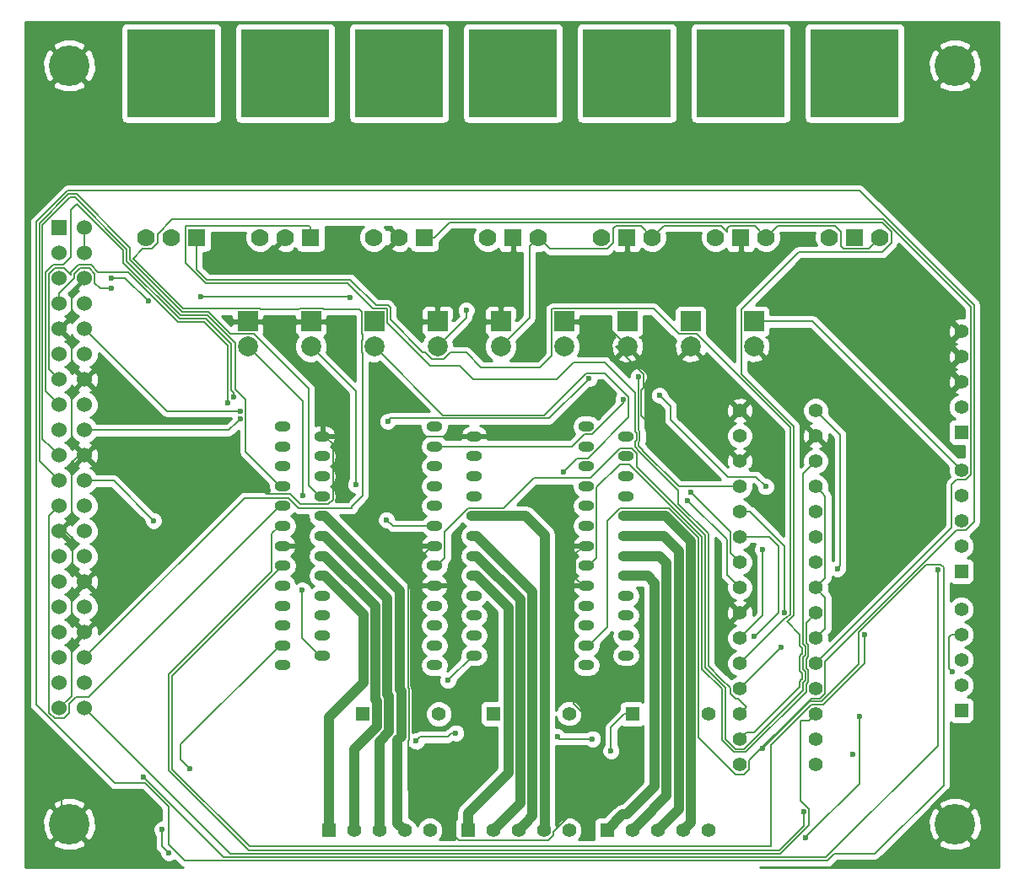
<source format=gbr>
G04 #@! TF.FileFunction,Copper,L2,Bot,Signal*
%FSLAX46Y46*%
G04 Gerber Fmt 4.6, Leading zero omitted, Abs format (unit mm)*
G04 Created by KiCad (PCBNEW 4.0.2-stable) date Sat Jun 11 16:58:14 2016*
%MOMM*%
G01*
G04 APERTURE LIST*
%ADD10C,0.100000*%
%ADD11R,1.998980X1.998980*%
%ADD12C,1.998980*%
%ADD13R,1.397000X1.397000*%
%ADD14C,1.397000*%
%ADD15O,1.600000X1.060000*%
%ADD16R,1.524000X1.524000*%
%ADD17C,1.524000*%
%ADD18R,1.778000X1.778000*%
%ADD19C,1.778000*%
%ADD20R,8.890000X8.890000*%
%ADD21C,4.064000*%
%ADD22C,0.600000*%
%ADD23C,0.127000*%
%ADD24C,1.016000*%
%ADD25C,0.254000*%
G04 APERTURE END LIST*
D10*
D11*
X170330000Y-76500000D03*
D12*
X170330000Y-79040000D03*
D11*
X163980000Y-76500000D03*
D12*
X163980000Y-79040000D03*
D11*
X157630000Y-76500000D03*
D12*
X157630000Y-79040000D03*
D11*
X151280000Y-76500000D03*
D12*
X151280000Y-79040000D03*
D11*
X144930000Y-76500000D03*
D12*
X144930000Y-79040000D03*
D11*
X138580000Y-76500000D03*
D12*
X138580000Y-79040000D03*
D11*
X132230000Y-76500000D03*
D12*
X132230000Y-79040000D03*
D11*
X125880000Y-76500000D03*
D12*
X125880000Y-79040000D03*
D11*
X119530000Y-76500000D03*
D12*
X119530000Y-79040000D03*
D13*
X158130000Y-115950000D03*
D14*
X165750000Y-115950000D03*
D13*
X144160000Y-115900000D03*
D14*
X151780000Y-115900000D03*
D13*
X131080000Y-115950000D03*
D14*
X138700000Y-115950000D03*
D15*
X153480000Y-101060000D03*
X153480000Y-87060000D03*
X157480000Y-88060000D03*
X153480000Y-89060000D03*
X157480000Y-90060000D03*
X153480000Y-91060000D03*
X157480000Y-92060000D03*
X153480000Y-93060000D03*
X157480000Y-94060000D03*
X153480000Y-95060000D03*
X157480000Y-96060000D03*
X153480000Y-97060000D03*
X157480000Y-98060000D03*
X153480000Y-99060000D03*
X157480000Y-100060000D03*
X157480000Y-102060000D03*
X153480000Y-103060000D03*
X157480000Y-104060000D03*
X153480000Y-105060000D03*
X157480000Y-106060000D03*
X153480000Y-107060000D03*
X157480000Y-108060000D03*
X153480000Y-109060000D03*
X157480000Y-110060000D03*
X153480000Y-111060000D03*
X138240000Y-101060000D03*
X138240000Y-87060000D03*
X142240000Y-88060000D03*
X138240000Y-89060000D03*
X142240000Y-90060000D03*
X138240000Y-91060000D03*
X142240000Y-92060000D03*
X138240000Y-93060000D03*
X142240000Y-94060000D03*
X138240000Y-95060000D03*
X142240000Y-96060000D03*
X138240000Y-97060000D03*
X142240000Y-98060000D03*
X138240000Y-99060000D03*
X142240000Y-100060000D03*
X142240000Y-102060000D03*
X138240000Y-103060000D03*
X142240000Y-104060000D03*
X138240000Y-105060000D03*
X142240000Y-106060000D03*
X138240000Y-107060000D03*
X142240000Y-108060000D03*
X138240000Y-109060000D03*
X142240000Y-110060000D03*
X138240000Y-111060000D03*
X123000000Y-101060000D03*
X123000000Y-87060000D03*
X127000000Y-88060000D03*
X123000000Y-89060000D03*
X127000000Y-90060000D03*
X123000000Y-91060000D03*
X127000000Y-92060000D03*
X123000000Y-93060000D03*
X127000000Y-94060000D03*
X123000000Y-95060000D03*
X127000000Y-96060000D03*
X123000000Y-97060000D03*
X127000000Y-98060000D03*
X123000000Y-99060000D03*
X127000000Y-100060000D03*
X127000000Y-102060000D03*
X123000000Y-103060000D03*
X127000000Y-104060000D03*
X123000000Y-105060000D03*
X127000000Y-106060000D03*
X123000000Y-107060000D03*
X127000000Y-108060000D03*
X123000000Y-109060000D03*
X127000000Y-110060000D03*
X123000000Y-111060000D03*
D16*
X100610000Y-67110000D03*
D17*
X103150000Y-67110000D03*
X100610000Y-79810000D03*
X103150000Y-69650000D03*
X100610000Y-82350000D03*
X103150000Y-72190000D03*
X100610000Y-84890000D03*
X103150000Y-74730000D03*
X100610000Y-87430000D03*
X103150000Y-77270000D03*
X100610000Y-89970000D03*
X103150000Y-79810000D03*
X100610000Y-92510000D03*
X103150000Y-82350000D03*
X100610000Y-95050000D03*
X103150000Y-84890000D03*
X100610000Y-97590000D03*
X103150000Y-87430000D03*
X100610000Y-100130000D03*
X103150000Y-89970000D03*
X100610000Y-102670000D03*
X103150000Y-92510000D03*
X100610000Y-105210000D03*
X103150000Y-95050000D03*
X103150000Y-97590000D03*
X100610000Y-107750000D03*
X103150000Y-100130000D03*
X103150000Y-105210000D03*
X103150000Y-107750000D03*
X103150000Y-110290000D03*
X103150000Y-112830000D03*
X100610000Y-110290000D03*
X100610000Y-112830000D03*
X100610000Y-69650000D03*
X100610000Y-72190000D03*
X100610000Y-74730000D03*
X100610000Y-77270000D03*
X100610000Y-115370000D03*
X103150000Y-115370000D03*
X103150000Y-102670000D03*
D13*
X155575000Y-127635000D03*
D14*
X158115000Y-127635000D03*
X160655000Y-127635000D03*
X163195000Y-127635000D03*
X165735000Y-127635000D03*
D13*
X141605000Y-127635000D03*
D14*
X144145000Y-127635000D03*
X146685000Y-127635000D03*
X149225000Y-127635000D03*
X151765000Y-127635000D03*
D13*
X127635000Y-127635000D03*
D14*
X130175000Y-127635000D03*
X132715000Y-127635000D03*
X135255000Y-127635000D03*
X137795000Y-127635000D03*
D13*
X191135000Y-87630000D03*
D14*
X191135000Y-85090000D03*
X191135000Y-82550000D03*
X191135000Y-80010000D03*
X191135000Y-77470000D03*
D13*
X191135000Y-101600000D03*
D14*
X191135000Y-99060000D03*
X191135000Y-96520000D03*
X191135000Y-93980000D03*
X191135000Y-91440000D03*
D13*
X191135000Y-115570000D03*
D14*
X191135000Y-113030000D03*
X191135000Y-110490000D03*
X191135000Y-107950000D03*
X191135000Y-105410000D03*
D18*
X114400000Y-68070000D03*
D19*
X109320000Y-68070000D03*
X111860000Y-68070000D03*
D20*
X111860000Y-51560000D03*
D18*
X137260000Y-68070000D03*
D19*
X132180000Y-68070000D03*
X134720000Y-68070000D03*
D20*
X134720000Y-51560000D03*
D18*
X125830000Y-68070000D03*
D19*
X120750000Y-68070000D03*
X123290000Y-68070000D03*
D20*
X123290000Y-51560000D03*
D14*
X168910000Y-98170000D03*
X176530000Y-98170000D03*
X168910000Y-100710000D03*
X176530000Y-100710000D03*
X168910000Y-103250000D03*
X176530000Y-103250000D03*
X168910000Y-105790000D03*
X176530000Y-105790000D03*
X168910000Y-110870000D03*
X176530000Y-110870000D03*
X168910000Y-118490000D03*
X176530000Y-118490000D03*
X168910000Y-115950000D03*
X176530000Y-115950000D03*
X168910000Y-88010000D03*
X176530000Y-88010000D03*
X168910000Y-113410000D03*
X176530000Y-113410000D03*
X168910000Y-108330000D03*
X176530000Y-108330000D03*
X168910000Y-90550000D03*
X176530000Y-90550000D03*
X176530000Y-121030000D03*
X168910000Y-121030000D03*
X168910000Y-95630000D03*
X176530000Y-95630000D03*
X168910000Y-93090000D03*
X176530000Y-93090000D03*
X168910000Y-85470000D03*
X176530000Y-85470000D03*
D20*
X180440000Y-51560000D03*
D19*
X177900000Y-68070000D03*
D18*
X180440000Y-68070000D03*
D19*
X182980000Y-68070000D03*
D20*
X157580000Y-51560000D03*
D19*
X155040000Y-68070000D03*
D18*
X157580000Y-68070000D03*
D19*
X160120000Y-68070000D03*
D20*
X146150000Y-51560000D03*
D19*
X143610000Y-68070000D03*
D18*
X146150000Y-68070000D03*
D19*
X148690000Y-68070000D03*
D20*
X169010000Y-51560000D03*
D19*
X166470000Y-68070000D03*
D18*
X169010000Y-68070000D03*
D19*
X171550000Y-68070000D03*
D21*
X190500000Y-127000000D03*
X101600000Y-127000000D03*
X190500000Y-50800000D03*
X101600000Y-50800000D03*
D22*
X175500000Y-128371425D03*
X136410000Y-118680000D03*
X140410000Y-117860000D03*
X150590000Y-118240000D03*
X154125021Y-118440000D03*
X155990000Y-119650000D03*
X180930000Y-116190000D03*
X190250000Y-111720000D03*
X192410000Y-47380000D03*
X159590000Y-86540000D03*
X132040000Y-86750000D03*
X100860000Y-119890000D03*
X152490000Y-85460000D03*
X121040000Y-93500000D03*
X141440000Y-75390000D03*
X129800000Y-74120000D03*
X114840000Y-73980000D03*
X109520000Y-74450000D03*
X105870000Y-72133510D03*
X151200000Y-91666480D03*
X139610000Y-112580000D03*
X130350000Y-92890000D03*
X124980000Y-103496490D03*
X125010000Y-93970000D03*
X163660000Y-94470000D03*
X105850000Y-73180000D03*
X163990000Y-93670000D03*
X170356469Y-108170000D03*
X171180000Y-119400000D03*
X160850000Y-83920000D03*
X171510000Y-93100000D03*
X171210000Y-99400000D03*
X157210000Y-84340000D03*
X117527600Y-84650314D03*
X118136904Y-84108868D03*
X133450000Y-96440000D03*
X180270000Y-119970000D03*
X173070000Y-109240000D03*
X118746480Y-85524818D03*
X118746480Y-86324831D03*
X178690000Y-101330000D03*
X181420000Y-107990000D03*
X133580000Y-86550000D03*
X153770000Y-82260000D03*
X158710000Y-82080000D03*
X175310000Y-125790000D03*
X173353520Y-105740000D03*
X110070000Y-96520000D03*
X113695176Y-121431593D03*
X110916153Y-127554765D03*
X111586605Y-129883395D03*
X109090000Y-122310000D03*
X188800000Y-101480000D03*
D23*
X175799999Y-128071426D02*
X175500000Y-128371425D01*
X180930000Y-122941425D02*
X175799999Y-128071426D01*
X180930000Y-116190000D02*
X180930000Y-122941425D01*
X139605736Y-118240000D02*
X136850000Y-118240000D01*
X136850000Y-118240000D02*
X136410000Y-118680000D01*
X140410000Y-117860000D02*
X139985736Y-117860000D01*
X139985736Y-117860000D02*
X139605736Y-118240000D01*
X154125021Y-118440000D02*
X150790000Y-118440000D01*
X150790000Y-118440000D02*
X150590000Y-118240000D01*
X155990000Y-119650000D02*
X155990000Y-117264500D01*
X155990000Y-117264500D02*
X157304500Y-115950000D01*
X157304500Y-115950000D02*
X158130000Y-115950000D01*
X189880000Y-108217172D02*
X189880000Y-111350000D01*
X189880000Y-111350000D02*
X190250000Y-111720000D01*
X191135000Y-107950000D02*
X190147172Y-107950000D01*
X190147172Y-107950000D02*
X189880000Y-108217172D01*
X170330000Y-76500000D02*
X176195000Y-76500000D01*
X176195000Y-76500000D02*
X191135000Y-91440000D01*
X190500000Y-50800000D02*
X192531999Y-48768001D01*
X192531999Y-48768001D02*
X192531999Y-47501999D01*
X192531999Y-47501999D02*
X192410000Y-47380000D01*
X155010000Y-117706238D02*
X155010000Y-122941078D01*
X155010000Y-122941078D02*
X150187001Y-127764077D01*
X152241761Y-114937999D02*
X155010000Y-117706238D01*
X152553000Y-99060000D02*
X152241761Y-99371239D01*
X135670000Y-118561881D02*
X135690034Y-118541847D01*
X135670000Y-123571302D02*
X135670000Y-118561881D01*
X135690034Y-118541847D02*
X135690034Y-113358153D01*
X153480000Y-99060000D02*
X152553000Y-99060000D01*
X150187001Y-128096761D02*
X149686761Y-128597001D01*
X152241761Y-99371239D02*
X152241761Y-114937999D01*
X150187001Y-127764077D02*
X150187001Y-128096761D01*
X149686761Y-128597001D02*
X140695699Y-128597001D01*
X140695699Y-128597001D02*
X135670000Y-123571302D01*
X135690034Y-113358153D02*
X135670000Y-113338119D01*
X135670000Y-113338119D02*
X135670000Y-101360000D01*
X135670000Y-101360000D02*
X137970000Y-99060000D01*
X137970000Y-99060000D02*
X138240000Y-99060000D01*
X159037010Y-83384786D02*
X159037010Y-85987010D01*
X159037010Y-85987010D02*
X159590000Y-86540000D01*
X157630000Y-79040000D02*
X156503982Y-79040000D01*
X156503982Y-79040000D02*
X159273501Y-81809519D01*
X159273501Y-81809519D02*
X159273501Y-83148295D01*
X159273501Y-83148295D02*
X159037010Y-83384786D01*
X151280000Y-76500000D02*
X155090000Y-76500000D01*
X155090000Y-76500000D02*
X157630000Y-79040000D01*
X132040000Y-86750000D02*
X133350000Y-88060000D01*
X133350000Y-88060000D02*
X142240000Y-88060000D01*
X100860000Y-119890000D02*
X100860000Y-126260000D01*
X100860000Y-126260000D02*
X101600000Y-127000000D01*
X153480000Y-99060000D02*
X153210000Y-99060000D01*
X153210000Y-99060000D02*
X152416490Y-99853510D01*
X152416490Y-99853510D02*
X152416490Y-102266490D01*
X152416490Y-102266490D02*
X153210000Y-103060000D01*
X153210000Y-103060000D02*
X153480000Y-103060000D01*
X152490000Y-85460000D02*
X149890000Y-88060000D01*
X149890000Y-88060000D02*
X142240000Y-88060000D01*
X127000000Y-88060000D02*
X127270000Y-88060000D01*
X123761049Y-93853510D02*
X121393510Y-93853510D01*
X127270000Y-88060000D02*
X128063510Y-88853510D01*
X121393510Y-93853510D02*
X121040000Y-93500000D01*
X128063510Y-88853510D02*
X128063510Y-94388682D01*
X128063510Y-94388682D02*
X127598682Y-94853510D01*
X127598682Y-94853510D02*
X124761049Y-94853510D01*
X124761049Y-94853510D02*
X123761049Y-93853510D01*
X103150000Y-107750000D02*
X103150000Y-107790000D01*
X103150000Y-107790000D02*
X101850000Y-109090000D01*
X101850000Y-114130000D02*
X100610000Y-115370000D01*
X101850000Y-109090000D02*
X101850000Y-114130000D01*
X103150000Y-102670000D02*
X103150000Y-103140000D01*
X103150000Y-103140000D02*
X101850000Y-104440000D01*
X101850000Y-106450000D02*
X103150000Y-107750000D01*
X101850000Y-104440000D02*
X101850000Y-106450000D01*
X100610000Y-97590000D02*
X101140000Y-97590000D01*
X101140000Y-97590000D02*
X101900000Y-98350000D01*
X101900000Y-101420000D02*
X103150000Y-102670000D01*
X101900000Y-98350000D02*
X101900000Y-101420000D01*
X103150000Y-89970000D02*
X102610000Y-89970000D01*
X102610000Y-89970000D02*
X101860000Y-90720000D01*
X101860000Y-96340000D02*
X100610000Y-97590000D01*
X101860000Y-90720000D02*
X101860000Y-96340000D01*
X103150000Y-82350000D02*
X103150000Y-82360000D01*
X103150000Y-82360000D02*
X101860000Y-83650000D01*
X101860000Y-88680000D02*
X103150000Y-89970000D01*
X101860000Y-83650000D02*
X101860000Y-88680000D01*
X100610000Y-77270000D02*
X100820000Y-77270000D01*
X100820000Y-77270000D02*
X101890000Y-78340000D01*
X101890000Y-81090000D02*
X103150000Y-82350000D01*
X101890000Y-78340000D02*
X101890000Y-81090000D01*
X103150000Y-72190000D02*
X103150000Y-72340000D01*
X103150000Y-72340000D02*
X101880000Y-73610000D01*
X101880000Y-73610000D02*
X101880000Y-76000000D01*
X101880000Y-76000000D02*
X100610000Y-77270000D01*
X141440000Y-75390000D02*
X141440000Y-76180000D01*
X141440000Y-76180000D02*
X138580000Y-79040000D01*
X114840000Y-73980000D02*
X129660000Y-73980000D01*
X129660000Y-73980000D02*
X129800000Y-74120000D01*
X105870000Y-72133510D02*
X107203510Y-72133510D01*
X107203510Y-72133510D02*
X109520000Y-74450000D01*
X176530000Y-103250000D02*
X177492001Y-102287999D01*
X177492001Y-102287999D02*
X177492001Y-94052001D01*
X177492001Y-94052001D02*
X177228499Y-93788499D01*
X177228499Y-93788499D02*
X176530000Y-93090000D01*
X176530000Y-103250000D02*
X177492001Y-104212001D01*
X177492001Y-107367999D02*
X177228499Y-107631501D01*
X177228499Y-107631501D02*
X176530000Y-108330000D01*
X177492001Y-104212001D02*
X177492001Y-107367999D01*
X148690000Y-68070000D02*
X147801001Y-68958999D01*
X145929489Y-78040511D02*
X144930000Y-79040000D01*
X147801001Y-68958999D02*
X147801001Y-76168999D01*
X147801001Y-76168999D02*
X145929489Y-78040511D01*
X160120000Y-68070000D02*
X158967499Y-66917499D01*
X158967499Y-66917499D02*
X156480199Y-66917499D01*
X156480199Y-66917499D02*
X156192501Y-67205197D01*
X156192501Y-67205197D02*
X156192501Y-68623201D01*
X156192501Y-68623201D02*
X155593201Y-69222501D01*
X155593201Y-69222501D02*
X149842501Y-69222501D01*
X149842501Y-69222501D02*
X149578999Y-68958999D01*
X149578999Y-68958999D02*
X148690000Y-68070000D01*
X171550000Y-68070000D02*
X170397499Y-66917499D01*
X170397499Y-66917499D02*
X167910199Y-66917499D01*
X167910199Y-66917499D02*
X167622501Y-67205197D01*
X167622501Y-67205197D02*
X167622501Y-67516799D01*
X167622501Y-67516799D02*
X167023201Y-66917499D01*
X167023201Y-66917499D02*
X161272501Y-66917499D01*
X161272501Y-66917499D02*
X161008999Y-67181001D01*
X161008999Y-67181001D02*
X160120000Y-68070000D01*
X182980000Y-68070000D02*
X181827499Y-69222501D01*
X181827499Y-69222501D02*
X179340199Y-69222501D01*
X179340199Y-69222501D02*
X179052501Y-68934803D01*
X179052501Y-68934803D02*
X179052501Y-67516799D01*
X179052501Y-67516799D02*
X178453201Y-66917499D01*
X178453201Y-66917499D02*
X172702501Y-66917499D01*
X172702501Y-66917499D02*
X172438999Y-67181001D01*
X172438999Y-67181001D02*
X171550000Y-68070000D01*
X103150000Y-67110000D02*
X103150000Y-69650000D01*
X153499519Y-81696499D02*
X155400481Y-81696499D01*
X155400481Y-81696499D02*
X157773501Y-84069519D01*
X157773501Y-86158691D02*
X153665702Y-90266490D01*
X153665702Y-90266490D02*
X152599990Y-90266490D01*
X157773501Y-84069519D02*
X157773501Y-86158691D01*
X151499999Y-91366481D02*
X151200000Y-91666480D01*
X152599990Y-90266490D02*
X151499999Y-91366481D01*
X139112991Y-85922991D02*
X149273027Y-85922991D01*
X132230000Y-79040000D02*
X139112991Y-85922991D01*
X149273027Y-85922991D02*
X153499519Y-81696499D01*
X139610000Y-112580000D02*
X142130000Y-110060000D01*
X142130000Y-110060000D02*
X142240000Y-110060000D01*
X125880000Y-79040000D02*
X130350000Y-83510000D01*
X130350000Y-83510000D02*
X130350000Y-92890000D01*
X124980000Y-103496490D02*
X124980000Y-108310000D01*
X124980000Y-108310000D02*
X126730000Y-110060000D01*
X126730000Y-110060000D02*
X127000000Y-110060000D01*
X119530000Y-79040000D02*
X125010000Y-84520000D01*
X125010000Y-84520000D02*
X125010000Y-93970000D01*
X175804021Y-112712217D02*
X175567999Y-112948239D01*
X167105978Y-118572203D02*
X167105978Y-113410904D01*
X157838585Y-90853510D02*
X156881318Y-90853510D01*
X175567999Y-106752001D02*
X175567999Y-108791761D01*
X156881318Y-90853510D02*
X154543510Y-93191318D01*
X176530000Y-105790000D02*
X175567999Y-106752001D01*
X153750000Y-101060000D02*
X153480000Y-101060000D01*
X154543510Y-93191318D02*
X154543510Y-100266490D01*
X165105978Y-98120903D02*
X157838585Y-90853510D01*
X175567999Y-113718226D02*
X169507213Y-119779012D01*
X175567999Y-112948239D02*
X175567999Y-113718226D01*
X175804022Y-111567784D02*
X175804021Y-112712217D01*
X175804016Y-110172228D02*
X175567999Y-110408239D01*
X175567999Y-108791761D02*
X175804016Y-109027778D01*
X154543510Y-100266490D02*
X153750000Y-101060000D01*
X175804016Y-109027778D02*
X175804016Y-110172228D01*
X175567999Y-111331761D02*
X175804022Y-111567784D01*
X169507213Y-119779012D02*
X168312787Y-119779012D01*
X167105978Y-113410904D02*
X165105978Y-111410904D01*
X168312787Y-119779012D02*
X167105978Y-118572203D01*
X165105978Y-111410904D02*
X165105978Y-98120903D01*
X175567999Y-110408239D02*
X175567999Y-111331761D01*
X168910000Y-103250000D02*
X167620989Y-101960989D01*
X167620989Y-101960989D02*
X167620989Y-98430989D01*
X167620989Y-98430989D02*
X163660000Y-94470000D01*
X104175501Y-72657011D02*
X104698490Y-73180000D01*
X105425736Y-73180000D02*
X105850000Y-73180000D01*
X104175501Y-71697759D02*
X104175501Y-72657011D01*
X102124499Y-72137871D02*
X102124499Y-71697759D01*
X102657759Y-71164499D02*
X103642241Y-71164499D01*
X100610000Y-74730000D02*
X100610000Y-73652370D01*
X102124499Y-71697759D02*
X102657759Y-71164499D01*
X100610000Y-73652370D02*
X102124499Y-72137871D01*
X104698490Y-73180000D02*
X105425736Y-73180000D01*
X103642241Y-71164499D02*
X104175501Y-71697759D01*
D24*
X157480000Y-96060000D02*
X161491532Y-96060000D01*
X164007456Y-98575925D02*
X164007456Y-126822544D01*
X164007456Y-126822544D02*
X163893499Y-126936501D01*
X163893499Y-126936501D02*
X163195000Y-127635000D01*
X161491532Y-96060000D02*
X164007456Y-98575925D01*
D23*
X168910000Y-100710000D02*
X167947999Y-99747999D01*
X167947999Y-99747999D02*
X167947999Y-97627999D01*
X167947999Y-97627999D02*
X163990000Y-93670000D01*
D24*
X161353499Y-126936501D02*
X160655000Y-127635000D01*
X162791445Y-99601445D02*
X162791445Y-125498555D01*
X161250000Y-98060000D02*
X162791445Y-99601445D01*
X157480000Y-98060000D02*
X161250000Y-98060000D01*
X162791445Y-125498555D02*
X161353499Y-126936501D01*
X161575434Y-124174566D02*
X158813499Y-126936501D01*
X161575434Y-100791436D02*
X161575434Y-124174566D01*
X157480000Y-100060000D02*
X160843998Y-100060000D01*
X158813499Y-126936501D02*
X158115000Y-127635000D01*
X160843998Y-100060000D02*
X161575434Y-100791436D01*
X157480000Y-102060000D02*
X159640000Y-102060000D01*
X157180000Y-126030000D02*
X155575000Y-127635000D01*
X157550000Y-126030000D02*
X157180000Y-126030000D01*
X160350000Y-123230000D02*
X157550000Y-126030000D01*
X160350000Y-102770000D02*
X160350000Y-123230000D01*
X159640000Y-102060000D02*
X160350000Y-102770000D01*
D23*
X155580000Y-107230000D02*
X153750000Y-109060000D01*
X177492001Y-113871761D02*
X176991761Y-114372001D01*
X156881318Y-95266490D02*
X155580000Y-96567808D01*
X180856499Y-107719519D02*
X187659519Y-100916499D01*
X190673239Y-97482001D02*
X177492001Y-110663239D01*
X189363501Y-123088962D02*
X182494548Y-129957915D01*
X106133298Y-122873501D02*
X98276459Y-115016662D01*
X113200148Y-130700000D02*
X111561956Y-129061808D01*
X98276459Y-66520317D02*
X101406776Y-63390000D01*
X111561956Y-125244418D02*
X109191039Y-122873501D01*
X171180000Y-119400000D02*
X175919011Y-114660989D01*
X168448239Y-121992001D02*
X164778967Y-118322729D01*
X98276459Y-115016662D02*
X98276459Y-66520317D01*
X111561956Y-129061808D02*
X111561956Y-125244418D01*
X177130313Y-114660989D02*
X180856499Y-110934803D01*
X187659519Y-100916499D02*
X189070481Y-100916499D01*
X175919011Y-114660989D02*
X177130313Y-114660989D01*
X178414547Y-129957915D02*
X177712462Y-130660000D01*
X180856499Y-110934803D02*
X180856499Y-107719519D01*
X191596761Y-97482001D02*
X190673239Y-97482001D01*
X189070481Y-100916499D02*
X189363501Y-101209519D01*
X189363501Y-101209519D02*
X189363501Y-123088962D01*
X182494548Y-129957915D02*
X178414547Y-129957915D01*
X177712462Y-130660000D02*
X170865830Y-130660000D01*
X170865830Y-130660000D02*
X170825830Y-130700000D01*
X170825830Y-130700000D02*
X113200148Y-130700000D01*
X109191039Y-122873501D02*
X106133298Y-122873501D01*
X164778967Y-98256355D02*
X161789101Y-95266490D01*
X101406776Y-63390000D02*
X180930624Y-63390000D01*
X180930624Y-63390000D02*
X192424011Y-74883387D01*
X192424011Y-74883387D02*
X192424011Y-96654751D01*
X192424011Y-96654751D02*
X191596761Y-97482001D01*
X177492001Y-110663239D02*
X177492001Y-113871761D01*
X169872001Y-120568239D02*
X169872001Y-121491761D01*
X176991761Y-114372001D02*
X176068239Y-114372001D01*
X169872001Y-121491761D02*
X169371761Y-121992001D01*
X176068239Y-114372001D02*
X169872001Y-120568239D01*
X169371761Y-121992001D02*
X168448239Y-121992001D01*
X164778967Y-118322729D02*
X164778967Y-98256355D01*
X161789101Y-95266490D02*
X156881318Y-95266490D01*
X155580000Y-96567808D02*
X155580000Y-107230000D01*
X153750000Y-109060000D02*
X153480000Y-109060000D01*
X172790000Y-105736469D02*
X170656468Y-107870001D01*
X172790000Y-99080000D02*
X172790000Y-105736469D01*
X171880000Y-98170000D02*
X172790000Y-99080000D01*
X168910000Y-98170000D02*
X171880000Y-98170000D01*
X170656468Y-107870001D02*
X170356469Y-108170000D01*
X176530000Y-90550000D02*
X175240988Y-91839012D01*
X158543510Y-89731318D02*
X158078682Y-89266490D01*
X175240988Y-112812787D02*
X175240988Y-113582774D01*
X175240988Y-91839012D02*
X175240988Y-108927213D01*
X168448239Y-119452001D02*
X167432989Y-118436751D01*
X175240988Y-108927213D02*
X175477011Y-109163236D01*
X167432989Y-118436751D02*
X167432989Y-113275452D01*
X175240988Y-111467213D02*
X175477011Y-111703236D01*
X175477011Y-109163236D02*
X175477011Y-109273812D01*
X139303510Y-100266490D02*
X138510000Y-101060000D01*
X175432547Y-110081228D02*
X175240988Y-110272787D01*
X175477011Y-109273812D02*
X175477008Y-110036771D01*
X165432989Y-111275452D02*
X165432989Y-97985451D01*
X158078682Y-89266490D02*
X156881318Y-89266490D01*
X175240988Y-110272787D02*
X175240988Y-111467213D01*
X175477008Y-110036771D02*
X175432547Y-110081228D01*
X169371761Y-119452001D02*
X168448239Y-119452001D01*
X175477011Y-111703236D02*
X175477011Y-112576765D01*
X175477011Y-112576765D02*
X175240988Y-112812787D01*
X175240988Y-113582774D02*
X169371761Y-119452001D01*
X167432989Y-113275452D02*
X165432989Y-111275452D01*
X165432989Y-97985451D02*
X158543510Y-91095972D01*
X158543510Y-91095972D02*
X158543510Y-89731318D01*
X156881318Y-89266490D02*
X153881318Y-92266490D01*
X153881318Y-92266490D02*
X148233510Y-92266490D01*
X148233510Y-92266490D02*
X145233510Y-95266490D01*
X145233510Y-95266490D02*
X141641318Y-95266490D01*
X141641318Y-95266490D02*
X139303510Y-97604298D01*
X139303510Y-97604298D02*
X139303510Y-100266490D01*
X138510000Y-101060000D02*
X138240000Y-101060000D01*
X161970000Y-86400000D02*
X161970000Y-85040000D01*
X161970000Y-85040000D02*
X160850000Y-83920000D01*
X167697999Y-92127999D02*
X161970000Y-86400000D01*
X171510000Y-93100000D02*
X170537999Y-92127999D01*
X170537999Y-92127999D02*
X167697999Y-92127999D01*
X168910000Y-108330000D02*
X171210000Y-106030000D01*
X171210000Y-106030000D02*
X171210000Y-99400000D01*
X138240000Y-89060000D02*
X152087808Y-89060000D01*
X152087808Y-89060000D02*
X153294298Y-87853510D01*
X153294298Y-87853510D02*
X154078682Y-87853510D01*
X154078682Y-87853510D02*
X157210000Y-84722192D01*
X157210000Y-84722192D02*
X157210000Y-84340000D01*
X100610000Y-82350000D02*
X99584499Y-81324499D01*
X99584499Y-81324499D02*
X99584499Y-71697759D01*
X104502512Y-71570000D02*
X107540148Y-71570000D01*
X99584499Y-71697759D02*
X100117759Y-71164499D01*
X101102244Y-71164499D02*
X101797488Y-71859743D01*
X107540148Y-71570000D02*
X112515201Y-76545053D01*
X100117759Y-71164499D02*
X101102244Y-71164499D01*
X101797488Y-71859743D02*
X101797488Y-71562307D01*
X102522307Y-70837488D02*
X103777693Y-70837488D01*
X103777693Y-70837488D02*
X104502512Y-71562307D01*
X101797488Y-71562307D02*
X102522307Y-70837488D01*
X104502512Y-71562307D02*
X104502512Y-71570000D01*
X112515201Y-76545053D02*
X115175054Y-76545053D01*
X115175054Y-76545053D02*
X117527600Y-78897600D01*
X117527600Y-78897600D02*
X117527600Y-84226050D01*
X117527600Y-84226050D02*
X117527600Y-84650314D01*
X115310506Y-76218042D02*
X117892127Y-78799664D01*
X101797488Y-65280049D02*
X102344548Y-64732989D01*
X118136904Y-83684604D02*
X118136904Y-84108868D01*
X107041117Y-69378506D02*
X107041117Y-70608505D01*
X107041117Y-70608505D02*
X112650653Y-76218042D01*
X101797488Y-70006790D02*
X101797488Y-65280049D01*
X100966791Y-70837488D02*
X101797488Y-70006790D01*
X112650653Y-76218042D02*
X115310506Y-76218042D01*
X99257490Y-83537490D02*
X99257490Y-71562305D01*
X100610000Y-84890000D02*
X99257490Y-83537490D01*
X117892127Y-83439827D02*
X118136904Y-83684604D01*
X117892127Y-78799664D02*
X117892127Y-83439827D01*
X102395600Y-64732989D02*
X107041117Y-69378506D01*
X99982307Y-70837488D02*
X100966791Y-70837488D01*
X99257490Y-71562305D02*
X99982307Y-70837488D01*
X102344548Y-64732989D02*
X102395600Y-64732989D01*
D24*
X149320000Y-97960000D02*
X149320000Y-127540000D01*
X142240000Y-96060000D02*
X147420000Y-96060000D01*
X147420000Y-96060000D02*
X149320000Y-97960000D01*
X149320000Y-127540000D02*
X149225000Y-127635000D01*
D23*
X133450000Y-96440000D02*
X134070000Y-97060000D01*
X134070000Y-97060000D02*
X138240000Y-97060000D01*
X168910000Y-113410000D02*
X173070000Y-109250000D01*
X173070000Y-109250000D02*
X173070000Y-109240000D01*
D24*
X148103989Y-126216011D02*
X147383499Y-126936501D01*
X148103989Y-103653989D02*
X148103989Y-126216011D01*
X142510000Y-98060000D02*
X148103989Y-103653989D01*
X142240000Y-98060000D02*
X142510000Y-98060000D01*
X147383499Y-126936501D02*
X146685000Y-127635000D01*
X146887978Y-124892022D02*
X144843499Y-126936501D01*
X146887978Y-104437978D02*
X146887978Y-124892022D01*
X144843499Y-126936501D02*
X144145000Y-127635000D01*
X142510000Y-100060000D02*
X146887978Y-104437978D01*
X142240000Y-100060000D02*
X142510000Y-100060000D01*
X145671967Y-105221967D02*
X145671967Y-121853533D01*
X142510000Y-102060000D02*
X145671967Y-105221967D01*
X145671967Y-121853533D02*
X141605000Y-125920500D01*
X142240000Y-102060000D02*
X142510000Y-102060000D01*
X141605000Y-125920500D02*
X141605000Y-127635000D01*
D23*
X118322216Y-85524818D02*
X118746480Y-85524818D01*
X111404818Y-85524818D02*
X118322216Y-85524818D01*
X103150000Y-77270000D02*
X111404818Y-85524818D01*
X117641311Y-87430000D02*
X118446481Y-86624830D01*
X103150000Y-87430000D02*
X117641311Y-87430000D01*
X118446481Y-86624830D02*
X118746480Y-86324831D01*
X123000000Y-101060000D02*
X111929900Y-112130100D01*
X176068239Y-114987999D02*
X177265763Y-114987999D01*
X111929900Y-112130100D02*
X111929900Y-121480799D01*
X181420000Y-110833762D02*
X181420000Y-108414264D01*
X172022990Y-119033248D02*
X176068239Y-114987999D01*
X177265763Y-114987999D02*
X181420000Y-110833762D01*
X111929900Y-121480799D02*
X119716111Y-129267010D01*
X119716111Y-129267010D02*
X172022990Y-129267010D01*
X172022990Y-129267010D02*
X172022990Y-119033248D01*
X181420000Y-108414264D02*
X181420000Y-107990000D01*
X178690000Y-101330000D02*
X178989999Y-101030001D01*
X178989999Y-101030001D02*
X178989999Y-87929999D01*
X178989999Y-87929999D02*
X177228499Y-86168499D01*
X177228499Y-86168499D02*
X176530000Y-85470000D01*
X153470001Y-82559999D02*
X153770000Y-82260000D01*
X133879999Y-86250001D02*
X149779999Y-86250001D01*
X133580000Y-86550000D02*
X133879999Y-86250001D01*
X149779999Y-86250001D02*
X153470001Y-82559999D01*
X158710000Y-83520237D02*
X158710000Y-82080000D01*
X158870521Y-88524134D02*
X158870521Y-87595866D01*
X158710000Y-88684655D02*
X158870521Y-88524134D01*
X162790000Y-93090000D02*
X159197532Y-89497532D01*
X158710000Y-88972883D02*
X158710000Y-88684655D01*
X168910000Y-93090000D02*
X162790000Y-93090000D01*
X159197532Y-89497532D02*
X159197532Y-89460414D01*
X159197532Y-89460414D02*
X158710000Y-88972883D01*
X158870521Y-87595866D02*
X158710000Y-87435345D01*
X158710000Y-87435345D02*
X158710000Y-83520237D01*
X115445958Y-75891031D02*
X112786105Y-75891031D01*
X107368128Y-69243054D02*
X102185074Y-64060000D01*
X98930479Y-66791219D02*
X98930479Y-88290479D01*
X107368128Y-70473053D02*
X107368128Y-69243054D01*
X118267009Y-78712082D02*
X115445958Y-75891031D01*
X118267009Y-79646237D02*
X118267009Y-78712082D01*
X118310462Y-79689690D02*
X118267009Y-79646237D01*
X118310462Y-83310461D02*
X118310462Y-79689690D01*
X119310000Y-84309999D02*
X118310462Y-83310461D01*
X119310000Y-89640000D02*
X119310000Y-84309999D01*
X123000000Y-93060000D02*
X122730000Y-93060000D01*
X122730000Y-93060000D02*
X119310000Y-89640000D01*
X102185074Y-64060000D02*
X101661698Y-64060000D01*
X101661698Y-64060000D02*
X98930479Y-66791219D01*
X98930479Y-88290479D02*
X99848001Y-89208001D01*
X99848001Y-89208001D02*
X100610000Y-89970000D01*
X112786105Y-75891031D02*
X107368128Y-70473053D01*
X98603469Y-90503469D02*
X98603468Y-66655767D01*
X101526246Y-63732989D02*
X102320526Y-63732989D01*
X98603468Y-66655767D02*
X101526246Y-63732989D01*
X117794398Y-77777009D02*
X120136237Y-77777009D01*
X100610000Y-92510000D02*
X98603469Y-90503469D01*
X107695139Y-69107602D02*
X107695139Y-70337601D01*
X125650000Y-92980000D02*
X126730000Y-94060000D01*
X102320526Y-63732989D02*
X107695139Y-69107602D01*
X120136237Y-77777009D02*
X125650000Y-83290772D01*
X112921557Y-75564020D02*
X115581410Y-75564020D01*
X126730000Y-94060000D02*
X127000000Y-94060000D01*
X125650000Y-83290772D02*
X125650000Y-92980000D01*
X115581410Y-75564020D02*
X117794398Y-77777009D01*
X107695139Y-70337601D02*
X112921557Y-75564020D01*
X123000000Y-95060000D02*
X122730000Y-95060000D01*
X103524549Y-114265451D02*
X102247809Y-114265451D01*
X122730000Y-95060000D02*
X103524549Y-114265451D01*
X102247809Y-114265451D02*
X101635501Y-114877759D01*
X101635501Y-114877759D02*
X101635501Y-115862241D01*
X99584499Y-115862241D02*
X99584499Y-96075501D01*
X99584499Y-96075501D02*
X99848001Y-95811999D01*
X101635501Y-115862241D02*
X101102241Y-116395501D01*
X99848001Y-95811999D02*
X100610000Y-95050000D01*
X101102241Y-116395501D02*
X100117759Y-116395501D01*
X100117759Y-116395501D02*
X99584499Y-115862241D01*
D24*
X134556501Y-126936501D02*
X135255000Y-127635000D01*
X134758489Y-103548489D02*
X134758489Y-113517689D01*
X134758489Y-113517689D02*
X134918523Y-113677723D01*
X134556501Y-118584299D02*
X134556501Y-126936501D01*
X127270000Y-96060000D02*
X134758489Y-103548489D01*
X134918523Y-118222277D02*
X134556501Y-118584299D01*
X134918523Y-113677723D02*
X134918523Y-118222277D01*
X127000000Y-96060000D02*
X127270000Y-96060000D01*
D23*
X175310000Y-126214264D02*
X175310000Y-125790000D01*
X175310000Y-127220000D02*
X175310000Y-126214264D01*
X121936490Y-97853510D02*
X121936490Y-101661047D01*
X172851033Y-129678967D02*
X175310000Y-127220000D01*
X111602889Y-111994648D02*
X111602889Y-121616251D01*
X111602889Y-121616251D02*
X119665605Y-129678967D01*
X122730000Y-97060000D02*
X121936490Y-97853510D01*
X123000000Y-97060000D02*
X122730000Y-97060000D01*
X119665605Y-129678967D02*
X172851033Y-129678967D01*
X121936490Y-101661047D02*
X111602889Y-111994648D01*
X173353520Y-105315736D02*
X173353520Y-105740000D01*
X173353520Y-99085692D02*
X173353520Y-105315736D01*
X169897828Y-95630000D02*
X173353520Y-99085692D01*
X168910000Y-95630000D02*
X169897828Y-95630000D01*
D24*
X132715000Y-126647172D02*
X132715000Y-127635000D01*
X133702512Y-117718589D02*
X132715000Y-118706101D01*
X133542478Y-104332478D02*
X133542478Y-114021377D01*
X127270000Y-98060000D02*
X133542478Y-104332478D01*
X127000000Y-98060000D02*
X127270000Y-98060000D01*
X132715000Y-118706101D02*
X132715000Y-126647172D01*
X133702512Y-114181411D02*
X133702512Y-117718589D01*
X133542478Y-114021377D02*
X133702512Y-114181411D01*
X132326467Y-105116467D02*
X132326467Y-114525065D01*
X127000000Y-100060000D02*
X127270000Y-100060000D01*
X130175000Y-126647172D02*
X130175000Y-127635000D01*
X132486501Y-114685099D02*
X132486501Y-117214901D01*
X132326467Y-114525065D02*
X132486501Y-114685099D01*
X132486501Y-117214901D02*
X130175000Y-119526402D01*
X127270000Y-100060000D02*
X132326467Y-105116467D01*
X130175000Y-119526402D02*
X130175000Y-126647172D01*
X131110456Y-112759544D02*
X127635000Y-116235000D01*
X127635000Y-125920500D02*
X127635000Y-127635000D01*
X131110456Y-105900456D02*
X131110456Y-112759544D01*
X127635000Y-116235000D02*
X127635000Y-125920500D01*
X127270000Y-102060000D02*
X131110456Y-105900456D01*
X127000000Y-102060000D02*
X127270000Y-102060000D01*
D23*
X110070000Y-96520000D02*
X106060000Y-92510000D01*
X106060000Y-92510000D02*
X103150000Y-92510000D01*
X113395177Y-121131594D02*
X113695176Y-121431593D01*
X112804645Y-120541062D02*
X113395177Y-121131594D01*
X122730000Y-109060000D02*
X112804645Y-118985355D01*
X123000000Y-109060000D02*
X122730000Y-109060000D01*
X112804645Y-118985355D02*
X112804645Y-120541062D01*
X113057009Y-75237009D02*
X120740291Y-75237009D01*
X192097001Y-75018838D02*
X183341642Y-66263479D01*
X108022149Y-70202149D02*
X113057009Y-75237009D01*
X109001797Y-69222501D02*
X108022149Y-70202149D01*
X119173510Y-94266490D02*
X103150000Y-110290000D01*
X130739709Y-75289709D02*
X130967009Y-75517009D01*
X129960000Y-95266490D02*
X124598682Y-95266490D01*
X176530000Y-110870000D02*
X190172999Y-97227001D01*
X190673239Y-92402001D02*
X191596761Y-92402001D01*
X191596761Y-92402001D02*
X192097001Y-91901761D01*
X190172999Y-92902241D02*
X190673239Y-92402001D01*
X190172999Y-97227001D02*
X190172999Y-92902241D01*
X192097001Y-91901761D02*
X192097001Y-75018838D01*
X120792991Y-75289709D02*
X124617009Y-75289709D01*
X183341642Y-66263479D02*
X111960819Y-66263479D01*
X111960819Y-66263479D02*
X110472501Y-67751797D01*
X110472501Y-67751797D02*
X110472501Y-68623201D01*
X110472501Y-68623201D02*
X109873201Y-69222501D01*
X109873201Y-69222501D02*
X109001797Y-69222501D01*
X120740291Y-75237009D02*
X120792991Y-75289709D01*
X124617009Y-75289709D02*
X124669709Y-75237009D01*
X124669709Y-75237009D02*
X127090291Y-75237009D01*
X127090291Y-75237009D02*
X127142991Y-75289709D01*
X127142991Y-75289709D02*
X130739709Y-75289709D01*
X131019709Y-78381063D02*
X130967009Y-78433763D01*
X130967009Y-75517009D02*
X130967009Y-77710291D01*
X130967009Y-77710291D02*
X131019709Y-77762991D01*
X131019709Y-77762991D02*
X131019709Y-78381063D01*
X130967009Y-78433763D02*
X130967009Y-79646237D01*
X130967009Y-79646237D02*
X131019709Y-79698937D01*
X131019709Y-79698937D02*
X131019709Y-94040291D01*
X131019709Y-94040291D02*
X129960000Y-95100000D01*
X129960000Y-95100000D02*
X129960000Y-95266490D01*
X124598682Y-95266490D02*
X123598682Y-94266490D01*
X123598682Y-94266490D02*
X119173510Y-94266490D01*
X110916153Y-129212943D02*
X110916153Y-127979029D01*
X110916153Y-127979029D02*
X110916153Y-127554765D01*
X111586605Y-129883395D02*
X110916153Y-129212943D01*
X188800000Y-119110000D02*
X177577011Y-130332989D01*
X109389999Y-122609999D02*
X109090000Y-122310000D01*
X188800000Y-101480000D02*
X188800000Y-119110000D01*
X177577011Y-130332989D02*
X117112989Y-130332989D01*
X117112989Y-130332989D02*
X109389999Y-122609999D01*
X176530000Y-115950000D02*
X175831501Y-116648499D01*
X117785978Y-130005978D02*
X103911999Y-116131999D01*
X103911999Y-116131999D02*
X103150000Y-115370000D01*
X172986485Y-130005978D02*
X117785978Y-130005978D01*
X175873502Y-127118961D02*
X172986485Y-130005978D01*
X175010000Y-124656016D02*
X175873502Y-125519518D01*
X175010000Y-116681078D02*
X175010000Y-124656016D01*
X175042579Y-116648499D02*
X175010000Y-116681078D01*
X175831501Y-116648499D02*
X175042579Y-116648499D01*
X175873502Y-125519518D02*
X175873502Y-127118961D01*
X173980000Y-87170772D02*
X173980000Y-105927504D01*
X137973763Y-80302991D02*
X139186237Y-80302991D01*
X150017009Y-75289709D02*
X150069709Y-75237009D01*
X129810000Y-72330000D02*
X132389998Y-74909998D01*
X141447009Y-79627009D02*
X142940000Y-81120000D01*
X150069709Y-75237009D02*
X160247009Y-75237009D01*
X137317009Y-79646237D02*
X137973763Y-80302991D01*
X173604002Y-106303502D02*
X173476498Y-106303502D01*
X137107009Y-79627009D02*
X137317009Y-79627009D01*
X169608499Y-110171501D02*
X168910000Y-110870000D01*
X173980000Y-105927504D02*
X173604002Y-106303502D01*
X148880000Y-81120000D02*
X150017009Y-79982991D01*
X139186237Y-80302991D02*
X139842991Y-79646237D01*
X164586237Y-77777009D02*
X173980000Y-87170772D01*
X114400000Y-68070000D02*
X114400000Y-71310000D01*
X114400000Y-71310000D02*
X115420000Y-72330000D01*
X115420000Y-72330000D02*
X129810000Y-72330000D01*
X132389998Y-74909998D02*
X133575743Y-74909998D01*
X133820002Y-76340002D02*
X137107009Y-79627009D01*
X133575743Y-74909998D02*
X133820002Y-75154257D01*
X133820002Y-75154257D02*
X133820002Y-76340002D01*
X137317009Y-79627009D02*
X137317009Y-79646237D01*
X139842991Y-79646237D02*
X139842991Y-79627009D01*
X139842991Y-79627009D02*
X141447009Y-79627009D01*
X162787009Y-77777009D02*
X164586237Y-77777009D01*
X142940000Y-81120000D02*
X148880000Y-81120000D01*
X150017009Y-79982991D02*
X150017009Y-75289709D01*
X160247009Y-75237009D02*
X162787009Y-77777009D01*
X173476498Y-106303502D02*
X169608499Y-110171501D01*
X174807207Y-69549511D02*
X169067009Y-75289709D01*
X174913977Y-107932540D02*
X174913978Y-109062667D01*
X174307011Y-106062956D02*
X173739454Y-106630513D01*
X175150000Y-109298688D02*
X175150000Y-109482981D01*
X175150000Y-109482981D02*
X175149998Y-109901310D01*
X139755511Y-66590489D02*
X183206191Y-66590489D01*
X175150000Y-111838688D02*
X175150000Y-112441313D01*
X170378499Y-117791501D02*
X169608499Y-117791501D01*
X174913978Y-109062667D02*
X175150000Y-109298688D01*
X174913977Y-110137335D02*
X174913978Y-111602667D01*
X175105536Y-112485776D02*
X174913977Y-112677335D01*
X138276000Y-68070000D02*
X139755511Y-66590489D01*
X175150000Y-112441313D02*
X175105536Y-112485776D01*
X183206191Y-69549511D02*
X174807207Y-69549511D01*
X175105543Y-109945760D02*
X175105542Y-109945770D01*
X173739454Y-106630513D02*
X173611950Y-106630513D01*
X174913977Y-112677335D02*
X174913977Y-113256024D01*
X137260000Y-68070000D02*
X138276000Y-68070000D01*
X183206191Y-66590489D02*
X184132501Y-67516799D01*
X184132501Y-67516799D02*
X184132501Y-68623201D01*
X184132501Y-68623201D02*
X183206191Y-69549511D01*
X169067009Y-75289709D02*
X169067009Y-81795319D01*
X169067009Y-81795319D02*
X174307011Y-87035320D01*
X174307011Y-87035320D02*
X174307011Y-106062956D01*
X173611950Y-106630513D02*
X174913977Y-107932540D01*
X175149998Y-109901310D02*
X175105543Y-109945760D01*
X175105542Y-109945770D02*
X174913977Y-110137335D01*
X174913978Y-111602667D02*
X175150000Y-111838688D01*
X174913977Y-113256024D02*
X170378499Y-117791501D01*
X169608499Y-117791501D02*
X168910000Y-118490000D01*
X167947999Y-113871761D02*
X168448239Y-114372001D01*
X168448239Y-114372001D02*
X168728999Y-114372001D01*
X125693499Y-66917499D02*
X113300199Y-66917499D01*
X167067999Y-112448002D02*
X167947999Y-113328002D01*
X165760000Y-111140000D02*
X167067999Y-112447999D01*
X158870521Y-89595866D02*
X158870521Y-89632984D01*
X162740000Y-94830000D02*
X165760000Y-97850000D01*
X158870521Y-89632984D02*
X162654548Y-93417011D01*
X167947999Y-113328002D02*
X167947999Y-113871761D01*
X167067999Y-112447999D02*
X167067999Y-112448002D01*
X129504549Y-72657011D02*
X132084546Y-75237009D01*
X113300199Y-66917499D02*
X113247499Y-66970199D01*
X158382989Y-88549203D02*
X158382989Y-89108334D01*
X158543510Y-88388682D02*
X158382989Y-88549203D01*
X158543510Y-87731318D02*
X158543510Y-88388682D01*
X140827011Y-80947011D02*
X142190000Y-82310000D01*
X152209999Y-80630001D02*
X155357301Y-80630001D01*
X158382989Y-87570797D02*
X158543510Y-87731318D01*
X155357301Y-80630001D02*
X158382989Y-83655689D01*
X165760000Y-97850000D02*
X165760000Y-111140000D01*
X125830000Y-67054000D02*
X125693499Y-66917499D01*
X158382989Y-83655689D02*
X158382989Y-87570797D01*
X137794548Y-80947011D02*
X140827011Y-80947011D01*
X142190000Y-82310000D02*
X150530000Y-82310000D01*
X133492991Y-76645454D02*
X137794548Y-80947011D01*
X133492991Y-75289709D02*
X133492991Y-76645454D01*
X115284548Y-72657011D02*
X129504549Y-72657011D01*
X133440291Y-75237009D02*
X133492991Y-75289709D01*
X132084546Y-75237009D02*
X133440291Y-75237009D01*
X113247499Y-70619962D02*
X115284548Y-72657011D01*
X169608499Y-115251501D02*
X168910000Y-115950000D01*
X125830000Y-68070000D02*
X125830000Y-67054000D01*
X162740000Y-93417011D02*
X162740000Y-94830000D01*
X113247499Y-66970199D02*
X113247499Y-70619962D01*
X168728999Y-114372001D02*
X169608499Y-115251501D01*
X158382989Y-89108334D02*
X158870521Y-89595866D01*
X150530000Y-82310000D02*
X152209999Y-80630001D01*
X162654548Y-93417011D02*
X162740000Y-93417011D01*
D25*
G36*
X194870000Y-131370000D02*
X170969110Y-131370000D01*
X171026925Y-131358500D01*
X177712462Y-131358500D01*
X177979767Y-131305330D01*
X178206376Y-131153914D01*
X178703875Y-130656415D01*
X182494548Y-130656415D01*
X182761853Y-130603245D01*
X182988462Y-130451829D01*
X184542170Y-128898121D01*
X188781484Y-128898121D01*
X189006154Y-129272168D01*
X189989388Y-129670880D01*
X191050357Y-129662975D01*
X191993846Y-129272168D01*
X192218516Y-128898121D01*
X190500000Y-127179605D01*
X188781484Y-128898121D01*
X184542170Y-128898121D01*
X186950903Y-126489388D01*
X187829120Y-126489388D01*
X187837025Y-127550357D01*
X188227832Y-128493846D01*
X188601879Y-128718516D01*
X190320395Y-127000000D01*
X190679605Y-127000000D01*
X192398121Y-128718516D01*
X192772168Y-128493846D01*
X193170880Y-127510612D01*
X193162975Y-126449643D01*
X192772168Y-125506154D01*
X192398121Y-125281484D01*
X190679605Y-127000000D01*
X190320395Y-127000000D01*
X188601879Y-125281484D01*
X188227832Y-125506154D01*
X187829120Y-126489388D01*
X186950903Y-126489388D01*
X188338412Y-125101879D01*
X188781484Y-125101879D01*
X190500000Y-126820395D01*
X192218516Y-125101879D01*
X191993846Y-124727832D01*
X191010612Y-124329120D01*
X189949643Y-124337025D01*
X189006154Y-124727832D01*
X188781484Y-125101879D01*
X188338412Y-125101879D01*
X189857415Y-123582876D01*
X189864681Y-123572001D01*
X190008831Y-123356266D01*
X190062001Y-123088962D01*
X190062001Y-116781156D01*
X190184610Y-116864931D01*
X190436500Y-116915940D01*
X191833500Y-116915940D01*
X192068817Y-116871662D01*
X192284941Y-116732590D01*
X192429931Y-116520390D01*
X192480940Y-116268500D01*
X192480940Y-114871500D01*
X192436662Y-114636183D01*
X192297590Y-114420059D01*
X192085390Y-114275069D01*
X191833500Y-114224060D01*
X191737116Y-114224060D01*
X191889380Y-114161146D01*
X192264827Y-113786353D01*
X192468268Y-113296413D01*
X192468731Y-112765914D01*
X192266146Y-112275620D01*
X191891353Y-111900173D01*
X191553554Y-111759906D01*
X191889380Y-111621146D01*
X192264827Y-111246353D01*
X192468268Y-110756413D01*
X192468731Y-110225914D01*
X192266146Y-109735620D01*
X191891353Y-109360173D01*
X191553554Y-109219906D01*
X191889380Y-109081146D01*
X192264827Y-108706353D01*
X192468268Y-108216413D01*
X192468731Y-107685914D01*
X192266146Y-107195620D01*
X191891353Y-106820173D01*
X191553554Y-106679906D01*
X191889380Y-106541146D01*
X192264827Y-106166353D01*
X192468268Y-105676413D01*
X192468731Y-105145914D01*
X192266146Y-104655620D01*
X191891353Y-104280173D01*
X191401413Y-104076732D01*
X190870914Y-104076269D01*
X190380620Y-104278854D01*
X190062001Y-104596918D01*
X190062001Y-102811156D01*
X190184610Y-102894931D01*
X190436500Y-102945940D01*
X191833500Y-102945940D01*
X192068817Y-102901662D01*
X192284941Y-102762590D01*
X192429931Y-102550390D01*
X192480940Y-102298500D01*
X192480940Y-100901500D01*
X192436662Y-100666183D01*
X192297590Y-100450059D01*
X192085390Y-100305069D01*
X191833500Y-100254060D01*
X191737116Y-100254060D01*
X191889380Y-100191146D01*
X192264827Y-99816353D01*
X192468268Y-99326413D01*
X192468731Y-98795914D01*
X192266146Y-98305620D01*
X191998499Y-98037506D01*
X192090675Y-97975915D01*
X192917925Y-97148665D01*
X193069341Y-96922056D01*
X193122511Y-96654751D01*
X193122511Y-74883387D01*
X193094605Y-74743095D01*
X193069341Y-74616082D01*
X192917925Y-74389473D01*
X181424538Y-62896086D01*
X181197929Y-62744670D01*
X180930624Y-62691500D01*
X101406776Y-62691500D01*
X101139471Y-62744670D01*
X100912862Y-62896086D01*
X97782545Y-66026403D01*
X97631129Y-66253012D01*
X97604186Y-66388463D01*
X97577959Y-66520317D01*
X97577959Y-115016662D01*
X97631129Y-115283967D01*
X97782545Y-115510576D01*
X105639384Y-123367415D01*
X105865994Y-123518831D01*
X106133298Y-123572001D01*
X108901711Y-123572001D01*
X110863456Y-125533746D01*
X110863456Y-126619718D01*
X110730986Y-126619603D01*
X110387210Y-126761648D01*
X110123961Y-127024438D01*
X109981315Y-127367966D01*
X109980991Y-127739932D01*
X110123036Y-128083708D01*
X110217653Y-128178490D01*
X110217653Y-129212943D01*
X110270823Y-129480248D01*
X110422239Y-129706857D01*
X110651558Y-129936176D01*
X110651443Y-130068562D01*
X110793488Y-130412338D01*
X111056278Y-130675587D01*
X111399806Y-130818233D01*
X111771772Y-130818557D01*
X112115548Y-130676512D01*
X112152222Y-130639902D01*
X112706234Y-131193914D01*
X112932844Y-131345330D01*
X113056869Y-131370000D01*
X97230000Y-131370000D01*
X97230000Y-128898121D01*
X99881484Y-128898121D01*
X100106154Y-129272168D01*
X101089388Y-129670880D01*
X102150357Y-129662975D01*
X103093846Y-129272168D01*
X103318516Y-128898121D01*
X101600000Y-127179605D01*
X99881484Y-128898121D01*
X97230000Y-128898121D01*
X97230000Y-126489388D01*
X98929120Y-126489388D01*
X98937025Y-127550357D01*
X99327832Y-128493846D01*
X99701879Y-128718516D01*
X101420395Y-127000000D01*
X101779605Y-127000000D01*
X103498121Y-128718516D01*
X103872168Y-128493846D01*
X104270880Y-127510612D01*
X104262975Y-126449643D01*
X103872168Y-125506154D01*
X103498121Y-125281484D01*
X101779605Y-127000000D01*
X101420395Y-127000000D01*
X99701879Y-125281484D01*
X99327832Y-125506154D01*
X98929120Y-126489388D01*
X97230000Y-126489388D01*
X97230000Y-125101879D01*
X99881484Y-125101879D01*
X101600000Y-126820395D01*
X103318516Y-125101879D01*
X103093846Y-124727832D01*
X102110612Y-124329120D01*
X101049643Y-124337025D01*
X100106154Y-124727832D01*
X99881484Y-125101879D01*
X97230000Y-125101879D01*
X97230000Y-52698121D01*
X99881484Y-52698121D01*
X100106154Y-53072168D01*
X101089388Y-53470880D01*
X102150357Y-53462975D01*
X103093846Y-53072168D01*
X103318516Y-52698121D01*
X101600000Y-50979605D01*
X99881484Y-52698121D01*
X97230000Y-52698121D01*
X97230000Y-50289388D01*
X98929120Y-50289388D01*
X98937025Y-51350357D01*
X99327832Y-52293846D01*
X99701879Y-52518516D01*
X101420395Y-50800000D01*
X101779605Y-50800000D01*
X103498121Y-52518516D01*
X103872168Y-52293846D01*
X104270880Y-51310612D01*
X104262975Y-50249643D01*
X103872168Y-49306154D01*
X103498121Y-49081484D01*
X101779605Y-50800000D01*
X101420395Y-50800000D01*
X99701879Y-49081484D01*
X99327832Y-49306154D01*
X98929120Y-50289388D01*
X97230000Y-50289388D01*
X97230000Y-48901879D01*
X99881484Y-48901879D01*
X101600000Y-50620395D01*
X103318516Y-48901879D01*
X103093846Y-48527832D01*
X102110612Y-48129120D01*
X101049643Y-48137025D01*
X100106154Y-48527832D01*
X99881484Y-48901879D01*
X97230000Y-48901879D01*
X97230000Y-47115000D01*
X106767560Y-47115000D01*
X106767560Y-56005000D01*
X106811838Y-56240317D01*
X106950910Y-56456441D01*
X107163110Y-56601431D01*
X107415000Y-56652440D01*
X116305000Y-56652440D01*
X116540317Y-56608162D01*
X116756441Y-56469090D01*
X116901431Y-56256890D01*
X116952440Y-56005000D01*
X116952440Y-47115000D01*
X118197560Y-47115000D01*
X118197560Y-56005000D01*
X118241838Y-56240317D01*
X118380910Y-56456441D01*
X118593110Y-56601431D01*
X118845000Y-56652440D01*
X127735000Y-56652440D01*
X127970317Y-56608162D01*
X128186441Y-56469090D01*
X128331431Y-56256890D01*
X128382440Y-56005000D01*
X128382440Y-47115000D01*
X129627560Y-47115000D01*
X129627560Y-56005000D01*
X129671838Y-56240317D01*
X129810910Y-56456441D01*
X130023110Y-56601431D01*
X130275000Y-56652440D01*
X139165000Y-56652440D01*
X139400317Y-56608162D01*
X139616441Y-56469090D01*
X139761431Y-56256890D01*
X139812440Y-56005000D01*
X139812440Y-47115000D01*
X141057560Y-47115000D01*
X141057560Y-56005000D01*
X141101838Y-56240317D01*
X141240910Y-56456441D01*
X141453110Y-56601431D01*
X141705000Y-56652440D01*
X150595000Y-56652440D01*
X150830317Y-56608162D01*
X151046441Y-56469090D01*
X151191431Y-56256890D01*
X151242440Y-56005000D01*
X151242440Y-47115000D01*
X152487560Y-47115000D01*
X152487560Y-56005000D01*
X152531838Y-56240317D01*
X152670910Y-56456441D01*
X152883110Y-56601431D01*
X153135000Y-56652440D01*
X162025000Y-56652440D01*
X162260317Y-56608162D01*
X162476441Y-56469090D01*
X162621431Y-56256890D01*
X162672440Y-56005000D01*
X162672440Y-47115000D01*
X163917560Y-47115000D01*
X163917560Y-56005000D01*
X163961838Y-56240317D01*
X164100910Y-56456441D01*
X164313110Y-56601431D01*
X164565000Y-56652440D01*
X173455000Y-56652440D01*
X173690317Y-56608162D01*
X173906441Y-56469090D01*
X174051431Y-56256890D01*
X174102440Y-56005000D01*
X174102440Y-47115000D01*
X175347560Y-47115000D01*
X175347560Y-56005000D01*
X175391838Y-56240317D01*
X175530910Y-56456441D01*
X175743110Y-56601431D01*
X175995000Y-56652440D01*
X184885000Y-56652440D01*
X185120317Y-56608162D01*
X185336441Y-56469090D01*
X185481431Y-56256890D01*
X185532440Y-56005000D01*
X185532440Y-52698121D01*
X188781484Y-52698121D01*
X189006154Y-53072168D01*
X189989388Y-53470880D01*
X191050357Y-53462975D01*
X191993846Y-53072168D01*
X192218516Y-52698121D01*
X190500000Y-50979605D01*
X188781484Y-52698121D01*
X185532440Y-52698121D01*
X185532440Y-50289388D01*
X187829120Y-50289388D01*
X187837025Y-51350357D01*
X188227832Y-52293846D01*
X188601879Y-52518516D01*
X190320395Y-50800000D01*
X190679605Y-50800000D01*
X192398121Y-52518516D01*
X192772168Y-52293846D01*
X193170880Y-51310612D01*
X193162975Y-50249643D01*
X192772168Y-49306154D01*
X192398121Y-49081484D01*
X190679605Y-50800000D01*
X190320395Y-50800000D01*
X188601879Y-49081484D01*
X188227832Y-49306154D01*
X187829120Y-50289388D01*
X185532440Y-50289388D01*
X185532440Y-48901879D01*
X188781484Y-48901879D01*
X190500000Y-50620395D01*
X192218516Y-48901879D01*
X191993846Y-48527832D01*
X191010612Y-48129120D01*
X189949643Y-48137025D01*
X189006154Y-48527832D01*
X188781484Y-48901879D01*
X185532440Y-48901879D01*
X185532440Y-47115000D01*
X185488162Y-46879683D01*
X185349090Y-46663559D01*
X185136890Y-46518569D01*
X184885000Y-46467560D01*
X175995000Y-46467560D01*
X175759683Y-46511838D01*
X175543559Y-46650910D01*
X175398569Y-46863110D01*
X175347560Y-47115000D01*
X174102440Y-47115000D01*
X174058162Y-46879683D01*
X173919090Y-46663559D01*
X173706890Y-46518569D01*
X173455000Y-46467560D01*
X164565000Y-46467560D01*
X164329683Y-46511838D01*
X164113559Y-46650910D01*
X163968569Y-46863110D01*
X163917560Y-47115000D01*
X162672440Y-47115000D01*
X162628162Y-46879683D01*
X162489090Y-46663559D01*
X162276890Y-46518569D01*
X162025000Y-46467560D01*
X153135000Y-46467560D01*
X152899683Y-46511838D01*
X152683559Y-46650910D01*
X152538569Y-46863110D01*
X152487560Y-47115000D01*
X151242440Y-47115000D01*
X151198162Y-46879683D01*
X151059090Y-46663559D01*
X150846890Y-46518569D01*
X150595000Y-46467560D01*
X141705000Y-46467560D01*
X141469683Y-46511838D01*
X141253559Y-46650910D01*
X141108569Y-46863110D01*
X141057560Y-47115000D01*
X139812440Y-47115000D01*
X139768162Y-46879683D01*
X139629090Y-46663559D01*
X139416890Y-46518569D01*
X139165000Y-46467560D01*
X130275000Y-46467560D01*
X130039683Y-46511838D01*
X129823559Y-46650910D01*
X129678569Y-46863110D01*
X129627560Y-47115000D01*
X128382440Y-47115000D01*
X128338162Y-46879683D01*
X128199090Y-46663559D01*
X127986890Y-46518569D01*
X127735000Y-46467560D01*
X118845000Y-46467560D01*
X118609683Y-46511838D01*
X118393559Y-46650910D01*
X118248569Y-46863110D01*
X118197560Y-47115000D01*
X116952440Y-47115000D01*
X116908162Y-46879683D01*
X116769090Y-46663559D01*
X116556890Y-46518569D01*
X116305000Y-46467560D01*
X107415000Y-46467560D01*
X107179683Y-46511838D01*
X106963559Y-46650910D01*
X106818569Y-46863110D01*
X106767560Y-47115000D01*
X97230000Y-47115000D01*
X97230000Y-46430000D01*
X194870000Y-46430000D01*
X194870000Y-131370000D01*
X194870000Y-131370000D01*
G37*
X194870000Y-131370000D02*
X170969110Y-131370000D01*
X171026925Y-131358500D01*
X177712462Y-131358500D01*
X177979767Y-131305330D01*
X178206376Y-131153914D01*
X178703875Y-130656415D01*
X182494548Y-130656415D01*
X182761853Y-130603245D01*
X182988462Y-130451829D01*
X184542170Y-128898121D01*
X188781484Y-128898121D01*
X189006154Y-129272168D01*
X189989388Y-129670880D01*
X191050357Y-129662975D01*
X191993846Y-129272168D01*
X192218516Y-128898121D01*
X190500000Y-127179605D01*
X188781484Y-128898121D01*
X184542170Y-128898121D01*
X186950903Y-126489388D01*
X187829120Y-126489388D01*
X187837025Y-127550357D01*
X188227832Y-128493846D01*
X188601879Y-128718516D01*
X190320395Y-127000000D01*
X190679605Y-127000000D01*
X192398121Y-128718516D01*
X192772168Y-128493846D01*
X193170880Y-127510612D01*
X193162975Y-126449643D01*
X192772168Y-125506154D01*
X192398121Y-125281484D01*
X190679605Y-127000000D01*
X190320395Y-127000000D01*
X188601879Y-125281484D01*
X188227832Y-125506154D01*
X187829120Y-126489388D01*
X186950903Y-126489388D01*
X188338412Y-125101879D01*
X188781484Y-125101879D01*
X190500000Y-126820395D01*
X192218516Y-125101879D01*
X191993846Y-124727832D01*
X191010612Y-124329120D01*
X189949643Y-124337025D01*
X189006154Y-124727832D01*
X188781484Y-125101879D01*
X188338412Y-125101879D01*
X189857415Y-123582876D01*
X189864681Y-123572001D01*
X190008831Y-123356266D01*
X190062001Y-123088962D01*
X190062001Y-116781156D01*
X190184610Y-116864931D01*
X190436500Y-116915940D01*
X191833500Y-116915940D01*
X192068817Y-116871662D01*
X192284941Y-116732590D01*
X192429931Y-116520390D01*
X192480940Y-116268500D01*
X192480940Y-114871500D01*
X192436662Y-114636183D01*
X192297590Y-114420059D01*
X192085390Y-114275069D01*
X191833500Y-114224060D01*
X191737116Y-114224060D01*
X191889380Y-114161146D01*
X192264827Y-113786353D01*
X192468268Y-113296413D01*
X192468731Y-112765914D01*
X192266146Y-112275620D01*
X191891353Y-111900173D01*
X191553554Y-111759906D01*
X191889380Y-111621146D01*
X192264827Y-111246353D01*
X192468268Y-110756413D01*
X192468731Y-110225914D01*
X192266146Y-109735620D01*
X191891353Y-109360173D01*
X191553554Y-109219906D01*
X191889380Y-109081146D01*
X192264827Y-108706353D01*
X192468268Y-108216413D01*
X192468731Y-107685914D01*
X192266146Y-107195620D01*
X191891353Y-106820173D01*
X191553554Y-106679906D01*
X191889380Y-106541146D01*
X192264827Y-106166353D01*
X192468268Y-105676413D01*
X192468731Y-105145914D01*
X192266146Y-104655620D01*
X191891353Y-104280173D01*
X191401413Y-104076732D01*
X190870914Y-104076269D01*
X190380620Y-104278854D01*
X190062001Y-104596918D01*
X190062001Y-102811156D01*
X190184610Y-102894931D01*
X190436500Y-102945940D01*
X191833500Y-102945940D01*
X192068817Y-102901662D01*
X192284941Y-102762590D01*
X192429931Y-102550390D01*
X192480940Y-102298500D01*
X192480940Y-100901500D01*
X192436662Y-100666183D01*
X192297590Y-100450059D01*
X192085390Y-100305069D01*
X191833500Y-100254060D01*
X191737116Y-100254060D01*
X191889380Y-100191146D01*
X192264827Y-99816353D01*
X192468268Y-99326413D01*
X192468731Y-98795914D01*
X192266146Y-98305620D01*
X191998499Y-98037506D01*
X192090675Y-97975915D01*
X192917925Y-97148665D01*
X193069341Y-96922056D01*
X193122511Y-96654751D01*
X193122511Y-74883387D01*
X193094605Y-74743095D01*
X193069341Y-74616082D01*
X192917925Y-74389473D01*
X181424538Y-62896086D01*
X181197929Y-62744670D01*
X180930624Y-62691500D01*
X101406776Y-62691500D01*
X101139471Y-62744670D01*
X100912862Y-62896086D01*
X97782545Y-66026403D01*
X97631129Y-66253012D01*
X97604186Y-66388463D01*
X97577959Y-66520317D01*
X97577959Y-115016662D01*
X97631129Y-115283967D01*
X97782545Y-115510576D01*
X105639384Y-123367415D01*
X105865994Y-123518831D01*
X106133298Y-123572001D01*
X108901711Y-123572001D01*
X110863456Y-125533746D01*
X110863456Y-126619718D01*
X110730986Y-126619603D01*
X110387210Y-126761648D01*
X110123961Y-127024438D01*
X109981315Y-127367966D01*
X109980991Y-127739932D01*
X110123036Y-128083708D01*
X110217653Y-128178490D01*
X110217653Y-129212943D01*
X110270823Y-129480248D01*
X110422239Y-129706857D01*
X110651558Y-129936176D01*
X110651443Y-130068562D01*
X110793488Y-130412338D01*
X111056278Y-130675587D01*
X111399806Y-130818233D01*
X111771772Y-130818557D01*
X112115548Y-130676512D01*
X112152222Y-130639902D01*
X112706234Y-131193914D01*
X112932844Y-131345330D01*
X113056869Y-131370000D01*
X97230000Y-131370000D01*
X97230000Y-128898121D01*
X99881484Y-128898121D01*
X100106154Y-129272168D01*
X101089388Y-129670880D01*
X102150357Y-129662975D01*
X103093846Y-129272168D01*
X103318516Y-128898121D01*
X101600000Y-127179605D01*
X99881484Y-128898121D01*
X97230000Y-128898121D01*
X97230000Y-126489388D01*
X98929120Y-126489388D01*
X98937025Y-127550357D01*
X99327832Y-128493846D01*
X99701879Y-128718516D01*
X101420395Y-127000000D01*
X101779605Y-127000000D01*
X103498121Y-128718516D01*
X103872168Y-128493846D01*
X104270880Y-127510612D01*
X104262975Y-126449643D01*
X103872168Y-125506154D01*
X103498121Y-125281484D01*
X101779605Y-127000000D01*
X101420395Y-127000000D01*
X99701879Y-125281484D01*
X99327832Y-125506154D01*
X98929120Y-126489388D01*
X97230000Y-126489388D01*
X97230000Y-125101879D01*
X99881484Y-125101879D01*
X101600000Y-126820395D01*
X103318516Y-125101879D01*
X103093846Y-124727832D01*
X102110612Y-124329120D01*
X101049643Y-124337025D01*
X100106154Y-124727832D01*
X99881484Y-125101879D01*
X97230000Y-125101879D01*
X97230000Y-52698121D01*
X99881484Y-52698121D01*
X100106154Y-53072168D01*
X101089388Y-53470880D01*
X102150357Y-53462975D01*
X103093846Y-53072168D01*
X103318516Y-52698121D01*
X101600000Y-50979605D01*
X99881484Y-52698121D01*
X97230000Y-52698121D01*
X97230000Y-50289388D01*
X98929120Y-50289388D01*
X98937025Y-51350357D01*
X99327832Y-52293846D01*
X99701879Y-52518516D01*
X101420395Y-50800000D01*
X101779605Y-50800000D01*
X103498121Y-52518516D01*
X103872168Y-52293846D01*
X104270880Y-51310612D01*
X104262975Y-50249643D01*
X103872168Y-49306154D01*
X103498121Y-49081484D01*
X101779605Y-50800000D01*
X101420395Y-50800000D01*
X99701879Y-49081484D01*
X99327832Y-49306154D01*
X98929120Y-50289388D01*
X97230000Y-50289388D01*
X97230000Y-48901879D01*
X99881484Y-48901879D01*
X101600000Y-50620395D01*
X103318516Y-48901879D01*
X103093846Y-48527832D01*
X102110612Y-48129120D01*
X101049643Y-48137025D01*
X100106154Y-48527832D01*
X99881484Y-48901879D01*
X97230000Y-48901879D01*
X97230000Y-47115000D01*
X106767560Y-47115000D01*
X106767560Y-56005000D01*
X106811838Y-56240317D01*
X106950910Y-56456441D01*
X107163110Y-56601431D01*
X107415000Y-56652440D01*
X116305000Y-56652440D01*
X116540317Y-56608162D01*
X116756441Y-56469090D01*
X116901431Y-56256890D01*
X116952440Y-56005000D01*
X116952440Y-47115000D01*
X118197560Y-47115000D01*
X118197560Y-56005000D01*
X118241838Y-56240317D01*
X118380910Y-56456441D01*
X118593110Y-56601431D01*
X118845000Y-56652440D01*
X127735000Y-56652440D01*
X127970317Y-56608162D01*
X128186441Y-56469090D01*
X128331431Y-56256890D01*
X128382440Y-56005000D01*
X128382440Y-47115000D01*
X129627560Y-47115000D01*
X129627560Y-56005000D01*
X129671838Y-56240317D01*
X129810910Y-56456441D01*
X130023110Y-56601431D01*
X130275000Y-56652440D01*
X139165000Y-56652440D01*
X139400317Y-56608162D01*
X139616441Y-56469090D01*
X139761431Y-56256890D01*
X139812440Y-56005000D01*
X139812440Y-47115000D01*
X141057560Y-47115000D01*
X141057560Y-56005000D01*
X141101838Y-56240317D01*
X141240910Y-56456441D01*
X141453110Y-56601431D01*
X141705000Y-56652440D01*
X150595000Y-56652440D01*
X150830317Y-56608162D01*
X151046441Y-56469090D01*
X151191431Y-56256890D01*
X151242440Y-56005000D01*
X151242440Y-47115000D01*
X152487560Y-47115000D01*
X152487560Y-56005000D01*
X152531838Y-56240317D01*
X152670910Y-56456441D01*
X152883110Y-56601431D01*
X153135000Y-56652440D01*
X162025000Y-56652440D01*
X162260317Y-56608162D01*
X162476441Y-56469090D01*
X162621431Y-56256890D01*
X162672440Y-56005000D01*
X162672440Y-47115000D01*
X163917560Y-47115000D01*
X163917560Y-56005000D01*
X163961838Y-56240317D01*
X164100910Y-56456441D01*
X164313110Y-56601431D01*
X164565000Y-56652440D01*
X173455000Y-56652440D01*
X173690317Y-56608162D01*
X173906441Y-56469090D01*
X174051431Y-56256890D01*
X174102440Y-56005000D01*
X174102440Y-47115000D01*
X175347560Y-47115000D01*
X175347560Y-56005000D01*
X175391838Y-56240317D01*
X175530910Y-56456441D01*
X175743110Y-56601431D01*
X175995000Y-56652440D01*
X184885000Y-56652440D01*
X185120317Y-56608162D01*
X185336441Y-56469090D01*
X185481431Y-56256890D01*
X185532440Y-56005000D01*
X185532440Y-52698121D01*
X188781484Y-52698121D01*
X189006154Y-53072168D01*
X189989388Y-53470880D01*
X191050357Y-53462975D01*
X191993846Y-53072168D01*
X192218516Y-52698121D01*
X190500000Y-50979605D01*
X188781484Y-52698121D01*
X185532440Y-52698121D01*
X185532440Y-50289388D01*
X187829120Y-50289388D01*
X187837025Y-51350357D01*
X188227832Y-52293846D01*
X188601879Y-52518516D01*
X190320395Y-50800000D01*
X190679605Y-50800000D01*
X192398121Y-52518516D01*
X192772168Y-52293846D01*
X193170880Y-51310612D01*
X193162975Y-50249643D01*
X192772168Y-49306154D01*
X192398121Y-49081484D01*
X190679605Y-50800000D01*
X190320395Y-50800000D01*
X188601879Y-49081484D01*
X188227832Y-49306154D01*
X187829120Y-50289388D01*
X185532440Y-50289388D01*
X185532440Y-48901879D01*
X188781484Y-48901879D01*
X190500000Y-50620395D01*
X192218516Y-48901879D01*
X191993846Y-48527832D01*
X191010612Y-48129120D01*
X189949643Y-48137025D01*
X189006154Y-48527832D01*
X188781484Y-48901879D01*
X185532440Y-48901879D01*
X185532440Y-47115000D01*
X185488162Y-46879683D01*
X185349090Y-46663559D01*
X185136890Y-46518569D01*
X184885000Y-46467560D01*
X175995000Y-46467560D01*
X175759683Y-46511838D01*
X175543559Y-46650910D01*
X175398569Y-46863110D01*
X175347560Y-47115000D01*
X174102440Y-47115000D01*
X174058162Y-46879683D01*
X173919090Y-46663559D01*
X173706890Y-46518569D01*
X173455000Y-46467560D01*
X164565000Y-46467560D01*
X164329683Y-46511838D01*
X164113559Y-46650910D01*
X163968569Y-46863110D01*
X163917560Y-47115000D01*
X162672440Y-47115000D01*
X162628162Y-46879683D01*
X162489090Y-46663559D01*
X162276890Y-46518569D01*
X162025000Y-46467560D01*
X153135000Y-46467560D01*
X152899683Y-46511838D01*
X152683559Y-46650910D01*
X152538569Y-46863110D01*
X152487560Y-47115000D01*
X151242440Y-47115000D01*
X151198162Y-46879683D01*
X151059090Y-46663559D01*
X150846890Y-46518569D01*
X150595000Y-46467560D01*
X141705000Y-46467560D01*
X141469683Y-46511838D01*
X141253559Y-46650910D01*
X141108569Y-46863110D01*
X141057560Y-47115000D01*
X139812440Y-47115000D01*
X139768162Y-46879683D01*
X139629090Y-46663559D01*
X139416890Y-46518569D01*
X139165000Y-46467560D01*
X130275000Y-46467560D01*
X130039683Y-46511838D01*
X129823559Y-46650910D01*
X129678569Y-46863110D01*
X129627560Y-47115000D01*
X128382440Y-47115000D01*
X128338162Y-46879683D01*
X128199090Y-46663559D01*
X127986890Y-46518569D01*
X127735000Y-46467560D01*
X118845000Y-46467560D01*
X118609683Y-46511838D01*
X118393559Y-46650910D01*
X118248569Y-46863110D01*
X118197560Y-47115000D01*
X116952440Y-47115000D01*
X116908162Y-46879683D01*
X116769090Y-46663559D01*
X116556890Y-46518569D01*
X116305000Y-46467560D01*
X107415000Y-46467560D01*
X107179683Y-46511838D01*
X106963559Y-46650910D01*
X106818569Y-46863110D01*
X106767560Y-47115000D01*
X97230000Y-47115000D01*
X97230000Y-46430000D01*
X194870000Y-46430000D01*
X194870000Y-131370000D01*
G36*
X137753673Y-85551501D02*
X133879999Y-85551501D01*
X133612694Y-85604671D01*
X133597214Y-85615014D01*
X133394833Y-85614838D01*
X133051057Y-85756883D01*
X132787808Y-86019673D01*
X132645162Y-86363201D01*
X132644838Y-86735167D01*
X132786883Y-87078943D01*
X133049673Y-87342192D01*
X133393201Y-87484838D01*
X133765167Y-87485162D01*
X134108943Y-87343117D01*
X134372192Y-87080327D01*
X134426931Y-86948501D01*
X136799065Y-86948501D01*
X136776887Y-87060000D01*
X136865567Y-87505826D01*
X137118108Y-87883779D01*
X137381840Y-88060000D01*
X137118108Y-88236221D01*
X136865567Y-88614174D01*
X136776887Y-89060000D01*
X136865567Y-89505826D01*
X137118108Y-89883779D01*
X137381840Y-90060000D01*
X137118108Y-90236221D01*
X136865567Y-90614174D01*
X136776887Y-91060000D01*
X136865567Y-91505826D01*
X137118108Y-91883779D01*
X137381840Y-92060000D01*
X137118108Y-92236221D01*
X136865567Y-92614174D01*
X136776887Y-93060000D01*
X136865567Y-93505826D01*
X137118108Y-93883779D01*
X137381840Y-94060000D01*
X137118108Y-94236221D01*
X136865567Y-94614174D01*
X136776887Y-95060000D01*
X136865567Y-95505826D01*
X137118108Y-95883779D01*
X137381840Y-96060000D01*
X137118108Y-96236221D01*
X137034399Y-96361500D01*
X134385069Y-96361500D01*
X134385162Y-96254833D01*
X134243117Y-95911057D01*
X133980327Y-95647808D01*
X133636799Y-95505162D01*
X133264833Y-95504838D01*
X132921057Y-95646883D01*
X132657808Y-95909673D01*
X132515162Y-96253201D01*
X132514838Y-96625167D01*
X132656883Y-96968943D01*
X132919673Y-97232192D01*
X133263201Y-97374838D01*
X133397127Y-97374955D01*
X133576086Y-97553914D01*
X133802696Y-97705330D01*
X134070000Y-97758500D01*
X137034399Y-97758500D01*
X137118108Y-97883779D01*
X137377351Y-98057001D01*
X137056418Y-98326023D01*
X136846068Y-98753404D01*
X136971797Y-98933000D01*
X138113000Y-98933000D01*
X138113000Y-98913000D01*
X138367000Y-98913000D01*
X138367000Y-98933000D01*
X138387000Y-98933000D01*
X138387000Y-99187000D01*
X138367000Y-99187000D01*
X138367000Y-99207000D01*
X138113000Y-99207000D01*
X138113000Y-99187000D01*
X136971797Y-99187000D01*
X136846068Y-99366596D01*
X137056418Y-99793977D01*
X137377351Y-100062999D01*
X137118108Y-100236221D01*
X136865567Y-100614174D01*
X136776887Y-101060000D01*
X136865567Y-101505826D01*
X137118108Y-101883779D01*
X137377351Y-102057001D01*
X137056418Y-102326023D01*
X136846068Y-102753404D01*
X136971797Y-102933000D01*
X138113000Y-102933000D01*
X138113000Y-102913000D01*
X138367000Y-102913000D01*
X138367000Y-102933000D01*
X139508203Y-102933000D01*
X139633932Y-102753404D01*
X139423582Y-102326023D01*
X139102649Y-102057001D01*
X139361892Y-101883779D01*
X139614433Y-101505826D01*
X139703113Y-101060000D01*
X139669054Y-100888774D01*
X139797424Y-100760404D01*
X139948840Y-100533794D01*
X140002010Y-100266490D01*
X140002010Y-97893626D01*
X141075550Y-96820086D01*
X141118108Y-96883779D01*
X141381840Y-97060000D01*
X141118108Y-97236221D01*
X140865567Y-97614174D01*
X140776887Y-98060000D01*
X140865567Y-98505826D01*
X141118108Y-98883779D01*
X141381840Y-99060000D01*
X141118108Y-99236221D01*
X140865567Y-99614174D01*
X140776887Y-100060000D01*
X140865567Y-100505826D01*
X141118108Y-100883779D01*
X141381840Y-101060000D01*
X141118108Y-101236221D01*
X140865567Y-101614174D01*
X140776887Y-102060000D01*
X140865567Y-102505826D01*
X141118108Y-102883779D01*
X141381840Y-103060000D01*
X141118108Y-103236221D01*
X140865567Y-103614174D01*
X140776887Y-104060000D01*
X140865567Y-104505826D01*
X141118108Y-104883779D01*
X141381840Y-105060000D01*
X141118108Y-105236221D01*
X140865567Y-105614174D01*
X140776887Y-106060000D01*
X140865567Y-106505826D01*
X141118108Y-106883779D01*
X141381840Y-107060000D01*
X141118108Y-107236221D01*
X140865567Y-107614174D01*
X140776887Y-108060000D01*
X140865567Y-108505826D01*
X141118108Y-108883779D01*
X141381840Y-109060000D01*
X141118108Y-109236221D01*
X140865567Y-109614174D01*
X140776887Y-110060000D01*
X140837492Y-110364680D01*
X139557219Y-111644953D01*
X139521492Y-111644922D01*
X139614433Y-111505826D01*
X139703113Y-111060000D01*
X139614433Y-110614174D01*
X139361892Y-110236221D01*
X139098160Y-110060000D01*
X139361892Y-109883779D01*
X139614433Y-109505826D01*
X139703113Y-109060000D01*
X139614433Y-108614174D01*
X139361892Y-108236221D01*
X139098160Y-108060000D01*
X139361892Y-107883779D01*
X139614433Y-107505826D01*
X139703113Y-107060000D01*
X139614433Y-106614174D01*
X139361892Y-106236221D01*
X139098160Y-106060000D01*
X139361892Y-105883779D01*
X139614433Y-105505826D01*
X139703113Y-105060000D01*
X139614433Y-104614174D01*
X139361892Y-104236221D01*
X139102649Y-104062999D01*
X139423582Y-103793977D01*
X139633932Y-103366596D01*
X139508203Y-103187000D01*
X138367000Y-103187000D01*
X138367000Y-103207000D01*
X138113000Y-103207000D01*
X138113000Y-103187000D01*
X136971797Y-103187000D01*
X136846068Y-103366596D01*
X137056418Y-103793977D01*
X137377351Y-104062999D01*
X137118108Y-104236221D01*
X136865567Y-104614174D01*
X136776887Y-105060000D01*
X136865567Y-105505826D01*
X137118108Y-105883779D01*
X137381840Y-106060000D01*
X137118108Y-106236221D01*
X136865567Y-106614174D01*
X136776887Y-107060000D01*
X136865567Y-107505826D01*
X137118108Y-107883779D01*
X137381840Y-108060000D01*
X137118108Y-108236221D01*
X136865567Y-108614174D01*
X136776887Y-109060000D01*
X136865567Y-109505826D01*
X137118108Y-109883779D01*
X137381840Y-110060000D01*
X137118108Y-110236221D01*
X136865567Y-110614174D01*
X136776887Y-111060000D01*
X136865567Y-111505826D01*
X137118108Y-111883779D01*
X137496061Y-112136320D01*
X137941887Y-112225000D01*
X138538113Y-112225000D01*
X138763632Y-112180142D01*
X138675162Y-112393201D01*
X138674838Y-112765167D01*
X138816883Y-113108943D01*
X139079673Y-113372192D01*
X139423201Y-113514838D01*
X139795167Y-113515162D01*
X140138943Y-113373117D01*
X140402192Y-113110327D01*
X140544838Y-112766799D01*
X140544955Y-112632873D01*
X141952828Y-111225000D01*
X142538113Y-111225000D01*
X142983939Y-111136320D01*
X143361892Y-110883779D01*
X143614433Y-110505826D01*
X143703113Y-110060000D01*
X143614433Y-109614174D01*
X143361892Y-109236221D01*
X143098160Y-109060000D01*
X143361892Y-108883779D01*
X143614433Y-108505826D01*
X143703113Y-108060000D01*
X143614433Y-107614174D01*
X143361892Y-107236221D01*
X143098160Y-107060000D01*
X143361892Y-106883779D01*
X143614433Y-106505826D01*
X143703113Y-106060000D01*
X143614433Y-105614174D01*
X143361892Y-105236221D01*
X143098160Y-105060000D01*
X143361892Y-104883779D01*
X143504262Y-104670708D01*
X144528967Y-105695413D01*
X144528967Y-114554060D01*
X143461500Y-114554060D01*
X143226183Y-114598338D01*
X143010059Y-114737410D01*
X142865069Y-114949610D01*
X142814060Y-115201500D01*
X142814060Y-116598500D01*
X142858338Y-116833817D01*
X142997410Y-117049941D01*
X143209610Y-117194931D01*
X143461500Y-117245940D01*
X144528967Y-117245940D01*
X144528967Y-121380087D01*
X140796777Y-125112277D01*
X140549006Y-125483093D01*
X140462000Y-125920500D01*
X140462000Y-126467944D01*
X140455059Y-126472410D01*
X140310069Y-126684610D01*
X140259060Y-126936500D01*
X140259060Y-128333500D01*
X140303280Y-128568510D01*
X138747361Y-128568510D01*
X138924827Y-128391353D01*
X139128268Y-127901413D01*
X139128731Y-127370914D01*
X138926146Y-126880620D01*
X138551353Y-126505173D01*
X138061413Y-126301732D01*
X137530914Y-126301269D01*
X137040620Y-126503854D01*
X136665173Y-126878647D01*
X136524906Y-127216446D01*
X136386146Y-126880620D01*
X136011353Y-126505173D01*
X135699501Y-126375681D01*
X135699501Y-119291705D01*
X135879673Y-119472192D01*
X136223201Y-119614838D01*
X136595167Y-119615162D01*
X136938943Y-119473117D01*
X137202192Y-119210327D01*
X137315065Y-118938500D01*
X139605736Y-118938500D01*
X139873041Y-118885330D01*
X140090770Y-118739848D01*
X140223201Y-118794838D01*
X140595167Y-118795162D01*
X140938943Y-118653117D01*
X141202192Y-118390327D01*
X141344838Y-118046799D01*
X141345162Y-117674833D01*
X141203117Y-117331057D01*
X140940327Y-117067808D01*
X140596799Y-116925162D01*
X140224833Y-116924838D01*
X139881057Y-117066883D01*
X139736640Y-117211048D01*
X139718431Y-117214670D01*
X139491822Y-117366086D01*
X139316408Y-117541500D01*
X136850000Y-117541500D01*
X136582695Y-117594670D01*
X136357780Y-117744954D01*
X136224833Y-117744838D01*
X136061523Y-117812316D01*
X136061523Y-116214086D01*
X137366269Y-116214086D01*
X137568854Y-116704380D01*
X137943647Y-117079827D01*
X138433587Y-117283268D01*
X138964086Y-117283731D01*
X139454380Y-117081146D01*
X139829827Y-116706353D01*
X140033268Y-116216413D01*
X140033731Y-115685914D01*
X139831146Y-115195620D01*
X139456353Y-114820173D01*
X138966413Y-114616732D01*
X138435914Y-114616269D01*
X137945620Y-114818854D01*
X137570173Y-115193647D01*
X137366732Y-115683587D01*
X137366269Y-116214086D01*
X136061523Y-116214086D01*
X136061523Y-113677723D01*
X135974517Y-113240316D01*
X135901489Y-113131022D01*
X135901489Y-103548489D01*
X135814483Y-103111082D01*
X135566712Y-102740266D01*
X128791436Y-95964990D01*
X129960000Y-95964990D01*
X130227304Y-95911820D01*
X130453914Y-95760404D01*
X130605330Y-95533794D01*
X130627999Y-95419829D01*
X131513623Y-94534205D01*
X131665039Y-94307596D01*
X131718209Y-94040291D01*
X131718209Y-80597286D01*
X131903453Y-80674206D01*
X132553694Y-80674774D01*
X132782433Y-80580261D01*
X137753673Y-85551501D01*
X137753673Y-85551501D01*
G37*
X137753673Y-85551501D02*
X133879999Y-85551501D01*
X133612694Y-85604671D01*
X133597214Y-85615014D01*
X133394833Y-85614838D01*
X133051057Y-85756883D01*
X132787808Y-86019673D01*
X132645162Y-86363201D01*
X132644838Y-86735167D01*
X132786883Y-87078943D01*
X133049673Y-87342192D01*
X133393201Y-87484838D01*
X133765167Y-87485162D01*
X134108943Y-87343117D01*
X134372192Y-87080327D01*
X134426931Y-86948501D01*
X136799065Y-86948501D01*
X136776887Y-87060000D01*
X136865567Y-87505826D01*
X137118108Y-87883779D01*
X137381840Y-88060000D01*
X137118108Y-88236221D01*
X136865567Y-88614174D01*
X136776887Y-89060000D01*
X136865567Y-89505826D01*
X137118108Y-89883779D01*
X137381840Y-90060000D01*
X137118108Y-90236221D01*
X136865567Y-90614174D01*
X136776887Y-91060000D01*
X136865567Y-91505826D01*
X137118108Y-91883779D01*
X137381840Y-92060000D01*
X137118108Y-92236221D01*
X136865567Y-92614174D01*
X136776887Y-93060000D01*
X136865567Y-93505826D01*
X137118108Y-93883779D01*
X137381840Y-94060000D01*
X137118108Y-94236221D01*
X136865567Y-94614174D01*
X136776887Y-95060000D01*
X136865567Y-95505826D01*
X137118108Y-95883779D01*
X137381840Y-96060000D01*
X137118108Y-96236221D01*
X137034399Y-96361500D01*
X134385069Y-96361500D01*
X134385162Y-96254833D01*
X134243117Y-95911057D01*
X133980327Y-95647808D01*
X133636799Y-95505162D01*
X133264833Y-95504838D01*
X132921057Y-95646883D01*
X132657808Y-95909673D01*
X132515162Y-96253201D01*
X132514838Y-96625167D01*
X132656883Y-96968943D01*
X132919673Y-97232192D01*
X133263201Y-97374838D01*
X133397127Y-97374955D01*
X133576086Y-97553914D01*
X133802696Y-97705330D01*
X134070000Y-97758500D01*
X137034399Y-97758500D01*
X137118108Y-97883779D01*
X137377351Y-98057001D01*
X137056418Y-98326023D01*
X136846068Y-98753404D01*
X136971797Y-98933000D01*
X138113000Y-98933000D01*
X138113000Y-98913000D01*
X138367000Y-98913000D01*
X138367000Y-98933000D01*
X138387000Y-98933000D01*
X138387000Y-99187000D01*
X138367000Y-99187000D01*
X138367000Y-99207000D01*
X138113000Y-99207000D01*
X138113000Y-99187000D01*
X136971797Y-99187000D01*
X136846068Y-99366596D01*
X137056418Y-99793977D01*
X137377351Y-100062999D01*
X137118108Y-100236221D01*
X136865567Y-100614174D01*
X136776887Y-101060000D01*
X136865567Y-101505826D01*
X137118108Y-101883779D01*
X137377351Y-102057001D01*
X137056418Y-102326023D01*
X136846068Y-102753404D01*
X136971797Y-102933000D01*
X138113000Y-102933000D01*
X138113000Y-102913000D01*
X138367000Y-102913000D01*
X138367000Y-102933000D01*
X139508203Y-102933000D01*
X139633932Y-102753404D01*
X139423582Y-102326023D01*
X139102649Y-102057001D01*
X139361892Y-101883779D01*
X139614433Y-101505826D01*
X139703113Y-101060000D01*
X139669054Y-100888774D01*
X139797424Y-100760404D01*
X139948840Y-100533794D01*
X140002010Y-100266490D01*
X140002010Y-97893626D01*
X141075550Y-96820086D01*
X141118108Y-96883779D01*
X141381840Y-97060000D01*
X141118108Y-97236221D01*
X140865567Y-97614174D01*
X140776887Y-98060000D01*
X140865567Y-98505826D01*
X141118108Y-98883779D01*
X141381840Y-99060000D01*
X141118108Y-99236221D01*
X140865567Y-99614174D01*
X140776887Y-100060000D01*
X140865567Y-100505826D01*
X141118108Y-100883779D01*
X141381840Y-101060000D01*
X141118108Y-101236221D01*
X140865567Y-101614174D01*
X140776887Y-102060000D01*
X140865567Y-102505826D01*
X141118108Y-102883779D01*
X141381840Y-103060000D01*
X141118108Y-103236221D01*
X140865567Y-103614174D01*
X140776887Y-104060000D01*
X140865567Y-104505826D01*
X141118108Y-104883779D01*
X141381840Y-105060000D01*
X141118108Y-105236221D01*
X140865567Y-105614174D01*
X140776887Y-106060000D01*
X140865567Y-106505826D01*
X141118108Y-106883779D01*
X141381840Y-107060000D01*
X141118108Y-107236221D01*
X140865567Y-107614174D01*
X140776887Y-108060000D01*
X140865567Y-108505826D01*
X141118108Y-108883779D01*
X141381840Y-109060000D01*
X141118108Y-109236221D01*
X140865567Y-109614174D01*
X140776887Y-110060000D01*
X140837492Y-110364680D01*
X139557219Y-111644953D01*
X139521492Y-111644922D01*
X139614433Y-111505826D01*
X139703113Y-111060000D01*
X139614433Y-110614174D01*
X139361892Y-110236221D01*
X139098160Y-110060000D01*
X139361892Y-109883779D01*
X139614433Y-109505826D01*
X139703113Y-109060000D01*
X139614433Y-108614174D01*
X139361892Y-108236221D01*
X139098160Y-108060000D01*
X139361892Y-107883779D01*
X139614433Y-107505826D01*
X139703113Y-107060000D01*
X139614433Y-106614174D01*
X139361892Y-106236221D01*
X139098160Y-106060000D01*
X139361892Y-105883779D01*
X139614433Y-105505826D01*
X139703113Y-105060000D01*
X139614433Y-104614174D01*
X139361892Y-104236221D01*
X139102649Y-104062999D01*
X139423582Y-103793977D01*
X139633932Y-103366596D01*
X139508203Y-103187000D01*
X138367000Y-103187000D01*
X138367000Y-103207000D01*
X138113000Y-103207000D01*
X138113000Y-103187000D01*
X136971797Y-103187000D01*
X136846068Y-103366596D01*
X137056418Y-103793977D01*
X137377351Y-104062999D01*
X137118108Y-104236221D01*
X136865567Y-104614174D01*
X136776887Y-105060000D01*
X136865567Y-105505826D01*
X137118108Y-105883779D01*
X137381840Y-106060000D01*
X137118108Y-106236221D01*
X136865567Y-106614174D01*
X136776887Y-107060000D01*
X136865567Y-107505826D01*
X137118108Y-107883779D01*
X137381840Y-108060000D01*
X137118108Y-108236221D01*
X136865567Y-108614174D01*
X136776887Y-109060000D01*
X136865567Y-109505826D01*
X137118108Y-109883779D01*
X137381840Y-110060000D01*
X137118108Y-110236221D01*
X136865567Y-110614174D01*
X136776887Y-111060000D01*
X136865567Y-111505826D01*
X137118108Y-111883779D01*
X137496061Y-112136320D01*
X137941887Y-112225000D01*
X138538113Y-112225000D01*
X138763632Y-112180142D01*
X138675162Y-112393201D01*
X138674838Y-112765167D01*
X138816883Y-113108943D01*
X139079673Y-113372192D01*
X139423201Y-113514838D01*
X139795167Y-113515162D01*
X140138943Y-113373117D01*
X140402192Y-113110327D01*
X140544838Y-112766799D01*
X140544955Y-112632873D01*
X141952828Y-111225000D01*
X142538113Y-111225000D01*
X142983939Y-111136320D01*
X143361892Y-110883779D01*
X143614433Y-110505826D01*
X143703113Y-110060000D01*
X143614433Y-109614174D01*
X143361892Y-109236221D01*
X143098160Y-109060000D01*
X143361892Y-108883779D01*
X143614433Y-108505826D01*
X143703113Y-108060000D01*
X143614433Y-107614174D01*
X143361892Y-107236221D01*
X143098160Y-107060000D01*
X143361892Y-106883779D01*
X143614433Y-106505826D01*
X143703113Y-106060000D01*
X143614433Y-105614174D01*
X143361892Y-105236221D01*
X143098160Y-105060000D01*
X143361892Y-104883779D01*
X143504262Y-104670708D01*
X144528967Y-105695413D01*
X144528967Y-114554060D01*
X143461500Y-114554060D01*
X143226183Y-114598338D01*
X143010059Y-114737410D01*
X142865069Y-114949610D01*
X142814060Y-115201500D01*
X142814060Y-116598500D01*
X142858338Y-116833817D01*
X142997410Y-117049941D01*
X143209610Y-117194931D01*
X143461500Y-117245940D01*
X144528967Y-117245940D01*
X144528967Y-121380087D01*
X140796777Y-125112277D01*
X140549006Y-125483093D01*
X140462000Y-125920500D01*
X140462000Y-126467944D01*
X140455059Y-126472410D01*
X140310069Y-126684610D01*
X140259060Y-126936500D01*
X140259060Y-128333500D01*
X140303280Y-128568510D01*
X138747361Y-128568510D01*
X138924827Y-128391353D01*
X139128268Y-127901413D01*
X139128731Y-127370914D01*
X138926146Y-126880620D01*
X138551353Y-126505173D01*
X138061413Y-126301732D01*
X137530914Y-126301269D01*
X137040620Y-126503854D01*
X136665173Y-126878647D01*
X136524906Y-127216446D01*
X136386146Y-126880620D01*
X136011353Y-126505173D01*
X135699501Y-126375681D01*
X135699501Y-119291705D01*
X135879673Y-119472192D01*
X136223201Y-119614838D01*
X136595167Y-119615162D01*
X136938943Y-119473117D01*
X137202192Y-119210327D01*
X137315065Y-118938500D01*
X139605736Y-118938500D01*
X139873041Y-118885330D01*
X140090770Y-118739848D01*
X140223201Y-118794838D01*
X140595167Y-118795162D01*
X140938943Y-118653117D01*
X141202192Y-118390327D01*
X141344838Y-118046799D01*
X141345162Y-117674833D01*
X141203117Y-117331057D01*
X140940327Y-117067808D01*
X140596799Y-116925162D01*
X140224833Y-116924838D01*
X139881057Y-117066883D01*
X139736640Y-117211048D01*
X139718431Y-117214670D01*
X139491822Y-117366086D01*
X139316408Y-117541500D01*
X136850000Y-117541500D01*
X136582695Y-117594670D01*
X136357780Y-117744954D01*
X136224833Y-117744838D01*
X136061523Y-117812316D01*
X136061523Y-116214086D01*
X137366269Y-116214086D01*
X137568854Y-116704380D01*
X137943647Y-117079827D01*
X138433587Y-117283268D01*
X138964086Y-117283731D01*
X139454380Y-117081146D01*
X139829827Y-116706353D01*
X140033268Y-116216413D01*
X140033731Y-115685914D01*
X139831146Y-115195620D01*
X139456353Y-114820173D01*
X138966413Y-114616732D01*
X138435914Y-114616269D01*
X137945620Y-114818854D01*
X137570173Y-115193647D01*
X137366732Y-115683587D01*
X137366269Y-116214086D01*
X136061523Y-116214086D01*
X136061523Y-113677723D01*
X135974517Y-113240316D01*
X135901489Y-113131022D01*
X135901489Y-103548489D01*
X135814483Y-103111082D01*
X135566712Y-102740266D01*
X128791436Y-95964990D01*
X129960000Y-95964990D01*
X130227304Y-95911820D01*
X130453914Y-95760404D01*
X130605330Y-95533794D01*
X130627999Y-95419829D01*
X131513623Y-94534205D01*
X131665039Y-94307596D01*
X131718209Y-94040291D01*
X131718209Y-80597286D01*
X131903453Y-80674206D01*
X132553694Y-80674774D01*
X132782433Y-80580261D01*
X137753673Y-85551501D01*
G36*
X152016887Y-93060000D02*
X152105567Y-93505826D01*
X152358108Y-93883779D01*
X152621840Y-94060000D01*
X152358108Y-94236221D01*
X152105567Y-94614174D01*
X152016887Y-95060000D01*
X152105567Y-95505826D01*
X152358108Y-95883779D01*
X152621840Y-96060000D01*
X152358108Y-96236221D01*
X152105567Y-96614174D01*
X152016887Y-97060000D01*
X152105567Y-97505826D01*
X152358108Y-97883779D01*
X152617351Y-98057001D01*
X152296418Y-98326023D01*
X152086068Y-98753404D01*
X152211797Y-98933000D01*
X153353000Y-98933000D01*
X153353000Y-98913000D01*
X153607000Y-98913000D01*
X153607000Y-98933000D01*
X153627000Y-98933000D01*
X153627000Y-99187000D01*
X153607000Y-99187000D01*
X153607000Y-99207000D01*
X153353000Y-99207000D01*
X153353000Y-99187000D01*
X152211797Y-99187000D01*
X152086068Y-99366596D01*
X152296418Y-99793977D01*
X152617351Y-100062999D01*
X152358108Y-100236221D01*
X152105567Y-100614174D01*
X152016887Y-101060000D01*
X152105567Y-101505826D01*
X152358108Y-101883779D01*
X152617351Y-102057001D01*
X152296418Y-102326023D01*
X152086068Y-102753404D01*
X152211797Y-102933000D01*
X153353000Y-102933000D01*
X153353000Y-102913000D01*
X153607000Y-102913000D01*
X153607000Y-102933000D01*
X153627000Y-102933000D01*
X153627000Y-103187000D01*
X153607000Y-103187000D01*
X153607000Y-103207000D01*
X153353000Y-103207000D01*
X153353000Y-103187000D01*
X152211797Y-103187000D01*
X152086068Y-103366596D01*
X152296418Y-103793977D01*
X152617351Y-104062999D01*
X152358108Y-104236221D01*
X152105567Y-104614174D01*
X152016887Y-105060000D01*
X152105567Y-105505826D01*
X152358108Y-105883779D01*
X152621840Y-106060000D01*
X152358108Y-106236221D01*
X152105567Y-106614174D01*
X152016887Y-107060000D01*
X152105567Y-107505826D01*
X152358108Y-107883779D01*
X152621840Y-108060000D01*
X152358108Y-108236221D01*
X152105567Y-108614174D01*
X152016887Y-109060000D01*
X152105567Y-109505826D01*
X152358108Y-109883779D01*
X152621840Y-110060000D01*
X152358108Y-110236221D01*
X152105567Y-110614174D01*
X152016887Y-111060000D01*
X152105567Y-111505826D01*
X152358108Y-111883779D01*
X152736061Y-112136320D01*
X153181887Y-112225000D01*
X153778113Y-112225000D01*
X154223939Y-112136320D01*
X154601892Y-111883779D01*
X154854433Y-111505826D01*
X154943113Y-111060000D01*
X154854433Y-110614174D01*
X154601892Y-110236221D01*
X154338160Y-110060000D01*
X154601892Y-109883779D01*
X154854433Y-109505826D01*
X154943113Y-109060000D01*
X154909054Y-108888774D01*
X156073914Y-107723914D01*
X156087903Y-107702978D01*
X156016887Y-108060000D01*
X156105567Y-108505826D01*
X156358108Y-108883779D01*
X156621840Y-109060000D01*
X156358108Y-109236221D01*
X156105567Y-109614174D01*
X156016887Y-110060000D01*
X156105567Y-110505826D01*
X156358108Y-110883779D01*
X156736061Y-111136320D01*
X157181887Y-111225000D01*
X157778113Y-111225000D01*
X158223939Y-111136320D01*
X158601892Y-110883779D01*
X158854433Y-110505826D01*
X158943113Y-110060000D01*
X158854433Y-109614174D01*
X158601892Y-109236221D01*
X158338160Y-109060000D01*
X158601892Y-108883779D01*
X158854433Y-108505826D01*
X158943113Y-108060000D01*
X158854433Y-107614174D01*
X158601892Y-107236221D01*
X158338160Y-107060000D01*
X158601892Y-106883779D01*
X158854433Y-106505826D01*
X158943113Y-106060000D01*
X158854433Y-105614174D01*
X158601892Y-105236221D01*
X158338160Y-105060000D01*
X158601892Y-104883779D01*
X158854433Y-104505826D01*
X158943113Y-104060000D01*
X158854433Y-103614174D01*
X158601892Y-103236221D01*
X158552173Y-103203000D01*
X159166554Y-103203000D01*
X159207000Y-103243446D01*
X159207000Y-114741578D01*
X159080390Y-114655069D01*
X158828500Y-114604060D01*
X157431500Y-114604060D01*
X157196183Y-114648338D01*
X156980059Y-114787410D01*
X156835069Y-114999610D01*
X156784060Y-115251500D01*
X156784060Y-115482612D01*
X155496086Y-116770586D01*
X155344670Y-116997195D01*
X155295192Y-117245940D01*
X155291500Y-117264500D01*
X155291500Y-119026144D01*
X155197808Y-119119673D01*
X155055162Y-119463201D01*
X155054838Y-119835167D01*
X155196883Y-120178943D01*
X155459673Y-120442192D01*
X155803201Y-120584838D01*
X156175167Y-120585162D01*
X156518943Y-120443117D01*
X156782192Y-120180327D01*
X156924838Y-119836799D01*
X156925162Y-119464833D01*
X156783117Y-119121057D01*
X156688500Y-119026275D01*
X156688500Y-117553828D01*
X157071361Y-117170967D01*
X157179610Y-117244931D01*
X157431500Y-117295940D01*
X158828500Y-117295940D01*
X159063817Y-117251662D01*
X159207000Y-117159526D01*
X159207000Y-122756554D01*
X157050868Y-124912686D01*
X156742593Y-124974006D01*
X156371777Y-125221777D01*
X155304494Y-126289060D01*
X154876500Y-126289060D01*
X154641183Y-126333338D01*
X154425059Y-126472410D01*
X154280069Y-126684610D01*
X154229060Y-126936500D01*
X154229060Y-128333500D01*
X154273280Y-128568510D01*
X152717361Y-128568510D01*
X152894827Y-128391353D01*
X153098268Y-127901413D01*
X153098731Y-127370914D01*
X152896146Y-126880620D01*
X152521353Y-126505173D01*
X152031413Y-126301732D01*
X151500914Y-126301269D01*
X151010620Y-126503854D01*
X150635173Y-126878647D01*
X150494906Y-127216446D01*
X150463000Y-127139227D01*
X150463000Y-119174890D01*
X150775167Y-119175162D01*
X150863896Y-119138500D01*
X153501165Y-119138500D01*
X153594694Y-119232192D01*
X153938222Y-119374838D01*
X154310188Y-119375162D01*
X154653964Y-119233117D01*
X154917213Y-118970327D01*
X155059859Y-118626799D01*
X155060183Y-118254833D01*
X154918138Y-117911057D01*
X154655348Y-117647808D01*
X154311820Y-117505162D01*
X153939854Y-117504838D01*
X153596078Y-117646883D01*
X153501296Y-117741500D01*
X151395696Y-117741500D01*
X151383117Y-117711057D01*
X151120327Y-117447808D01*
X150776799Y-117305162D01*
X150463000Y-117304889D01*
X150463000Y-116204578D01*
X150648854Y-116654380D01*
X151023647Y-117029827D01*
X151513587Y-117233268D01*
X152044086Y-117233731D01*
X152534380Y-117031146D01*
X152909827Y-116656353D01*
X153113268Y-116166413D01*
X153113731Y-115635914D01*
X152911146Y-115145620D01*
X152536353Y-114770173D01*
X152046413Y-114566732D01*
X151515914Y-114566269D01*
X151025620Y-114768854D01*
X150650173Y-115143647D01*
X150463000Y-115594409D01*
X150463000Y-97960000D01*
X150375994Y-97522593D01*
X150128223Y-97151777D01*
X148228223Y-95251777D01*
X147857407Y-95004006D01*
X147420000Y-94917000D01*
X146570828Y-94917000D01*
X148522838Y-92964990D01*
X152035786Y-92964990D01*
X152016887Y-93060000D01*
X152016887Y-93060000D01*
G37*
X152016887Y-93060000D02*
X152105567Y-93505826D01*
X152358108Y-93883779D01*
X152621840Y-94060000D01*
X152358108Y-94236221D01*
X152105567Y-94614174D01*
X152016887Y-95060000D01*
X152105567Y-95505826D01*
X152358108Y-95883779D01*
X152621840Y-96060000D01*
X152358108Y-96236221D01*
X152105567Y-96614174D01*
X152016887Y-97060000D01*
X152105567Y-97505826D01*
X152358108Y-97883779D01*
X152617351Y-98057001D01*
X152296418Y-98326023D01*
X152086068Y-98753404D01*
X152211797Y-98933000D01*
X153353000Y-98933000D01*
X153353000Y-98913000D01*
X153607000Y-98913000D01*
X153607000Y-98933000D01*
X153627000Y-98933000D01*
X153627000Y-99187000D01*
X153607000Y-99187000D01*
X153607000Y-99207000D01*
X153353000Y-99207000D01*
X153353000Y-99187000D01*
X152211797Y-99187000D01*
X152086068Y-99366596D01*
X152296418Y-99793977D01*
X152617351Y-100062999D01*
X152358108Y-100236221D01*
X152105567Y-100614174D01*
X152016887Y-101060000D01*
X152105567Y-101505826D01*
X152358108Y-101883779D01*
X152617351Y-102057001D01*
X152296418Y-102326023D01*
X152086068Y-102753404D01*
X152211797Y-102933000D01*
X153353000Y-102933000D01*
X153353000Y-102913000D01*
X153607000Y-102913000D01*
X153607000Y-102933000D01*
X153627000Y-102933000D01*
X153627000Y-103187000D01*
X153607000Y-103187000D01*
X153607000Y-103207000D01*
X153353000Y-103207000D01*
X153353000Y-103187000D01*
X152211797Y-103187000D01*
X152086068Y-103366596D01*
X152296418Y-103793977D01*
X152617351Y-104062999D01*
X152358108Y-104236221D01*
X152105567Y-104614174D01*
X152016887Y-105060000D01*
X152105567Y-105505826D01*
X152358108Y-105883779D01*
X152621840Y-106060000D01*
X152358108Y-106236221D01*
X152105567Y-106614174D01*
X152016887Y-107060000D01*
X152105567Y-107505826D01*
X152358108Y-107883779D01*
X152621840Y-108060000D01*
X152358108Y-108236221D01*
X152105567Y-108614174D01*
X152016887Y-109060000D01*
X152105567Y-109505826D01*
X152358108Y-109883779D01*
X152621840Y-110060000D01*
X152358108Y-110236221D01*
X152105567Y-110614174D01*
X152016887Y-111060000D01*
X152105567Y-111505826D01*
X152358108Y-111883779D01*
X152736061Y-112136320D01*
X153181887Y-112225000D01*
X153778113Y-112225000D01*
X154223939Y-112136320D01*
X154601892Y-111883779D01*
X154854433Y-111505826D01*
X154943113Y-111060000D01*
X154854433Y-110614174D01*
X154601892Y-110236221D01*
X154338160Y-110060000D01*
X154601892Y-109883779D01*
X154854433Y-109505826D01*
X154943113Y-109060000D01*
X154909054Y-108888774D01*
X156073914Y-107723914D01*
X156087903Y-107702978D01*
X156016887Y-108060000D01*
X156105567Y-108505826D01*
X156358108Y-108883779D01*
X156621840Y-109060000D01*
X156358108Y-109236221D01*
X156105567Y-109614174D01*
X156016887Y-110060000D01*
X156105567Y-110505826D01*
X156358108Y-110883779D01*
X156736061Y-111136320D01*
X157181887Y-111225000D01*
X157778113Y-111225000D01*
X158223939Y-111136320D01*
X158601892Y-110883779D01*
X158854433Y-110505826D01*
X158943113Y-110060000D01*
X158854433Y-109614174D01*
X158601892Y-109236221D01*
X158338160Y-109060000D01*
X158601892Y-108883779D01*
X158854433Y-108505826D01*
X158943113Y-108060000D01*
X158854433Y-107614174D01*
X158601892Y-107236221D01*
X158338160Y-107060000D01*
X158601892Y-106883779D01*
X158854433Y-106505826D01*
X158943113Y-106060000D01*
X158854433Y-105614174D01*
X158601892Y-105236221D01*
X158338160Y-105060000D01*
X158601892Y-104883779D01*
X158854433Y-104505826D01*
X158943113Y-104060000D01*
X158854433Y-103614174D01*
X158601892Y-103236221D01*
X158552173Y-103203000D01*
X159166554Y-103203000D01*
X159207000Y-103243446D01*
X159207000Y-114741578D01*
X159080390Y-114655069D01*
X158828500Y-114604060D01*
X157431500Y-114604060D01*
X157196183Y-114648338D01*
X156980059Y-114787410D01*
X156835069Y-114999610D01*
X156784060Y-115251500D01*
X156784060Y-115482612D01*
X155496086Y-116770586D01*
X155344670Y-116997195D01*
X155295192Y-117245940D01*
X155291500Y-117264500D01*
X155291500Y-119026144D01*
X155197808Y-119119673D01*
X155055162Y-119463201D01*
X155054838Y-119835167D01*
X155196883Y-120178943D01*
X155459673Y-120442192D01*
X155803201Y-120584838D01*
X156175167Y-120585162D01*
X156518943Y-120443117D01*
X156782192Y-120180327D01*
X156924838Y-119836799D01*
X156925162Y-119464833D01*
X156783117Y-119121057D01*
X156688500Y-119026275D01*
X156688500Y-117553828D01*
X157071361Y-117170967D01*
X157179610Y-117244931D01*
X157431500Y-117295940D01*
X158828500Y-117295940D01*
X159063817Y-117251662D01*
X159207000Y-117159526D01*
X159207000Y-122756554D01*
X157050868Y-124912686D01*
X156742593Y-124974006D01*
X156371777Y-125221777D01*
X155304494Y-126289060D01*
X154876500Y-126289060D01*
X154641183Y-126333338D01*
X154425059Y-126472410D01*
X154280069Y-126684610D01*
X154229060Y-126936500D01*
X154229060Y-128333500D01*
X154273280Y-128568510D01*
X152717361Y-128568510D01*
X152894827Y-128391353D01*
X153098268Y-127901413D01*
X153098731Y-127370914D01*
X152896146Y-126880620D01*
X152521353Y-126505173D01*
X152031413Y-126301732D01*
X151500914Y-126301269D01*
X151010620Y-126503854D01*
X150635173Y-126878647D01*
X150494906Y-127216446D01*
X150463000Y-127139227D01*
X150463000Y-119174890D01*
X150775167Y-119175162D01*
X150863896Y-119138500D01*
X153501165Y-119138500D01*
X153594694Y-119232192D01*
X153938222Y-119374838D01*
X154310188Y-119375162D01*
X154653964Y-119233117D01*
X154917213Y-118970327D01*
X155059859Y-118626799D01*
X155060183Y-118254833D01*
X154918138Y-117911057D01*
X154655348Y-117647808D01*
X154311820Y-117505162D01*
X153939854Y-117504838D01*
X153596078Y-117646883D01*
X153501296Y-117741500D01*
X151395696Y-117741500D01*
X151383117Y-117711057D01*
X151120327Y-117447808D01*
X150776799Y-117305162D01*
X150463000Y-117304889D01*
X150463000Y-116204578D01*
X150648854Y-116654380D01*
X151023647Y-117029827D01*
X151513587Y-117233268D01*
X152044086Y-117233731D01*
X152534380Y-117031146D01*
X152909827Y-116656353D01*
X153113268Y-116166413D01*
X153113731Y-115635914D01*
X152911146Y-115145620D01*
X152536353Y-114770173D01*
X152046413Y-114566732D01*
X151515914Y-114566269D01*
X151025620Y-114768854D01*
X150650173Y-115143647D01*
X150463000Y-115594409D01*
X150463000Y-97960000D01*
X150375994Y-97522593D01*
X150128223Y-97151777D01*
X148228223Y-95251777D01*
X147857407Y-95004006D01*
X147420000Y-94917000D01*
X146570828Y-94917000D01*
X148522838Y-92964990D01*
X152035786Y-92964990D01*
X152016887Y-93060000D01*
G36*
X169103748Y-121015858D02*
X169089605Y-121030000D01*
X169103748Y-121044143D01*
X168924143Y-121223748D01*
X168910000Y-121209605D01*
X168895858Y-121223748D01*
X168716253Y-121044143D01*
X168730395Y-121030000D01*
X168716253Y-121015858D01*
X168895858Y-120836253D01*
X168910000Y-120850395D01*
X168924143Y-120836253D01*
X169103748Y-121015858D01*
X169103748Y-121015858D01*
G37*
X169103748Y-121015858D02*
X169089605Y-121030000D01*
X169103748Y-121044143D01*
X168924143Y-121223748D01*
X168910000Y-121209605D01*
X168895858Y-121223748D01*
X168716253Y-121044143D01*
X168730395Y-121030000D01*
X168716253Y-121015858D01*
X168895858Y-120836253D01*
X168910000Y-120850395D01*
X168924143Y-120836253D01*
X169103748Y-121015858D01*
G36*
X100803748Y-115355858D02*
X100789605Y-115370000D01*
X100803748Y-115384143D01*
X100624143Y-115563748D01*
X100610000Y-115549605D01*
X100595858Y-115563748D01*
X100416253Y-115384143D01*
X100430395Y-115370000D01*
X100416253Y-115355858D01*
X100595858Y-115176253D01*
X100610000Y-115190395D01*
X100624143Y-115176253D01*
X100803748Y-115355858D01*
X100803748Y-115355858D01*
G37*
X100803748Y-115355858D02*
X100789605Y-115370000D01*
X100803748Y-115384143D01*
X100624143Y-115563748D01*
X100610000Y-115549605D01*
X100595858Y-115563748D01*
X100416253Y-115384143D01*
X100430395Y-115370000D01*
X100416253Y-115355858D01*
X100595858Y-115176253D01*
X100610000Y-115190395D01*
X100624143Y-115176253D01*
X100803748Y-115355858D01*
G36*
X176723748Y-113395858D02*
X176709605Y-113410000D01*
X176723748Y-113424143D01*
X176544143Y-113603748D01*
X176530000Y-113589605D01*
X176515858Y-113603748D01*
X176336253Y-113424143D01*
X176350395Y-113410000D01*
X176336253Y-113395858D01*
X176515858Y-113216253D01*
X176530000Y-113230395D01*
X176544143Y-113216253D01*
X176723748Y-113395858D01*
X176723748Y-113395858D01*
G37*
X176723748Y-113395858D02*
X176709605Y-113410000D01*
X176723748Y-113424143D01*
X176544143Y-113603748D01*
X176530000Y-113589605D01*
X176515858Y-113603748D01*
X176336253Y-113424143D01*
X176350395Y-113410000D01*
X176336253Y-113395858D01*
X176515858Y-113216253D01*
X176530000Y-113230395D01*
X176544143Y-113216253D01*
X176723748Y-113395858D01*
G36*
X166922489Y-98720317D02*
X166922489Y-101960989D01*
X166975659Y-102228294D01*
X167127075Y-102454903D01*
X167599919Y-102927747D01*
X167576732Y-102983587D01*
X167576269Y-103514086D01*
X167778854Y-104004380D01*
X168153647Y-104379827D01*
X168475118Y-104513314D01*
X168217071Y-104620200D01*
X168155417Y-104855812D01*
X168910000Y-105610395D01*
X169664583Y-104855812D01*
X169602929Y-104620200D01*
X169323688Y-104521917D01*
X169664380Y-104381146D01*
X170039827Y-104006353D01*
X170243268Y-103516413D01*
X170243731Y-102985914D01*
X170041146Y-102495620D01*
X169666353Y-102120173D01*
X169328554Y-101979906D01*
X169664380Y-101841146D01*
X170039827Y-101466353D01*
X170243268Y-100976413D01*
X170243731Y-100445914D01*
X170041146Y-99955620D01*
X169666353Y-99580173D01*
X169328554Y-99439906D01*
X169664380Y-99301146D01*
X170039827Y-98926353D01*
X170063850Y-98868500D01*
X170418983Y-98868500D01*
X170417808Y-98869673D01*
X170275162Y-99213201D01*
X170274838Y-99585167D01*
X170416883Y-99928943D01*
X170511500Y-100023725D01*
X170511500Y-105740672D01*
X170248473Y-106003699D01*
X170255927Y-105982520D01*
X170227148Y-105452801D01*
X170079800Y-105097071D01*
X169844188Y-105035417D01*
X169089605Y-105790000D01*
X169103748Y-105804143D01*
X168924143Y-105983748D01*
X168910000Y-105969605D01*
X168155417Y-106724188D01*
X168217071Y-106959800D01*
X168496312Y-107058083D01*
X168155620Y-107198854D01*
X167780173Y-107573647D01*
X167576732Y-108063587D01*
X167576269Y-108594086D01*
X167778854Y-109084380D01*
X168153647Y-109459827D01*
X168491446Y-109600094D01*
X168155620Y-109738854D01*
X167780173Y-110113647D01*
X167576732Y-110603587D01*
X167576269Y-111134086D01*
X167778854Y-111624380D01*
X168153647Y-111999827D01*
X168491446Y-112140094D01*
X168155620Y-112278854D01*
X168021032Y-112413207D01*
X167561919Y-111954094D01*
X167561913Y-111954085D01*
X166458500Y-110850672D01*
X166458500Y-105597480D01*
X167564073Y-105597480D01*
X167592852Y-106127199D01*
X167740200Y-106482929D01*
X167975812Y-106544583D01*
X168730395Y-105790000D01*
X167975812Y-105035417D01*
X167740200Y-105097071D01*
X167564073Y-105597480D01*
X166458500Y-105597480D01*
X166458500Y-98256328D01*
X166922489Y-98720317D01*
X166922489Y-98720317D01*
G37*
X166922489Y-98720317D02*
X166922489Y-101960989D01*
X166975659Y-102228294D01*
X167127075Y-102454903D01*
X167599919Y-102927747D01*
X167576732Y-102983587D01*
X167576269Y-103514086D01*
X167778854Y-104004380D01*
X168153647Y-104379827D01*
X168475118Y-104513314D01*
X168217071Y-104620200D01*
X168155417Y-104855812D01*
X168910000Y-105610395D01*
X169664583Y-104855812D01*
X169602929Y-104620200D01*
X169323688Y-104521917D01*
X169664380Y-104381146D01*
X170039827Y-104006353D01*
X170243268Y-103516413D01*
X170243731Y-102985914D01*
X170041146Y-102495620D01*
X169666353Y-102120173D01*
X169328554Y-101979906D01*
X169664380Y-101841146D01*
X170039827Y-101466353D01*
X170243268Y-100976413D01*
X170243731Y-100445914D01*
X170041146Y-99955620D01*
X169666353Y-99580173D01*
X169328554Y-99439906D01*
X169664380Y-99301146D01*
X170039827Y-98926353D01*
X170063850Y-98868500D01*
X170418983Y-98868500D01*
X170417808Y-98869673D01*
X170275162Y-99213201D01*
X170274838Y-99585167D01*
X170416883Y-99928943D01*
X170511500Y-100023725D01*
X170511500Y-105740672D01*
X170248473Y-106003699D01*
X170255927Y-105982520D01*
X170227148Y-105452801D01*
X170079800Y-105097071D01*
X169844188Y-105035417D01*
X169089605Y-105790000D01*
X169103748Y-105804143D01*
X168924143Y-105983748D01*
X168910000Y-105969605D01*
X168155417Y-106724188D01*
X168217071Y-106959800D01*
X168496312Y-107058083D01*
X168155620Y-107198854D01*
X167780173Y-107573647D01*
X167576732Y-108063587D01*
X167576269Y-108594086D01*
X167778854Y-109084380D01*
X168153647Y-109459827D01*
X168491446Y-109600094D01*
X168155620Y-109738854D01*
X167780173Y-110113647D01*
X167576732Y-110603587D01*
X167576269Y-111134086D01*
X167778854Y-111624380D01*
X168153647Y-111999827D01*
X168491446Y-112140094D01*
X168155620Y-112278854D01*
X168021032Y-112413207D01*
X167561919Y-111954094D01*
X167561913Y-111954085D01*
X166458500Y-110850672D01*
X166458500Y-105597480D01*
X167564073Y-105597480D01*
X167592852Y-106127199D01*
X167740200Y-106482929D01*
X167975812Y-106544583D01*
X168730395Y-105790000D01*
X167975812Y-105035417D01*
X167740200Y-105097071D01*
X167564073Y-105597480D01*
X166458500Y-105597480D01*
X166458500Y-98256328D01*
X166922489Y-98720317D01*
G36*
X118611500Y-89640000D02*
X118664670Y-89907305D01*
X118816086Y-90133914D01*
X121570946Y-92888774D01*
X121536887Y-93060000D01*
X121625567Y-93505826D01*
X121667104Y-93567990D01*
X119173510Y-93567990D01*
X118906205Y-93621160D01*
X118679596Y-93772576D01*
X104556061Y-107896111D01*
X104531362Y-107402632D01*
X104372397Y-107018857D01*
X104130213Y-106949392D01*
X103329605Y-107750000D01*
X103343748Y-107764143D01*
X103164143Y-107943748D01*
X103150000Y-107929605D01*
X102349392Y-108730213D01*
X102418857Y-108972397D01*
X102559318Y-109022509D01*
X102359697Y-109104990D01*
X101966371Y-109497630D01*
X101880051Y-109705512D01*
X101795010Y-109499697D01*
X101402370Y-109106371D01*
X101194488Y-109020051D01*
X101400303Y-108935010D01*
X101793629Y-108542370D01*
X101873395Y-108350273D01*
X101927603Y-108481143D01*
X102169787Y-108550608D01*
X102970395Y-107750000D01*
X102169787Y-106949392D01*
X101927603Y-107018857D01*
X101877491Y-107159318D01*
X101795010Y-106959697D01*
X101402370Y-106566371D01*
X101194488Y-106480051D01*
X101400303Y-106395010D01*
X101793629Y-106002370D01*
X101879949Y-105794488D01*
X101964990Y-106000303D01*
X102357630Y-106393629D01*
X102549727Y-106473395D01*
X102418857Y-106527603D01*
X102349392Y-106769787D01*
X103150000Y-107570395D01*
X103950608Y-106769787D01*
X103881143Y-106527603D01*
X103740682Y-106477491D01*
X103940303Y-106395010D01*
X104333629Y-106002370D01*
X104546757Y-105489100D01*
X104547242Y-104933339D01*
X104335010Y-104419697D01*
X103942370Y-104026371D01*
X103750273Y-103946605D01*
X103881143Y-103892397D01*
X103950608Y-103650213D01*
X103150000Y-102849605D01*
X102349392Y-103650213D01*
X102418857Y-103892397D01*
X102559318Y-103942509D01*
X102359697Y-104024990D01*
X101966371Y-104417630D01*
X101880051Y-104625512D01*
X101795010Y-104419697D01*
X101402370Y-104026371D01*
X101194488Y-103940051D01*
X101400303Y-103855010D01*
X101793629Y-103462370D01*
X101873395Y-103270273D01*
X101927603Y-103401143D01*
X102169787Y-103470608D01*
X102970395Y-102670000D01*
X103329605Y-102670000D01*
X104130213Y-103470608D01*
X104372397Y-103401143D01*
X104559144Y-102877698D01*
X104531362Y-102322632D01*
X104372397Y-101938857D01*
X104130213Y-101869392D01*
X103329605Y-102670000D01*
X102970395Y-102670000D01*
X102169787Y-101869392D01*
X101927603Y-101938857D01*
X101877491Y-102079318D01*
X101795010Y-101879697D01*
X101402370Y-101486371D01*
X101194488Y-101400051D01*
X101400303Y-101315010D01*
X101793629Y-100922370D01*
X101879949Y-100714488D01*
X101964990Y-100920303D01*
X102357630Y-101313629D01*
X102549727Y-101393395D01*
X102418857Y-101447603D01*
X102349392Y-101689787D01*
X103150000Y-102490395D01*
X103950608Y-101689787D01*
X103881143Y-101447603D01*
X103740682Y-101397491D01*
X103940303Y-101315010D01*
X104333629Y-100922370D01*
X104546757Y-100409100D01*
X104547242Y-99853339D01*
X104335010Y-99339697D01*
X103942370Y-98946371D01*
X103734488Y-98860051D01*
X103940303Y-98775010D01*
X104333629Y-98382370D01*
X104546757Y-97869100D01*
X104547242Y-97313339D01*
X104335010Y-96799697D01*
X103942370Y-96406371D01*
X103734488Y-96320051D01*
X103940303Y-96235010D01*
X104333629Y-95842370D01*
X104546757Y-95329100D01*
X104547242Y-94773339D01*
X104335010Y-94259697D01*
X103942370Y-93866371D01*
X103734488Y-93780051D01*
X103940303Y-93695010D01*
X104333629Y-93302370D01*
X104372607Y-93208500D01*
X105770672Y-93208500D01*
X109134953Y-96572781D01*
X109134838Y-96705167D01*
X109276883Y-97048943D01*
X109539673Y-97312192D01*
X109883201Y-97454838D01*
X110255167Y-97455162D01*
X110598943Y-97313117D01*
X110862192Y-97050327D01*
X111004838Y-96706799D01*
X111005162Y-96334833D01*
X110863117Y-95991057D01*
X110600327Y-95727808D01*
X110256799Y-95585162D01*
X110122873Y-95585045D01*
X106553914Y-92016086D01*
X106327305Y-91864670D01*
X106060000Y-91811500D01*
X104372942Y-91811500D01*
X104335010Y-91719697D01*
X103942370Y-91326371D01*
X103750273Y-91246605D01*
X103881143Y-91192397D01*
X103950608Y-90950213D01*
X103150000Y-90149605D01*
X102349392Y-90950213D01*
X102418857Y-91192397D01*
X102559318Y-91242509D01*
X102359697Y-91324990D01*
X101966371Y-91717630D01*
X101880051Y-91925512D01*
X101795010Y-91719697D01*
X101402370Y-91326371D01*
X101194488Y-91240051D01*
X101400303Y-91155010D01*
X101793629Y-90762370D01*
X101873395Y-90570273D01*
X101927603Y-90701143D01*
X102169787Y-90770608D01*
X102970395Y-89970000D01*
X103329605Y-89970000D01*
X104130213Y-90770608D01*
X104372397Y-90701143D01*
X104559144Y-90177698D01*
X104531362Y-89622632D01*
X104372397Y-89238857D01*
X104130213Y-89169392D01*
X103329605Y-89970000D01*
X102970395Y-89970000D01*
X102169787Y-89169392D01*
X101927603Y-89238857D01*
X101877491Y-89379318D01*
X101795010Y-89179697D01*
X101402370Y-88786371D01*
X101194488Y-88700051D01*
X101400303Y-88615010D01*
X101793629Y-88222370D01*
X101879949Y-88014488D01*
X101964990Y-88220303D01*
X102357630Y-88613629D01*
X102549727Y-88693395D01*
X102418857Y-88747603D01*
X102349392Y-88989787D01*
X103150000Y-89790395D01*
X103950608Y-88989787D01*
X103881143Y-88747603D01*
X103740682Y-88697491D01*
X103940303Y-88615010D01*
X104333629Y-88222370D01*
X104372607Y-88128500D01*
X117641311Y-88128500D01*
X117908616Y-88075330D01*
X118135225Y-87923914D01*
X118611500Y-87447639D01*
X118611500Y-89640000D01*
X118611500Y-89640000D01*
G37*
X118611500Y-89640000D02*
X118664670Y-89907305D01*
X118816086Y-90133914D01*
X121570946Y-92888774D01*
X121536887Y-93060000D01*
X121625567Y-93505826D01*
X121667104Y-93567990D01*
X119173510Y-93567990D01*
X118906205Y-93621160D01*
X118679596Y-93772576D01*
X104556061Y-107896111D01*
X104531362Y-107402632D01*
X104372397Y-107018857D01*
X104130213Y-106949392D01*
X103329605Y-107750000D01*
X103343748Y-107764143D01*
X103164143Y-107943748D01*
X103150000Y-107929605D01*
X102349392Y-108730213D01*
X102418857Y-108972397D01*
X102559318Y-109022509D01*
X102359697Y-109104990D01*
X101966371Y-109497630D01*
X101880051Y-109705512D01*
X101795010Y-109499697D01*
X101402370Y-109106371D01*
X101194488Y-109020051D01*
X101400303Y-108935010D01*
X101793629Y-108542370D01*
X101873395Y-108350273D01*
X101927603Y-108481143D01*
X102169787Y-108550608D01*
X102970395Y-107750000D01*
X102169787Y-106949392D01*
X101927603Y-107018857D01*
X101877491Y-107159318D01*
X101795010Y-106959697D01*
X101402370Y-106566371D01*
X101194488Y-106480051D01*
X101400303Y-106395010D01*
X101793629Y-106002370D01*
X101879949Y-105794488D01*
X101964990Y-106000303D01*
X102357630Y-106393629D01*
X102549727Y-106473395D01*
X102418857Y-106527603D01*
X102349392Y-106769787D01*
X103150000Y-107570395D01*
X103950608Y-106769787D01*
X103881143Y-106527603D01*
X103740682Y-106477491D01*
X103940303Y-106395010D01*
X104333629Y-106002370D01*
X104546757Y-105489100D01*
X104547242Y-104933339D01*
X104335010Y-104419697D01*
X103942370Y-104026371D01*
X103750273Y-103946605D01*
X103881143Y-103892397D01*
X103950608Y-103650213D01*
X103150000Y-102849605D01*
X102349392Y-103650213D01*
X102418857Y-103892397D01*
X102559318Y-103942509D01*
X102359697Y-104024990D01*
X101966371Y-104417630D01*
X101880051Y-104625512D01*
X101795010Y-104419697D01*
X101402370Y-104026371D01*
X101194488Y-103940051D01*
X101400303Y-103855010D01*
X101793629Y-103462370D01*
X101873395Y-103270273D01*
X101927603Y-103401143D01*
X102169787Y-103470608D01*
X102970395Y-102670000D01*
X103329605Y-102670000D01*
X104130213Y-103470608D01*
X104372397Y-103401143D01*
X104559144Y-102877698D01*
X104531362Y-102322632D01*
X104372397Y-101938857D01*
X104130213Y-101869392D01*
X103329605Y-102670000D01*
X102970395Y-102670000D01*
X102169787Y-101869392D01*
X101927603Y-101938857D01*
X101877491Y-102079318D01*
X101795010Y-101879697D01*
X101402370Y-101486371D01*
X101194488Y-101400051D01*
X101400303Y-101315010D01*
X101793629Y-100922370D01*
X101879949Y-100714488D01*
X101964990Y-100920303D01*
X102357630Y-101313629D01*
X102549727Y-101393395D01*
X102418857Y-101447603D01*
X102349392Y-101689787D01*
X103150000Y-102490395D01*
X103950608Y-101689787D01*
X103881143Y-101447603D01*
X103740682Y-101397491D01*
X103940303Y-101315010D01*
X104333629Y-100922370D01*
X104546757Y-100409100D01*
X104547242Y-99853339D01*
X104335010Y-99339697D01*
X103942370Y-98946371D01*
X103734488Y-98860051D01*
X103940303Y-98775010D01*
X104333629Y-98382370D01*
X104546757Y-97869100D01*
X104547242Y-97313339D01*
X104335010Y-96799697D01*
X103942370Y-96406371D01*
X103734488Y-96320051D01*
X103940303Y-96235010D01*
X104333629Y-95842370D01*
X104546757Y-95329100D01*
X104547242Y-94773339D01*
X104335010Y-94259697D01*
X103942370Y-93866371D01*
X103734488Y-93780051D01*
X103940303Y-93695010D01*
X104333629Y-93302370D01*
X104372607Y-93208500D01*
X105770672Y-93208500D01*
X109134953Y-96572781D01*
X109134838Y-96705167D01*
X109276883Y-97048943D01*
X109539673Y-97312192D01*
X109883201Y-97454838D01*
X110255167Y-97455162D01*
X110598943Y-97313117D01*
X110862192Y-97050327D01*
X111004838Y-96706799D01*
X111005162Y-96334833D01*
X110863117Y-95991057D01*
X110600327Y-95727808D01*
X110256799Y-95585162D01*
X110122873Y-95585045D01*
X106553914Y-92016086D01*
X106327305Y-91864670D01*
X106060000Y-91811500D01*
X104372942Y-91811500D01*
X104335010Y-91719697D01*
X103942370Y-91326371D01*
X103750273Y-91246605D01*
X103881143Y-91192397D01*
X103950608Y-90950213D01*
X103150000Y-90149605D01*
X102349392Y-90950213D01*
X102418857Y-91192397D01*
X102559318Y-91242509D01*
X102359697Y-91324990D01*
X101966371Y-91717630D01*
X101880051Y-91925512D01*
X101795010Y-91719697D01*
X101402370Y-91326371D01*
X101194488Y-91240051D01*
X101400303Y-91155010D01*
X101793629Y-90762370D01*
X101873395Y-90570273D01*
X101927603Y-90701143D01*
X102169787Y-90770608D01*
X102970395Y-89970000D01*
X103329605Y-89970000D01*
X104130213Y-90770608D01*
X104372397Y-90701143D01*
X104559144Y-90177698D01*
X104531362Y-89622632D01*
X104372397Y-89238857D01*
X104130213Y-89169392D01*
X103329605Y-89970000D01*
X102970395Y-89970000D01*
X102169787Y-89169392D01*
X101927603Y-89238857D01*
X101877491Y-89379318D01*
X101795010Y-89179697D01*
X101402370Y-88786371D01*
X101194488Y-88700051D01*
X101400303Y-88615010D01*
X101793629Y-88222370D01*
X101879949Y-88014488D01*
X101964990Y-88220303D01*
X102357630Y-88613629D01*
X102549727Y-88693395D01*
X102418857Y-88747603D01*
X102349392Y-88989787D01*
X103150000Y-89790395D01*
X103950608Y-88989787D01*
X103881143Y-88747603D01*
X103740682Y-88697491D01*
X103940303Y-88615010D01*
X104333629Y-88222370D01*
X104372607Y-88128500D01*
X117641311Y-88128500D01*
X117908616Y-88075330D01*
X118135225Y-87923914D01*
X118611500Y-87447639D01*
X118611500Y-89640000D01*
G36*
X189824919Y-91117747D02*
X189801732Y-91173587D01*
X189801269Y-91704086D01*
X189971452Y-92115960D01*
X189679085Y-92408327D01*
X189527669Y-92634936D01*
X189485118Y-92848854D01*
X189474499Y-92902241D01*
X189474499Y-96937673D01*
X177863310Y-108548862D01*
X177863731Y-108065914D01*
X177839809Y-108008019D01*
X177985915Y-107861913D01*
X178137331Y-107635304D01*
X178190501Y-107367999D01*
X178190501Y-104212001D01*
X178137331Y-103944696D01*
X177985915Y-103718087D01*
X177840081Y-103572253D01*
X177863268Y-103516413D01*
X177863731Y-102985914D01*
X177839809Y-102928019D01*
X177985915Y-102781913D01*
X178137331Y-102555304D01*
X178190501Y-102287999D01*
X178190501Y-102134993D01*
X178503201Y-102264838D01*
X178875167Y-102265162D01*
X179218943Y-102123117D01*
X179482192Y-101860327D01*
X179624838Y-101516799D01*
X179625016Y-101312741D01*
X179635329Y-101297306D01*
X179688499Y-101030001D01*
X179688499Y-87929999D01*
X179651882Y-87745914D01*
X179635329Y-87662694D01*
X179483913Y-87436085D01*
X177840081Y-85792253D01*
X177863268Y-85736413D01*
X177863731Y-85205914D01*
X177661146Y-84715620D01*
X177286353Y-84340173D01*
X176796413Y-84136732D01*
X176265914Y-84136269D01*
X175775620Y-84338854D01*
X175400173Y-84713647D01*
X175196732Y-85203587D01*
X175196269Y-85734086D01*
X175398854Y-86224380D01*
X175773647Y-86599827D01*
X176095118Y-86733314D01*
X175837071Y-86840200D01*
X175775417Y-87075812D01*
X176530000Y-87830395D01*
X176544143Y-87816253D01*
X176723748Y-87995858D01*
X176709605Y-88010000D01*
X177464188Y-88764583D01*
X177699800Y-88702929D01*
X177875927Y-88202520D01*
X177853018Y-87780846D01*
X178291499Y-88219327D01*
X178291499Y-100482986D01*
X178190501Y-100524717D01*
X178190501Y-94052001D01*
X178138922Y-93792696D01*
X178137331Y-93784696D01*
X177985915Y-93558087D01*
X177840081Y-93412253D01*
X177863268Y-93356413D01*
X177863731Y-92825914D01*
X177661146Y-92335620D01*
X177286353Y-91960173D01*
X176948554Y-91819906D01*
X177284380Y-91681146D01*
X177659827Y-91306353D01*
X177863268Y-90816413D01*
X177863731Y-90285914D01*
X177661146Y-89795620D01*
X177286353Y-89420173D01*
X176964882Y-89286686D01*
X177222929Y-89179800D01*
X177284583Y-88944188D01*
X176530000Y-88189605D01*
X175775417Y-88944188D01*
X175837071Y-89179800D01*
X176116312Y-89278083D01*
X175775620Y-89418854D01*
X175400173Y-89793647D01*
X175196732Y-90283587D01*
X175196269Y-90814086D01*
X175220191Y-90871981D01*
X175005511Y-91086661D01*
X175005511Y-87817480D01*
X175184073Y-87817480D01*
X175212852Y-88347199D01*
X175360200Y-88702929D01*
X175595812Y-88764583D01*
X176350395Y-88010000D01*
X175595812Y-87255417D01*
X175360200Y-87317071D01*
X175184073Y-87817480D01*
X175005511Y-87817480D01*
X175005511Y-87035320D01*
X174978070Y-86897366D01*
X174952341Y-86768015D01*
X174800925Y-86541406D01*
X169765509Y-81505991D01*
X169765509Y-80573928D01*
X170065582Y-80685401D01*
X170715377Y-80661341D01*
X171203958Y-80458965D01*
X171302557Y-80192163D01*
X170330000Y-79219605D01*
X170315858Y-79233748D01*
X170136253Y-79054143D01*
X170150395Y-79040000D01*
X170136253Y-79025858D01*
X170315858Y-78846252D01*
X170330000Y-78860395D01*
X170344142Y-78846252D01*
X170523748Y-79025858D01*
X170509605Y-79040000D01*
X171482163Y-80012557D01*
X171748965Y-79913958D01*
X171975401Y-79304418D01*
X171951341Y-78654623D01*
X171748965Y-78166042D01*
X171569414Y-78099687D01*
X171780931Y-77963580D01*
X171925921Y-77751380D01*
X171976930Y-77499490D01*
X171976930Y-77198500D01*
X175905672Y-77198500D01*
X189824919Y-91117747D01*
X189824919Y-91117747D01*
G37*
X189824919Y-91117747D02*
X189801732Y-91173587D01*
X189801269Y-91704086D01*
X189971452Y-92115960D01*
X189679085Y-92408327D01*
X189527669Y-92634936D01*
X189485118Y-92848854D01*
X189474499Y-92902241D01*
X189474499Y-96937673D01*
X177863310Y-108548862D01*
X177863731Y-108065914D01*
X177839809Y-108008019D01*
X177985915Y-107861913D01*
X178137331Y-107635304D01*
X178190501Y-107367999D01*
X178190501Y-104212001D01*
X178137331Y-103944696D01*
X177985915Y-103718087D01*
X177840081Y-103572253D01*
X177863268Y-103516413D01*
X177863731Y-102985914D01*
X177839809Y-102928019D01*
X177985915Y-102781913D01*
X178137331Y-102555304D01*
X178190501Y-102287999D01*
X178190501Y-102134993D01*
X178503201Y-102264838D01*
X178875167Y-102265162D01*
X179218943Y-102123117D01*
X179482192Y-101860327D01*
X179624838Y-101516799D01*
X179625016Y-101312741D01*
X179635329Y-101297306D01*
X179688499Y-101030001D01*
X179688499Y-87929999D01*
X179651882Y-87745914D01*
X179635329Y-87662694D01*
X179483913Y-87436085D01*
X177840081Y-85792253D01*
X177863268Y-85736413D01*
X177863731Y-85205914D01*
X177661146Y-84715620D01*
X177286353Y-84340173D01*
X176796413Y-84136732D01*
X176265914Y-84136269D01*
X175775620Y-84338854D01*
X175400173Y-84713647D01*
X175196732Y-85203587D01*
X175196269Y-85734086D01*
X175398854Y-86224380D01*
X175773647Y-86599827D01*
X176095118Y-86733314D01*
X175837071Y-86840200D01*
X175775417Y-87075812D01*
X176530000Y-87830395D01*
X176544143Y-87816253D01*
X176723748Y-87995858D01*
X176709605Y-88010000D01*
X177464188Y-88764583D01*
X177699800Y-88702929D01*
X177875927Y-88202520D01*
X177853018Y-87780846D01*
X178291499Y-88219327D01*
X178291499Y-100482986D01*
X178190501Y-100524717D01*
X178190501Y-94052001D01*
X178138922Y-93792696D01*
X178137331Y-93784696D01*
X177985915Y-93558087D01*
X177840081Y-93412253D01*
X177863268Y-93356413D01*
X177863731Y-92825914D01*
X177661146Y-92335620D01*
X177286353Y-91960173D01*
X176948554Y-91819906D01*
X177284380Y-91681146D01*
X177659827Y-91306353D01*
X177863268Y-90816413D01*
X177863731Y-90285914D01*
X177661146Y-89795620D01*
X177286353Y-89420173D01*
X176964882Y-89286686D01*
X177222929Y-89179800D01*
X177284583Y-88944188D01*
X176530000Y-88189605D01*
X175775417Y-88944188D01*
X175837071Y-89179800D01*
X176116312Y-89278083D01*
X175775620Y-89418854D01*
X175400173Y-89793647D01*
X175196732Y-90283587D01*
X175196269Y-90814086D01*
X175220191Y-90871981D01*
X175005511Y-91086661D01*
X175005511Y-87817480D01*
X175184073Y-87817480D01*
X175212852Y-88347199D01*
X175360200Y-88702929D01*
X175595812Y-88764583D01*
X176350395Y-88010000D01*
X175595812Y-87255417D01*
X175360200Y-87317071D01*
X175184073Y-87817480D01*
X175005511Y-87817480D01*
X175005511Y-87035320D01*
X174978070Y-86897366D01*
X174952341Y-86768015D01*
X174800925Y-86541406D01*
X169765509Y-81505991D01*
X169765509Y-80573928D01*
X170065582Y-80685401D01*
X170715377Y-80661341D01*
X171203958Y-80458965D01*
X171302557Y-80192163D01*
X170330000Y-79219605D01*
X170315858Y-79233748D01*
X170136253Y-79054143D01*
X170150395Y-79040000D01*
X170136253Y-79025858D01*
X170315858Y-78846252D01*
X170330000Y-78860395D01*
X170344142Y-78846252D01*
X170523748Y-79025858D01*
X170509605Y-79040000D01*
X171482163Y-80012557D01*
X171748965Y-79913958D01*
X171975401Y-79304418D01*
X171951341Y-78654623D01*
X171748965Y-78166042D01*
X171569414Y-78099687D01*
X171780931Y-77963580D01*
X171925921Y-77751380D01*
X171976930Y-77499490D01*
X171976930Y-77198500D01*
X175905672Y-77198500D01*
X189824919Y-91117747D01*
G36*
X124331378Y-95911820D02*
X124598682Y-95964990D01*
X125555786Y-95964990D01*
X125536887Y-96060000D01*
X125625567Y-96505826D01*
X125878108Y-96883779D01*
X126141840Y-97060000D01*
X125878108Y-97236221D01*
X125625567Y-97614174D01*
X125536887Y-98060000D01*
X125625567Y-98505826D01*
X125878108Y-98883779D01*
X126141840Y-99060000D01*
X125878108Y-99236221D01*
X125625567Y-99614174D01*
X125536887Y-100060000D01*
X125625567Y-100505826D01*
X125878108Y-100883779D01*
X126141840Y-101060000D01*
X125878108Y-101236221D01*
X125625567Y-101614174D01*
X125536887Y-102060000D01*
X125625567Y-102505826D01*
X125878108Y-102883779D01*
X126141840Y-103060000D01*
X125882828Y-103233067D01*
X125773117Y-102967547D01*
X125510327Y-102704298D01*
X125166799Y-102561652D01*
X124794833Y-102561328D01*
X124451057Y-102703373D01*
X124377673Y-102776629D01*
X124393932Y-102753404D01*
X124183582Y-102326023D01*
X123862649Y-102057001D01*
X124121892Y-101883779D01*
X124374433Y-101505826D01*
X124463113Y-101060000D01*
X124374433Y-100614174D01*
X124121892Y-100236221D01*
X123862649Y-100062999D01*
X124183582Y-99793977D01*
X124393932Y-99366596D01*
X124268203Y-99187000D01*
X123127000Y-99187000D01*
X123127000Y-99207000D01*
X122873000Y-99207000D01*
X122873000Y-99187000D01*
X122853000Y-99187000D01*
X122853000Y-98933000D01*
X122873000Y-98933000D01*
X122873000Y-98913000D01*
X123127000Y-98913000D01*
X123127000Y-98933000D01*
X124268203Y-98933000D01*
X124393932Y-98753404D01*
X124183582Y-98326023D01*
X123862649Y-98057001D01*
X124121892Y-97883779D01*
X124374433Y-97505826D01*
X124463113Y-97060000D01*
X124374433Y-96614174D01*
X124121892Y-96236221D01*
X123858160Y-96060000D01*
X124121892Y-95883779D01*
X124173598Y-95806395D01*
X124331378Y-95911820D01*
X124331378Y-95911820D01*
G37*
X124331378Y-95911820D02*
X124598682Y-95964990D01*
X125555786Y-95964990D01*
X125536887Y-96060000D01*
X125625567Y-96505826D01*
X125878108Y-96883779D01*
X126141840Y-97060000D01*
X125878108Y-97236221D01*
X125625567Y-97614174D01*
X125536887Y-98060000D01*
X125625567Y-98505826D01*
X125878108Y-98883779D01*
X126141840Y-99060000D01*
X125878108Y-99236221D01*
X125625567Y-99614174D01*
X125536887Y-100060000D01*
X125625567Y-100505826D01*
X125878108Y-100883779D01*
X126141840Y-101060000D01*
X125878108Y-101236221D01*
X125625567Y-101614174D01*
X125536887Y-102060000D01*
X125625567Y-102505826D01*
X125878108Y-102883779D01*
X126141840Y-103060000D01*
X125882828Y-103233067D01*
X125773117Y-102967547D01*
X125510327Y-102704298D01*
X125166799Y-102561652D01*
X124794833Y-102561328D01*
X124451057Y-102703373D01*
X124377673Y-102776629D01*
X124393932Y-102753404D01*
X124183582Y-102326023D01*
X123862649Y-102057001D01*
X124121892Y-101883779D01*
X124374433Y-101505826D01*
X124463113Y-101060000D01*
X124374433Y-100614174D01*
X124121892Y-100236221D01*
X123862649Y-100062999D01*
X124183582Y-99793977D01*
X124393932Y-99366596D01*
X124268203Y-99187000D01*
X123127000Y-99187000D01*
X123127000Y-99207000D01*
X122873000Y-99207000D01*
X122873000Y-99187000D01*
X122853000Y-99187000D01*
X122853000Y-98933000D01*
X122873000Y-98933000D01*
X122873000Y-98913000D01*
X123127000Y-98913000D01*
X123127000Y-98933000D01*
X124268203Y-98933000D01*
X124393932Y-98753404D01*
X124183582Y-98326023D01*
X123862649Y-98057001D01*
X124121892Y-97883779D01*
X124374433Y-97505826D01*
X124463113Y-97060000D01*
X124374433Y-96614174D01*
X124121892Y-96236221D01*
X123858160Y-96060000D01*
X124121892Y-95883779D01*
X124173598Y-95806395D01*
X124331378Y-95911820D01*
G36*
X123127000Y-102933000D02*
X123147000Y-102933000D01*
X123147000Y-103187000D01*
X123127000Y-103187000D01*
X123127000Y-103207000D01*
X122873000Y-103207000D01*
X122873000Y-103187000D01*
X122853000Y-103187000D01*
X122853000Y-102933000D01*
X122873000Y-102933000D01*
X122873000Y-102913000D01*
X123127000Y-102913000D01*
X123127000Y-102933000D01*
X123127000Y-102933000D01*
G37*
X123127000Y-102933000D02*
X123147000Y-102933000D01*
X123147000Y-103187000D01*
X123127000Y-103187000D01*
X123127000Y-103207000D01*
X122873000Y-103207000D01*
X122873000Y-103187000D01*
X122853000Y-103187000D01*
X122853000Y-102933000D01*
X122873000Y-102933000D01*
X122873000Y-102913000D01*
X123127000Y-102913000D01*
X123127000Y-102933000D01*
G36*
X176723748Y-100695858D02*
X176709605Y-100710000D01*
X176723748Y-100724143D01*
X176544143Y-100903748D01*
X176530000Y-100889605D01*
X176515858Y-100903748D01*
X176336253Y-100724143D01*
X176350395Y-100710000D01*
X176336253Y-100695858D01*
X176515858Y-100516253D01*
X176530000Y-100530395D01*
X176544143Y-100516253D01*
X176723748Y-100695858D01*
X176723748Y-100695858D01*
G37*
X176723748Y-100695858D02*
X176709605Y-100710000D01*
X176723748Y-100724143D01*
X176544143Y-100903748D01*
X176530000Y-100889605D01*
X176515858Y-100903748D01*
X176336253Y-100724143D01*
X176350395Y-100710000D01*
X176336253Y-100695858D01*
X176515858Y-100516253D01*
X176530000Y-100530395D01*
X176544143Y-100516253D01*
X176723748Y-100695858D01*
G36*
X101964990Y-95840303D02*
X102357630Y-96233629D01*
X102565512Y-96319949D01*
X102359697Y-96404990D01*
X101966371Y-96797630D01*
X101886605Y-96989727D01*
X101832397Y-96858857D01*
X101590213Y-96789392D01*
X100789605Y-97590000D01*
X101590213Y-98390608D01*
X101832397Y-98321143D01*
X101882509Y-98180682D01*
X101964990Y-98380303D01*
X102357630Y-98773629D01*
X102565512Y-98859949D01*
X102359697Y-98944990D01*
X101966371Y-99337630D01*
X101880051Y-99545512D01*
X101795010Y-99339697D01*
X101402370Y-98946371D01*
X101210273Y-98866605D01*
X101341143Y-98812397D01*
X101410608Y-98570213D01*
X100610000Y-97769605D01*
X100595858Y-97783748D01*
X100416253Y-97604143D01*
X100430395Y-97590000D01*
X100416253Y-97575858D01*
X100595858Y-97396253D01*
X100610000Y-97410395D01*
X101410608Y-96609787D01*
X101341143Y-96367603D01*
X101200682Y-96317491D01*
X101400303Y-96235010D01*
X101793629Y-95842370D01*
X101879949Y-95634488D01*
X101964990Y-95840303D01*
X101964990Y-95840303D01*
G37*
X101964990Y-95840303D02*
X102357630Y-96233629D01*
X102565512Y-96319949D01*
X102359697Y-96404990D01*
X101966371Y-96797630D01*
X101886605Y-96989727D01*
X101832397Y-96858857D01*
X101590213Y-96789392D01*
X100789605Y-97590000D01*
X101590213Y-98390608D01*
X101832397Y-98321143D01*
X101882509Y-98180682D01*
X101964990Y-98380303D01*
X102357630Y-98773629D01*
X102565512Y-98859949D01*
X102359697Y-98944990D01*
X101966371Y-99337630D01*
X101880051Y-99545512D01*
X101795010Y-99339697D01*
X101402370Y-98946371D01*
X101210273Y-98866605D01*
X101341143Y-98812397D01*
X101410608Y-98570213D01*
X100610000Y-97769605D01*
X100595858Y-97783748D01*
X100416253Y-97604143D01*
X100430395Y-97590000D01*
X100416253Y-97575858D01*
X100595858Y-97396253D01*
X100610000Y-97410395D01*
X101410608Y-96609787D01*
X101341143Y-96367603D01*
X101200682Y-96317491D01*
X101400303Y-96235010D01*
X101793629Y-95842370D01*
X101879949Y-95634488D01*
X101964990Y-95840303D01*
G36*
X176723748Y-98155858D02*
X176709605Y-98170000D01*
X176723748Y-98184143D01*
X176544143Y-98363748D01*
X176530000Y-98349605D01*
X176515858Y-98363748D01*
X176336253Y-98184143D01*
X176350395Y-98170000D01*
X176336253Y-98155858D01*
X176515858Y-97976253D01*
X176530000Y-97990395D01*
X176544143Y-97976253D01*
X176723748Y-98155858D01*
X176723748Y-98155858D01*
G37*
X176723748Y-98155858D02*
X176709605Y-98170000D01*
X176723748Y-98184143D01*
X176544143Y-98363748D01*
X176530000Y-98349605D01*
X176515858Y-98363748D01*
X176336253Y-98184143D01*
X176350395Y-98170000D01*
X176336253Y-98155858D01*
X176515858Y-97976253D01*
X176530000Y-97990395D01*
X176544143Y-97976253D01*
X176723748Y-98155858D01*
G36*
X155983070Y-77499490D02*
X156027348Y-77734807D01*
X156166420Y-77950931D01*
X156378620Y-78095921D01*
X156392934Y-78098820D01*
X156211035Y-78166042D01*
X155984599Y-78775582D01*
X156008659Y-79425377D01*
X156211035Y-79913958D01*
X156477837Y-80012557D01*
X157450395Y-79040000D01*
X157436252Y-79025858D01*
X157615858Y-78846252D01*
X157630000Y-78860395D01*
X157644142Y-78846252D01*
X157823748Y-79025858D01*
X157809605Y-79040000D01*
X158782163Y-80012557D01*
X159048965Y-79913958D01*
X159275401Y-79304418D01*
X159251341Y-78654623D01*
X159048965Y-78166042D01*
X158869414Y-78099687D01*
X159080931Y-77963580D01*
X159225921Y-77751380D01*
X159276930Y-77499490D01*
X159276930Y-75935509D01*
X159957681Y-75935509D01*
X162293095Y-78270923D01*
X162476539Y-78393496D01*
X162334599Y-78775582D01*
X162358659Y-79425377D01*
X162561035Y-79913958D01*
X162827837Y-80012557D01*
X163800395Y-79040000D01*
X163786252Y-79025858D01*
X163965858Y-78846253D01*
X163980000Y-78860395D01*
X163994142Y-78846252D01*
X164173748Y-79025858D01*
X164159605Y-79040000D01*
X165132163Y-80012557D01*
X165398965Y-79913958D01*
X165490082Y-79668682D01*
X173281500Y-87460100D01*
X173281500Y-98025844D01*
X170391742Y-95136086D01*
X170165133Y-94984670D01*
X170079137Y-94967564D01*
X170041146Y-94875620D01*
X169666353Y-94500173D01*
X169328554Y-94359906D01*
X169664380Y-94221146D01*
X170039827Y-93846353D01*
X170243268Y-93356413D01*
X170243730Y-92826499D01*
X170248671Y-92826499D01*
X170574953Y-93152781D01*
X170574838Y-93285167D01*
X170716883Y-93628943D01*
X170979673Y-93892192D01*
X171323201Y-94034838D01*
X171695167Y-94035162D01*
X172038943Y-93893117D01*
X172302192Y-93630327D01*
X172444838Y-93286799D01*
X172445162Y-92914833D01*
X172303117Y-92571057D01*
X172040327Y-92307808D01*
X171696799Y-92165162D01*
X171562873Y-92165045D01*
X171031913Y-91634085D01*
X170805304Y-91482669D01*
X170537999Y-91429499D01*
X169949783Y-91429499D01*
X169959445Y-91419837D01*
X169844190Y-91304582D01*
X170079800Y-91242929D01*
X170255927Y-90742520D01*
X170227148Y-90212801D01*
X170079800Y-89857071D01*
X169844188Y-89795417D01*
X169089605Y-90550000D01*
X169103748Y-90564143D01*
X168924143Y-90743748D01*
X168910000Y-90729605D01*
X168895858Y-90743748D01*
X168716253Y-90564143D01*
X168730395Y-90550000D01*
X167975812Y-89795417D01*
X167740200Y-89857071D01*
X167564073Y-90357480D01*
X167592852Y-90887199D01*
X167697380Y-91139552D01*
X164831914Y-88274086D01*
X167576269Y-88274086D01*
X167778854Y-88764380D01*
X168153647Y-89139827D01*
X168475118Y-89273314D01*
X168217071Y-89380200D01*
X168155417Y-89615812D01*
X168910000Y-90370395D01*
X169664583Y-89615812D01*
X169602929Y-89380200D01*
X169323688Y-89281917D01*
X169664380Y-89141146D01*
X170039827Y-88766353D01*
X170243268Y-88276413D01*
X170243731Y-87745914D01*
X170041146Y-87255620D01*
X169666353Y-86880173D01*
X169344882Y-86746686D01*
X169602929Y-86639800D01*
X169664583Y-86404188D01*
X168910000Y-85649605D01*
X168155417Y-86404188D01*
X168217071Y-86639800D01*
X168496312Y-86738083D01*
X168155620Y-86878854D01*
X167780173Y-87253647D01*
X167576732Y-87743587D01*
X167576269Y-88274086D01*
X164831914Y-88274086D01*
X162668500Y-86110672D01*
X162668500Y-85277480D01*
X167564073Y-85277480D01*
X167592852Y-85807199D01*
X167740200Y-86162929D01*
X167975812Y-86224583D01*
X168730395Y-85470000D01*
X169089605Y-85470000D01*
X169844188Y-86224583D01*
X170079800Y-86162929D01*
X170255927Y-85662520D01*
X170227148Y-85132801D01*
X170079800Y-84777071D01*
X169844188Y-84715417D01*
X169089605Y-85470000D01*
X168730395Y-85470000D01*
X167975812Y-84715417D01*
X167740200Y-84777071D01*
X167564073Y-85277480D01*
X162668500Y-85277480D01*
X162668500Y-85040000D01*
X162636572Y-84879488D01*
X162615330Y-84772695D01*
X162463914Y-84546086D01*
X162453640Y-84535812D01*
X168155417Y-84535812D01*
X168910000Y-85290395D01*
X169664583Y-84535812D01*
X169602929Y-84300200D01*
X169102520Y-84124073D01*
X168572801Y-84152852D01*
X168217071Y-84300200D01*
X168155417Y-84535812D01*
X162453640Y-84535812D01*
X161785047Y-83867219D01*
X161785162Y-83734833D01*
X161643117Y-83391057D01*
X161380327Y-83127808D01*
X161036799Y-82985162D01*
X160664833Y-82984838D01*
X160321057Y-83126883D01*
X160057808Y-83389673D01*
X159915162Y-83733201D01*
X159914838Y-84105167D01*
X160056883Y-84448943D01*
X160319673Y-84712192D01*
X160663201Y-84854838D01*
X160797127Y-84854955D01*
X161271500Y-85329328D01*
X161271500Y-86400000D01*
X161324670Y-86667305D01*
X161476086Y-86893914D01*
X166973672Y-92391500D01*
X163079328Y-92391500D01*
X159766190Y-89078362D01*
X159691446Y-88966500D01*
X159515940Y-88790994D01*
X159569021Y-88524134D01*
X159569021Y-87595866D01*
X159537239Y-87436085D01*
X159515851Y-87328561D01*
X159408500Y-87167900D01*
X159408500Y-82703856D01*
X159502192Y-82610327D01*
X159644838Y-82266799D01*
X159645162Y-81894833D01*
X159503117Y-81551057D01*
X159240327Y-81287808D01*
X158896799Y-81145162D01*
X158524833Y-81144838D01*
X158181057Y-81286883D01*
X157917808Y-81549673D01*
X157775162Y-81893201D01*
X157775017Y-82059889D01*
X155907291Y-80192163D01*
X156657443Y-80192163D01*
X156756042Y-80458965D01*
X157365582Y-80685401D01*
X158015377Y-80661341D01*
X158503958Y-80458965D01*
X158602557Y-80192163D01*
X163007443Y-80192163D01*
X163106042Y-80458965D01*
X163715582Y-80685401D01*
X164365377Y-80661341D01*
X164853958Y-80458965D01*
X164952557Y-80192163D01*
X163980000Y-79219605D01*
X163007443Y-80192163D01*
X158602557Y-80192163D01*
X157630000Y-79219605D01*
X156657443Y-80192163D01*
X155907291Y-80192163D01*
X155851215Y-80136087D01*
X155624606Y-79984671D01*
X155357301Y-79931501D01*
X152679617Y-79931501D01*
X152914206Y-79366547D01*
X152914774Y-78716306D01*
X152666462Y-78115345D01*
X152603731Y-78052504D01*
X152639188Y-78037817D01*
X152817817Y-77859189D01*
X152914490Y-77625800D01*
X152914490Y-76785750D01*
X152755740Y-76627000D01*
X151407000Y-76627000D01*
X151407000Y-76647000D01*
X151153000Y-76647000D01*
X151153000Y-76627000D01*
X151133000Y-76627000D01*
X151133000Y-76373000D01*
X151153000Y-76373000D01*
X151153000Y-76353000D01*
X151407000Y-76353000D01*
X151407000Y-76373000D01*
X152755740Y-76373000D01*
X152914490Y-76214250D01*
X152914490Y-75935509D01*
X155983070Y-75935509D01*
X155983070Y-77499490D01*
X155983070Y-77499490D01*
G37*
X155983070Y-77499490D02*
X156027348Y-77734807D01*
X156166420Y-77950931D01*
X156378620Y-78095921D01*
X156392934Y-78098820D01*
X156211035Y-78166042D01*
X155984599Y-78775582D01*
X156008659Y-79425377D01*
X156211035Y-79913958D01*
X156477837Y-80012557D01*
X157450395Y-79040000D01*
X157436252Y-79025858D01*
X157615858Y-78846252D01*
X157630000Y-78860395D01*
X157644142Y-78846252D01*
X157823748Y-79025858D01*
X157809605Y-79040000D01*
X158782163Y-80012557D01*
X159048965Y-79913958D01*
X159275401Y-79304418D01*
X159251341Y-78654623D01*
X159048965Y-78166042D01*
X158869414Y-78099687D01*
X159080931Y-77963580D01*
X159225921Y-77751380D01*
X159276930Y-77499490D01*
X159276930Y-75935509D01*
X159957681Y-75935509D01*
X162293095Y-78270923D01*
X162476539Y-78393496D01*
X162334599Y-78775582D01*
X162358659Y-79425377D01*
X162561035Y-79913958D01*
X162827837Y-80012557D01*
X163800395Y-79040000D01*
X163786252Y-79025858D01*
X163965858Y-78846253D01*
X163980000Y-78860395D01*
X163994142Y-78846252D01*
X164173748Y-79025858D01*
X164159605Y-79040000D01*
X165132163Y-80012557D01*
X165398965Y-79913958D01*
X165490082Y-79668682D01*
X173281500Y-87460100D01*
X173281500Y-98025844D01*
X170391742Y-95136086D01*
X170165133Y-94984670D01*
X170079137Y-94967564D01*
X170041146Y-94875620D01*
X169666353Y-94500173D01*
X169328554Y-94359906D01*
X169664380Y-94221146D01*
X170039827Y-93846353D01*
X170243268Y-93356413D01*
X170243730Y-92826499D01*
X170248671Y-92826499D01*
X170574953Y-93152781D01*
X170574838Y-93285167D01*
X170716883Y-93628943D01*
X170979673Y-93892192D01*
X171323201Y-94034838D01*
X171695167Y-94035162D01*
X172038943Y-93893117D01*
X172302192Y-93630327D01*
X172444838Y-93286799D01*
X172445162Y-92914833D01*
X172303117Y-92571057D01*
X172040327Y-92307808D01*
X171696799Y-92165162D01*
X171562873Y-92165045D01*
X171031913Y-91634085D01*
X170805304Y-91482669D01*
X170537999Y-91429499D01*
X169949783Y-91429499D01*
X169959445Y-91419837D01*
X169844190Y-91304582D01*
X170079800Y-91242929D01*
X170255927Y-90742520D01*
X170227148Y-90212801D01*
X170079800Y-89857071D01*
X169844188Y-89795417D01*
X169089605Y-90550000D01*
X169103748Y-90564143D01*
X168924143Y-90743748D01*
X168910000Y-90729605D01*
X168895858Y-90743748D01*
X168716253Y-90564143D01*
X168730395Y-90550000D01*
X167975812Y-89795417D01*
X167740200Y-89857071D01*
X167564073Y-90357480D01*
X167592852Y-90887199D01*
X167697380Y-91139552D01*
X164831914Y-88274086D01*
X167576269Y-88274086D01*
X167778854Y-88764380D01*
X168153647Y-89139827D01*
X168475118Y-89273314D01*
X168217071Y-89380200D01*
X168155417Y-89615812D01*
X168910000Y-90370395D01*
X169664583Y-89615812D01*
X169602929Y-89380200D01*
X169323688Y-89281917D01*
X169664380Y-89141146D01*
X170039827Y-88766353D01*
X170243268Y-88276413D01*
X170243731Y-87745914D01*
X170041146Y-87255620D01*
X169666353Y-86880173D01*
X169344882Y-86746686D01*
X169602929Y-86639800D01*
X169664583Y-86404188D01*
X168910000Y-85649605D01*
X168155417Y-86404188D01*
X168217071Y-86639800D01*
X168496312Y-86738083D01*
X168155620Y-86878854D01*
X167780173Y-87253647D01*
X167576732Y-87743587D01*
X167576269Y-88274086D01*
X164831914Y-88274086D01*
X162668500Y-86110672D01*
X162668500Y-85277480D01*
X167564073Y-85277480D01*
X167592852Y-85807199D01*
X167740200Y-86162929D01*
X167975812Y-86224583D01*
X168730395Y-85470000D01*
X169089605Y-85470000D01*
X169844188Y-86224583D01*
X170079800Y-86162929D01*
X170255927Y-85662520D01*
X170227148Y-85132801D01*
X170079800Y-84777071D01*
X169844188Y-84715417D01*
X169089605Y-85470000D01*
X168730395Y-85470000D01*
X167975812Y-84715417D01*
X167740200Y-84777071D01*
X167564073Y-85277480D01*
X162668500Y-85277480D01*
X162668500Y-85040000D01*
X162636572Y-84879488D01*
X162615330Y-84772695D01*
X162463914Y-84546086D01*
X162453640Y-84535812D01*
X168155417Y-84535812D01*
X168910000Y-85290395D01*
X169664583Y-84535812D01*
X169602929Y-84300200D01*
X169102520Y-84124073D01*
X168572801Y-84152852D01*
X168217071Y-84300200D01*
X168155417Y-84535812D01*
X162453640Y-84535812D01*
X161785047Y-83867219D01*
X161785162Y-83734833D01*
X161643117Y-83391057D01*
X161380327Y-83127808D01*
X161036799Y-82985162D01*
X160664833Y-82984838D01*
X160321057Y-83126883D01*
X160057808Y-83389673D01*
X159915162Y-83733201D01*
X159914838Y-84105167D01*
X160056883Y-84448943D01*
X160319673Y-84712192D01*
X160663201Y-84854838D01*
X160797127Y-84854955D01*
X161271500Y-85329328D01*
X161271500Y-86400000D01*
X161324670Y-86667305D01*
X161476086Y-86893914D01*
X166973672Y-92391500D01*
X163079328Y-92391500D01*
X159766190Y-89078362D01*
X159691446Y-88966500D01*
X159515940Y-88790994D01*
X159569021Y-88524134D01*
X159569021Y-87595866D01*
X159537239Y-87436085D01*
X159515851Y-87328561D01*
X159408500Y-87167900D01*
X159408500Y-82703856D01*
X159502192Y-82610327D01*
X159644838Y-82266799D01*
X159645162Y-81894833D01*
X159503117Y-81551057D01*
X159240327Y-81287808D01*
X158896799Y-81145162D01*
X158524833Y-81144838D01*
X158181057Y-81286883D01*
X157917808Y-81549673D01*
X157775162Y-81893201D01*
X157775017Y-82059889D01*
X155907291Y-80192163D01*
X156657443Y-80192163D01*
X156756042Y-80458965D01*
X157365582Y-80685401D01*
X158015377Y-80661341D01*
X158503958Y-80458965D01*
X158602557Y-80192163D01*
X163007443Y-80192163D01*
X163106042Y-80458965D01*
X163715582Y-80685401D01*
X164365377Y-80661341D01*
X164853958Y-80458965D01*
X164952557Y-80192163D01*
X163980000Y-79219605D01*
X163007443Y-80192163D01*
X158602557Y-80192163D01*
X157630000Y-79219605D01*
X156657443Y-80192163D01*
X155907291Y-80192163D01*
X155851215Y-80136087D01*
X155624606Y-79984671D01*
X155357301Y-79931501D01*
X152679617Y-79931501D01*
X152914206Y-79366547D01*
X152914774Y-78716306D01*
X152666462Y-78115345D01*
X152603731Y-78052504D01*
X152639188Y-78037817D01*
X152817817Y-77859189D01*
X152914490Y-77625800D01*
X152914490Y-76785750D01*
X152755740Y-76627000D01*
X151407000Y-76627000D01*
X151407000Y-76647000D01*
X151153000Y-76647000D01*
X151153000Y-76627000D01*
X151133000Y-76627000D01*
X151133000Y-76373000D01*
X151153000Y-76373000D01*
X151153000Y-76353000D01*
X151407000Y-76353000D01*
X151407000Y-76373000D01*
X152755740Y-76373000D01*
X152914490Y-76214250D01*
X152914490Y-75935509D01*
X155983070Y-75935509D01*
X155983070Y-77499490D01*
G36*
X176723748Y-95615858D02*
X176709605Y-95630000D01*
X176723748Y-95644143D01*
X176544143Y-95823748D01*
X176530000Y-95809605D01*
X176515858Y-95823748D01*
X176336253Y-95644143D01*
X176350395Y-95630000D01*
X176336253Y-95615858D01*
X176515858Y-95436253D01*
X176530000Y-95450395D01*
X176544143Y-95436253D01*
X176723748Y-95615858D01*
X176723748Y-95615858D01*
G37*
X176723748Y-95615858D02*
X176709605Y-95630000D01*
X176723748Y-95644143D01*
X176544143Y-95823748D01*
X176530000Y-95809605D01*
X176515858Y-95823748D01*
X176336253Y-95644143D01*
X176350395Y-95630000D01*
X176336253Y-95615858D01*
X176515858Y-95436253D01*
X176530000Y-95450395D01*
X176544143Y-95436253D01*
X176723748Y-95615858D01*
G36*
X117895510Y-76214250D02*
X118054260Y-76373000D01*
X119403000Y-76373000D01*
X119403000Y-76353000D01*
X119657000Y-76353000D01*
X119657000Y-76373000D01*
X121005740Y-76373000D01*
X121164490Y-76214250D01*
X121164490Y-75988209D01*
X124245510Y-75988209D01*
X124245510Y-76214250D01*
X124404260Y-76373000D01*
X125753000Y-76373000D01*
X125753000Y-76353000D01*
X126007000Y-76353000D01*
X126007000Y-76373000D01*
X127355740Y-76373000D01*
X127514490Y-76214250D01*
X127514490Y-75988209D01*
X130268509Y-75988209D01*
X130268509Y-77710291D01*
X130321209Y-77975233D01*
X130321209Y-78168822D01*
X130268509Y-78433763D01*
X130268509Y-79646237D01*
X130321209Y-79911179D01*
X130321209Y-82493381D01*
X127420366Y-79592538D01*
X127514206Y-79366547D01*
X127514774Y-78716306D01*
X127266462Y-78115345D01*
X127203731Y-78052504D01*
X127239188Y-78037817D01*
X127417817Y-77859189D01*
X127514490Y-77625800D01*
X127514490Y-76785750D01*
X127355740Y-76627000D01*
X126007000Y-76627000D01*
X126007000Y-76647000D01*
X125753000Y-76647000D01*
X125753000Y-76627000D01*
X124404260Y-76627000D01*
X124245510Y-76785750D01*
X124245510Y-77625800D01*
X124342183Y-77859189D01*
X124520812Y-78037817D01*
X124555855Y-78052332D01*
X124495154Y-78112927D01*
X124245794Y-78713453D01*
X124245226Y-79363694D01*
X124493538Y-79964655D01*
X124952927Y-80424846D01*
X125553453Y-80674206D01*
X126203694Y-80674774D01*
X126432433Y-80580261D01*
X129651500Y-83799328D01*
X129651500Y-92266144D01*
X129557808Y-92359673D01*
X129415162Y-92703201D01*
X129414838Y-93075167D01*
X129556883Y-93418943D01*
X129819673Y-93682192D01*
X130163201Y-93824838D01*
X130247261Y-93824911D01*
X129504182Y-94567990D01*
X128332896Y-94567990D01*
X128374433Y-94505826D01*
X128463113Y-94060000D01*
X128374433Y-93614174D01*
X128121892Y-93236221D01*
X127858160Y-93060000D01*
X128121892Y-92883779D01*
X128374433Y-92505826D01*
X128463113Y-92060000D01*
X128374433Y-91614174D01*
X128121892Y-91236221D01*
X127858160Y-91060000D01*
X128121892Y-90883779D01*
X128374433Y-90505826D01*
X128463113Y-90060000D01*
X128374433Y-89614174D01*
X128121892Y-89236221D01*
X127862649Y-89062999D01*
X128183582Y-88793977D01*
X128393932Y-88366596D01*
X128268203Y-88187000D01*
X127127000Y-88187000D01*
X127127000Y-88207000D01*
X126873000Y-88207000D01*
X126873000Y-88187000D01*
X126853000Y-88187000D01*
X126853000Y-87933000D01*
X126873000Y-87933000D01*
X126873000Y-86895000D01*
X127127000Y-86895000D01*
X127127000Y-87933000D01*
X128268203Y-87933000D01*
X128393932Y-87753404D01*
X128183582Y-87326023D01*
X127833159Y-87032281D01*
X127397000Y-86895000D01*
X127127000Y-86895000D01*
X126873000Y-86895000D01*
X126603000Y-86895000D01*
X126348500Y-86975104D01*
X126348500Y-83290772D01*
X126295330Y-83023468D01*
X126143914Y-82796858D01*
X121108362Y-77761306D01*
X121164490Y-77625800D01*
X121164490Y-76785750D01*
X121005740Y-76627000D01*
X119657000Y-76627000D01*
X119657000Y-76647000D01*
X119403000Y-76647000D01*
X119403000Y-76627000D01*
X118054260Y-76627000D01*
X117895510Y-76785750D01*
X117895510Y-76890293D01*
X116940727Y-75935509D01*
X117895510Y-75935509D01*
X117895510Y-76214250D01*
X117895510Y-76214250D01*
G37*
X117895510Y-76214250D02*
X118054260Y-76373000D01*
X119403000Y-76373000D01*
X119403000Y-76353000D01*
X119657000Y-76353000D01*
X119657000Y-76373000D01*
X121005740Y-76373000D01*
X121164490Y-76214250D01*
X121164490Y-75988209D01*
X124245510Y-75988209D01*
X124245510Y-76214250D01*
X124404260Y-76373000D01*
X125753000Y-76373000D01*
X125753000Y-76353000D01*
X126007000Y-76353000D01*
X126007000Y-76373000D01*
X127355740Y-76373000D01*
X127514490Y-76214250D01*
X127514490Y-75988209D01*
X130268509Y-75988209D01*
X130268509Y-77710291D01*
X130321209Y-77975233D01*
X130321209Y-78168822D01*
X130268509Y-78433763D01*
X130268509Y-79646237D01*
X130321209Y-79911179D01*
X130321209Y-82493381D01*
X127420366Y-79592538D01*
X127514206Y-79366547D01*
X127514774Y-78716306D01*
X127266462Y-78115345D01*
X127203731Y-78052504D01*
X127239188Y-78037817D01*
X127417817Y-77859189D01*
X127514490Y-77625800D01*
X127514490Y-76785750D01*
X127355740Y-76627000D01*
X126007000Y-76627000D01*
X126007000Y-76647000D01*
X125753000Y-76647000D01*
X125753000Y-76627000D01*
X124404260Y-76627000D01*
X124245510Y-76785750D01*
X124245510Y-77625800D01*
X124342183Y-77859189D01*
X124520812Y-78037817D01*
X124555855Y-78052332D01*
X124495154Y-78112927D01*
X124245794Y-78713453D01*
X124245226Y-79363694D01*
X124493538Y-79964655D01*
X124952927Y-80424846D01*
X125553453Y-80674206D01*
X126203694Y-80674774D01*
X126432433Y-80580261D01*
X129651500Y-83799328D01*
X129651500Y-92266144D01*
X129557808Y-92359673D01*
X129415162Y-92703201D01*
X129414838Y-93075167D01*
X129556883Y-93418943D01*
X129819673Y-93682192D01*
X130163201Y-93824838D01*
X130247261Y-93824911D01*
X129504182Y-94567990D01*
X128332896Y-94567990D01*
X128374433Y-94505826D01*
X128463113Y-94060000D01*
X128374433Y-93614174D01*
X128121892Y-93236221D01*
X127858160Y-93060000D01*
X128121892Y-92883779D01*
X128374433Y-92505826D01*
X128463113Y-92060000D01*
X128374433Y-91614174D01*
X128121892Y-91236221D01*
X127858160Y-91060000D01*
X128121892Y-90883779D01*
X128374433Y-90505826D01*
X128463113Y-90060000D01*
X128374433Y-89614174D01*
X128121892Y-89236221D01*
X127862649Y-89062999D01*
X128183582Y-88793977D01*
X128393932Y-88366596D01*
X128268203Y-88187000D01*
X127127000Y-88187000D01*
X127127000Y-88207000D01*
X126873000Y-88207000D01*
X126873000Y-88187000D01*
X126853000Y-88187000D01*
X126853000Y-87933000D01*
X126873000Y-87933000D01*
X126873000Y-86895000D01*
X127127000Y-86895000D01*
X127127000Y-87933000D01*
X128268203Y-87933000D01*
X128393932Y-87753404D01*
X128183582Y-87326023D01*
X127833159Y-87032281D01*
X127397000Y-86895000D01*
X127127000Y-86895000D01*
X126873000Y-86895000D01*
X126603000Y-86895000D01*
X126348500Y-86975104D01*
X126348500Y-83290772D01*
X126295330Y-83023468D01*
X126143914Y-82796858D01*
X121108362Y-77761306D01*
X121164490Y-77625800D01*
X121164490Y-76785750D01*
X121005740Y-76627000D01*
X119657000Y-76627000D01*
X119657000Y-76647000D01*
X119403000Y-76647000D01*
X119403000Y-76627000D01*
X118054260Y-76627000D01*
X117895510Y-76785750D01*
X117895510Y-76890293D01*
X116940727Y-75935509D01*
X117895510Y-75935509D01*
X117895510Y-76214250D01*
G36*
X191398501Y-75308166D02*
X191398501Y-76149056D01*
X191327520Y-76124073D01*
X190797801Y-76152852D01*
X190442071Y-76300200D01*
X190380417Y-76535812D01*
X191135000Y-77290395D01*
X191149143Y-77276253D01*
X191328748Y-77455858D01*
X191314605Y-77470000D01*
X191328748Y-77484143D01*
X191149143Y-77663748D01*
X191135000Y-77649605D01*
X190380417Y-78404188D01*
X190442071Y-78639800D01*
X190703629Y-78731859D01*
X190442071Y-78840200D01*
X190380417Y-79075812D01*
X191135000Y-79830395D01*
X191149143Y-79816253D01*
X191328748Y-79995858D01*
X191314605Y-80010000D01*
X191328748Y-80024143D01*
X191149143Y-80203748D01*
X191135000Y-80189605D01*
X190380417Y-80944188D01*
X190442071Y-81179800D01*
X190703629Y-81271859D01*
X190442071Y-81380200D01*
X190380417Y-81615812D01*
X191135000Y-82370395D01*
X191149143Y-82356253D01*
X191328748Y-82535858D01*
X191314605Y-82550000D01*
X191328748Y-82564143D01*
X191149143Y-82743748D01*
X191135000Y-82729605D01*
X190380417Y-83484188D01*
X190442071Y-83719800D01*
X190721312Y-83818083D01*
X190380620Y-83958854D01*
X190005173Y-84333647D01*
X189801732Y-84823587D01*
X189801269Y-85354086D01*
X190003854Y-85844380D01*
X190378647Y-86219827D01*
X190533337Y-86284060D01*
X190436500Y-86284060D01*
X190201183Y-86328338D01*
X189985059Y-86467410D01*
X189840069Y-86679610D01*
X189789060Y-86931500D01*
X189789060Y-88328500D01*
X189833338Y-88563817D01*
X189972410Y-88779941D01*
X190184610Y-88924931D01*
X190436500Y-88975940D01*
X191398501Y-88975940D01*
X191398501Y-90106729D01*
X190870914Y-90106269D01*
X190813019Y-90130191D01*
X183040308Y-82357480D01*
X189789073Y-82357480D01*
X189817852Y-82887199D01*
X189965200Y-83242929D01*
X190200812Y-83304583D01*
X190955395Y-82550000D01*
X190200812Y-81795417D01*
X189965200Y-81857071D01*
X189789073Y-82357480D01*
X183040308Y-82357480D01*
X180500308Y-79817480D01*
X189789073Y-79817480D01*
X189817852Y-80347199D01*
X189965200Y-80702929D01*
X190200812Y-80764583D01*
X190955395Y-80010000D01*
X190200812Y-79255417D01*
X189965200Y-79317071D01*
X189789073Y-79817480D01*
X180500308Y-79817480D01*
X177960308Y-77277480D01*
X189789073Y-77277480D01*
X189817852Y-77807199D01*
X189965200Y-78162929D01*
X190200812Y-78224583D01*
X190955395Y-77470000D01*
X190200812Y-76715417D01*
X189965200Y-76777071D01*
X189789073Y-77277480D01*
X177960308Y-77277480D01*
X176688914Y-76006086D01*
X176462305Y-75854670D01*
X176195000Y-75801500D01*
X171976930Y-75801500D01*
X171976930Y-75500510D01*
X171932652Y-75265193D01*
X171793580Y-75049069D01*
X171581380Y-74904079D01*
X171329490Y-74853070D01*
X170491476Y-74853070D01*
X175096535Y-70248011D01*
X183206191Y-70248011D01*
X183473496Y-70194841D01*
X183700105Y-70043425D01*
X184626415Y-69117115D01*
X184777831Y-68890506D01*
X184811512Y-68721177D01*
X191398501Y-75308166D01*
X191398501Y-75308166D01*
G37*
X191398501Y-75308166D02*
X191398501Y-76149056D01*
X191327520Y-76124073D01*
X190797801Y-76152852D01*
X190442071Y-76300200D01*
X190380417Y-76535812D01*
X191135000Y-77290395D01*
X191149143Y-77276253D01*
X191328748Y-77455858D01*
X191314605Y-77470000D01*
X191328748Y-77484143D01*
X191149143Y-77663748D01*
X191135000Y-77649605D01*
X190380417Y-78404188D01*
X190442071Y-78639800D01*
X190703629Y-78731859D01*
X190442071Y-78840200D01*
X190380417Y-79075812D01*
X191135000Y-79830395D01*
X191149143Y-79816253D01*
X191328748Y-79995858D01*
X191314605Y-80010000D01*
X191328748Y-80024143D01*
X191149143Y-80203748D01*
X191135000Y-80189605D01*
X190380417Y-80944188D01*
X190442071Y-81179800D01*
X190703629Y-81271859D01*
X190442071Y-81380200D01*
X190380417Y-81615812D01*
X191135000Y-82370395D01*
X191149143Y-82356253D01*
X191328748Y-82535858D01*
X191314605Y-82550000D01*
X191328748Y-82564143D01*
X191149143Y-82743748D01*
X191135000Y-82729605D01*
X190380417Y-83484188D01*
X190442071Y-83719800D01*
X190721312Y-83818083D01*
X190380620Y-83958854D01*
X190005173Y-84333647D01*
X189801732Y-84823587D01*
X189801269Y-85354086D01*
X190003854Y-85844380D01*
X190378647Y-86219827D01*
X190533337Y-86284060D01*
X190436500Y-86284060D01*
X190201183Y-86328338D01*
X189985059Y-86467410D01*
X189840069Y-86679610D01*
X189789060Y-86931500D01*
X189789060Y-88328500D01*
X189833338Y-88563817D01*
X189972410Y-88779941D01*
X190184610Y-88924931D01*
X190436500Y-88975940D01*
X191398501Y-88975940D01*
X191398501Y-90106729D01*
X190870914Y-90106269D01*
X190813019Y-90130191D01*
X183040308Y-82357480D01*
X189789073Y-82357480D01*
X189817852Y-82887199D01*
X189965200Y-83242929D01*
X190200812Y-83304583D01*
X190955395Y-82550000D01*
X190200812Y-81795417D01*
X189965200Y-81857071D01*
X189789073Y-82357480D01*
X183040308Y-82357480D01*
X180500308Y-79817480D01*
X189789073Y-79817480D01*
X189817852Y-80347199D01*
X189965200Y-80702929D01*
X190200812Y-80764583D01*
X190955395Y-80010000D01*
X190200812Y-79255417D01*
X189965200Y-79317071D01*
X189789073Y-79817480D01*
X180500308Y-79817480D01*
X177960308Y-77277480D01*
X189789073Y-77277480D01*
X189817852Y-77807199D01*
X189965200Y-78162929D01*
X190200812Y-78224583D01*
X190955395Y-77470000D01*
X190200812Y-76715417D01*
X189965200Y-76777071D01*
X189789073Y-77277480D01*
X177960308Y-77277480D01*
X176688914Y-76006086D01*
X176462305Y-75854670D01*
X176195000Y-75801500D01*
X171976930Y-75801500D01*
X171976930Y-75500510D01*
X171932652Y-75265193D01*
X171793580Y-75049069D01*
X171581380Y-74904079D01*
X171329490Y-74853070D01*
X170491476Y-74853070D01*
X175096535Y-70248011D01*
X183206191Y-70248011D01*
X183473496Y-70194841D01*
X183700105Y-70043425D01*
X184626415Y-69117115D01*
X184777831Y-68890506D01*
X184811512Y-68721177D01*
X191398501Y-75308166D01*
G36*
X156471865Y-83755711D02*
X156417808Y-83809673D01*
X156275162Y-84153201D01*
X156274838Y-84525167D01*
X156317046Y-84627318D01*
X154644450Y-86299914D01*
X154601892Y-86236221D01*
X154223939Y-85983680D01*
X153778113Y-85895000D01*
X153181887Y-85895000D01*
X152736061Y-85983680D01*
X152358108Y-86236221D01*
X152105567Y-86614174D01*
X152016887Y-87060000D01*
X152105567Y-87505826D01*
X152325301Y-87834679D01*
X151798480Y-88361500D01*
X143630364Y-88361500D01*
X143508203Y-88187000D01*
X142367000Y-88187000D01*
X142367000Y-88207000D01*
X142113000Y-88207000D01*
X142113000Y-88187000D01*
X140971797Y-88187000D01*
X140849636Y-88361500D01*
X139445601Y-88361500D01*
X139361892Y-88236221D01*
X139098160Y-88060000D01*
X139361892Y-87883779D01*
X139614433Y-87505826D01*
X139703113Y-87060000D01*
X139680935Y-86948501D01*
X141673021Y-86948501D01*
X141406841Y-87032281D01*
X141056418Y-87326023D01*
X140846068Y-87753404D01*
X140971797Y-87933000D01*
X142113000Y-87933000D01*
X142113000Y-87913000D01*
X142367000Y-87913000D01*
X142367000Y-87933000D01*
X143508203Y-87933000D01*
X143633932Y-87753404D01*
X143423582Y-87326023D01*
X143073159Y-87032281D01*
X142806979Y-86948501D01*
X149779999Y-86948501D01*
X150047304Y-86895331D01*
X150273913Y-86743915D01*
X153822781Y-83195047D01*
X153955167Y-83195162D01*
X154298943Y-83053117D01*
X154562192Y-82790327D01*
X154704838Y-82446799D01*
X154704883Y-82394999D01*
X155111153Y-82394999D01*
X156471865Y-83755711D01*
X156471865Y-83755711D01*
G37*
X156471865Y-83755711D02*
X156417808Y-83809673D01*
X156275162Y-84153201D01*
X156274838Y-84525167D01*
X156317046Y-84627318D01*
X154644450Y-86299914D01*
X154601892Y-86236221D01*
X154223939Y-85983680D01*
X153778113Y-85895000D01*
X153181887Y-85895000D01*
X152736061Y-85983680D01*
X152358108Y-86236221D01*
X152105567Y-86614174D01*
X152016887Y-87060000D01*
X152105567Y-87505826D01*
X152325301Y-87834679D01*
X151798480Y-88361500D01*
X143630364Y-88361500D01*
X143508203Y-88187000D01*
X142367000Y-88187000D01*
X142367000Y-88207000D01*
X142113000Y-88207000D01*
X142113000Y-88187000D01*
X140971797Y-88187000D01*
X140849636Y-88361500D01*
X139445601Y-88361500D01*
X139361892Y-88236221D01*
X139098160Y-88060000D01*
X139361892Y-87883779D01*
X139614433Y-87505826D01*
X139703113Y-87060000D01*
X139680935Y-86948501D01*
X141673021Y-86948501D01*
X141406841Y-87032281D01*
X141056418Y-87326023D01*
X140846068Y-87753404D01*
X140971797Y-87933000D01*
X142113000Y-87933000D01*
X142113000Y-87913000D01*
X142367000Y-87913000D01*
X142367000Y-87933000D01*
X143508203Y-87933000D01*
X143633932Y-87753404D01*
X143423582Y-87326023D01*
X143073159Y-87032281D01*
X142806979Y-86948501D01*
X149779999Y-86948501D01*
X150047304Y-86895331D01*
X150273913Y-86743915D01*
X153822781Y-83195047D01*
X153955167Y-83195162D01*
X154298943Y-83053117D01*
X154562192Y-82790327D01*
X154704838Y-82446799D01*
X154704883Y-82394999D01*
X155111153Y-82394999D01*
X156471865Y-83755711D01*
G36*
X157607000Y-87933000D02*
X157627000Y-87933000D01*
X157627000Y-88187000D01*
X157607000Y-88187000D01*
X157607000Y-88207000D01*
X157353000Y-88207000D01*
X157353000Y-88187000D01*
X157333000Y-88187000D01*
X157333000Y-87933000D01*
X157353000Y-87933000D01*
X157353000Y-87913000D01*
X157607000Y-87913000D01*
X157607000Y-87933000D01*
X157607000Y-87933000D01*
G37*
X157607000Y-87933000D02*
X157627000Y-87933000D01*
X157627000Y-88187000D01*
X157607000Y-88187000D01*
X157607000Y-88207000D01*
X157353000Y-88207000D01*
X157353000Y-88187000D01*
X157333000Y-88187000D01*
X157333000Y-87933000D01*
X157353000Y-87933000D01*
X157353000Y-87913000D01*
X157607000Y-87913000D01*
X157607000Y-87933000D01*
G36*
X110910904Y-86018732D02*
X111137514Y-86170148D01*
X111404818Y-86223318D01*
X117811568Y-86223318D01*
X117811525Y-86271958D01*
X117351983Y-86731500D01*
X104372942Y-86731500D01*
X104335010Y-86639697D01*
X103942370Y-86246371D01*
X103734488Y-86160051D01*
X103940303Y-86075010D01*
X104333629Y-85682370D01*
X104546757Y-85169100D01*
X104547242Y-84613339D01*
X104335010Y-84099697D01*
X103942370Y-83706371D01*
X103750273Y-83626605D01*
X103881143Y-83572397D01*
X103950608Y-83330213D01*
X103150000Y-82529605D01*
X102349392Y-83330213D01*
X102418857Y-83572397D01*
X102559318Y-83622509D01*
X102359697Y-83704990D01*
X101966371Y-84097630D01*
X101880051Y-84305512D01*
X101795010Y-84099697D01*
X101402370Y-83706371D01*
X101194488Y-83620051D01*
X101400303Y-83535010D01*
X101793629Y-83142370D01*
X101873395Y-82950273D01*
X101927603Y-83081143D01*
X102169787Y-83150608D01*
X102970395Y-82350000D01*
X103329605Y-82350000D01*
X104130213Y-83150608D01*
X104372397Y-83081143D01*
X104559144Y-82557698D01*
X104531362Y-82002632D01*
X104372397Y-81618857D01*
X104130213Y-81549392D01*
X103329605Y-82350000D01*
X102970395Y-82350000D01*
X102169787Y-81549392D01*
X101927603Y-81618857D01*
X101877491Y-81759318D01*
X101795010Y-81559697D01*
X101402370Y-81166371D01*
X101194488Y-81080051D01*
X101400303Y-80995010D01*
X101793629Y-80602370D01*
X101879949Y-80394488D01*
X101964990Y-80600303D01*
X102357630Y-80993629D01*
X102549727Y-81073395D01*
X102418857Y-81127603D01*
X102349392Y-81369787D01*
X103150000Y-82170395D01*
X103950608Y-81369787D01*
X103881143Y-81127603D01*
X103740682Y-81077491D01*
X103940303Y-80995010D01*
X104333629Y-80602370D01*
X104546757Y-80089100D01*
X104547136Y-79654964D01*
X110910904Y-86018732D01*
X110910904Y-86018732D01*
G37*
X110910904Y-86018732D02*
X111137514Y-86170148D01*
X111404818Y-86223318D01*
X117811568Y-86223318D01*
X117811525Y-86271958D01*
X117351983Y-86731500D01*
X104372942Y-86731500D01*
X104335010Y-86639697D01*
X103942370Y-86246371D01*
X103734488Y-86160051D01*
X103940303Y-86075010D01*
X104333629Y-85682370D01*
X104546757Y-85169100D01*
X104547242Y-84613339D01*
X104335010Y-84099697D01*
X103942370Y-83706371D01*
X103750273Y-83626605D01*
X103881143Y-83572397D01*
X103950608Y-83330213D01*
X103150000Y-82529605D01*
X102349392Y-83330213D01*
X102418857Y-83572397D01*
X102559318Y-83622509D01*
X102359697Y-83704990D01*
X101966371Y-84097630D01*
X101880051Y-84305512D01*
X101795010Y-84099697D01*
X101402370Y-83706371D01*
X101194488Y-83620051D01*
X101400303Y-83535010D01*
X101793629Y-83142370D01*
X101873395Y-82950273D01*
X101927603Y-83081143D01*
X102169787Y-83150608D01*
X102970395Y-82350000D01*
X103329605Y-82350000D01*
X104130213Y-83150608D01*
X104372397Y-83081143D01*
X104559144Y-82557698D01*
X104531362Y-82002632D01*
X104372397Y-81618857D01*
X104130213Y-81549392D01*
X103329605Y-82350000D01*
X102970395Y-82350000D01*
X102169787Y-81549392D01*
X101927603Y-81618857D01*
X101877491Y-81759318D01*
X101795010Y-81559697D01*
X101402370Y-81166371D01*
X101194488Y-81080051D01*
X101400303Y-80995010D01*
X101793629Y-80602370D01*
X101879949Y-80394488D01*
X101964990Y-80600303D01*
X102357630Y-80993629D01*
X102549727Y-81073395D01*
X102418857Y-81127603D01*
X102349392Y-81369787D01*
X103150000Y-82170395D01*
X103950608Y-81369787D01*
X103881143Y-81127603D01*
X103740682Y-81077491D01*
X103940303Y-80995010D01*
X104333629Y-80602370D01*
X104546757Y-80089100D01*
X104547136Y-79654964D01*
X110910904Y-86018732D01*
G36*
X164946265Y-67765528D02*
X164945736Y-68371812D01*
X165177262Y-68932149D01*
X165605596Y-69361231D01*
X166165528Y-69593735D01*
X166771812Y-69594264D01*
X167332149Y-69362738D01*
X167522292Y-69172926D01*
X167582673Y-69318698D01*
X167761301Y-69497327D01*
X167994690Y-69594000D01*
X168724250Y-69594000D01*
X168883000Y-69435250D01*
X168883000Y-68197000D01*
X168863000Y-68197000D01*
X168863000Y-67943000D01*
X168883000Y-67943000D01*
X168883000Y-67923000D01*
X169137000Y-67923000D01*
X169137000Y-67943000D01*
X169157000Y-67943000D01*
X169157000Y-68197000D01*
X169137000Y-68197000D01*
X169137000Y-69435250D01*
X169295750Y-69594000D01*
X170025310Y-69594000D01*
X170258699Y-69497327D01*
X170437327Y-69318698D01*
X170497682Y-69172989D01*
X170685596Y-69361231D01*
X171245528Y-69593735D01*
X171851812Y-69594264D01*
X172412149Y-69362738D01*
X172841231Y-68934404D01*
X173073735Y-68374472D01*
X173074264Y-67768188D01*
X173011381Y-67615999D01*
X176438355Y-67615999D01*
X176376265Y-67765528D01*
X176375736Y-68371812D01*
X176573737Y-68851011D01*
X174807207Y-68851011D01*
X174539902Y-68904181D01*
X174313293Y-69055597D01*
X168573095Y-74795795D01*
X168421679Y-75022404D01*
X168421679Y-75022405D01*
X168368509Y-75289709D01*
X168368509Y-80571453D01*
X165564764Y-77767708D01*
X165575921Y-77751380D01*
X165626930Y-77499490D01*
X165626930Y-75500510D01*
X165582652Y-75265193D01*
X165443580Y-75049069D01*
X165231380Y-74904079D01*
X164979490Y-74853070D01*
X162980510Y-74853070D01*
X162745193Y-74897348D01*
X162529069Y-75036420D01*
X162384079Y-75248620D01*
X162333070Y-75500510D01*
X162333070Y-76335242D01*
X160740923Y-74743095D01*
X160514314Y-74591679D01*
X160247009Y-74538509D01*
X150069709Y-74538509D01*
X149802404Y-74591679D01*
X149575795Y-74743095D01*
X149523095Y-74795795D01*
X149371679Y-75022404D01*
X149371679Y-75022405D01*
X149318509Y-75289709D01*
X149318509Y-79693663D01*
X148590672Y-80421500D01*
X145859626Y-80421500D01*
X146314846Y-79967073D01*
X146564206Y-79366547D01*
X146564774Y-78716306D01*
X146470261Y-78487567D01*
X148294915Y-76662913D01*
X148446331Y-76436304D01*
X148499501Y-76168999D01*
X148499501Y-69593834D01*
X148991812Y-69594264D01*
X149157836Y-69525664D01*
X149348587Y-69716415D01*
X149575196Y-69867831D01*
X149842501Y-69921001D01*
X155593201Y-69921001D01*
X155860506Y-69867831D01*
X156087115Y-69716415D01*
X156318752Y-69484778D01*
X156331301Y-69497327D01*
X156564690Y-69594000D01*
X157294250Y-69594000D01*
X157453000Y-69435250D01*
X157453000Y-68197000D01*
X157433000Y-68197000D01*
X157433000Y-67943000D01*
X157453000Y-67943000D01*
X157453000Y-67923000D01*
X157707000Y-67923000D01*
X157707000Y-67943000D01*
X157727000Y-67943000D01*
X157727000Y-68197000D01*
X157707000Y-68197000D01*
X157707000Y-69435250D01*
X157865750Y-69594000D01*
X158595310Y-69594000D01*
X158828699Y-69497327D01*
X159007327Y-69318698D01*
X159067682Y-69172989D01*
X159255596Y-69361231D01*
X159815528Y-69593735D01*
X160421812Y-69594264D01*
X160982149Y-69362738D01*
X161411231Y-68934404D01*
X161643735Y-68374472D01*
X161644264Y-67768188D01*
X161581381Y-67615999D01*
X165008355Y-67615999D01*
X164946265Y-67765528D01*
X164946265Y-67765528D01*
G37*
X164946265Y-67765528D02*
X164945736Y-68371812D01*
X165177262Y-68932149D01*
X165605596Y-69361231D01*
X166165528Y-69593735D01*
X166771812Y-69594264D01*
X167332149Y-69362738D01*
X167522292Y-69172926D01*
X167582673Y-69318698D01*
X167761301Y-69497327D01*
X167994690Y-69594000D01*
X168724250Y-69594000D01*
X168883000Y-69435250D01*
X168883000Y-68197000D01*
X168863000Y-68197000D01*
X168863000Y-67943000D01*
X168883000Y-67943000D01*
X168883000Y-67923000D01*
X169137000Y-67923000D01*
X169137000Y-67943000D01*
X169157000Y-67943000D01*
X169157000Y-68197000D01*
X169137000Y-68197000D01*
X169137000Y-69435250D01*
X169295750Y-69594000D01*
X170025310Y-69594000D01*
X170258699Y-69497327D01*
X170437327Y-69318698D01*
X170497682Y-69172989D01*
X170685596Y-69361231D01*
X171245528Y-69593735D01*
X171851812Y-69594264D01*
X172412149Y-69362738D01*
X172841231Y-68934404D01*
X173073735Y-68374472D01*
X173074264Y-67768188D01*
X173011381Y-67615999D01*
X176438355Y-67615999D01*
X176376265Y-67765528D01*
X176375736Y-68371812D01*
X176573737Y-68851011D01*
X174807207Y-68851011D01*
X174539902Y-68904181D01*
X174313293Y-69055597D01*
X168573095Y-74795795D01*
X168421679Y-75022404D01*
X168421679Y-75022405D01*
X168368509Y-75289709D01*
X168368509Y-80571453D01*
X165564764Y-77767708D01*
X165575921Y-77751380D01*
X165626930Y-77499490D01*
X165626930Y-75500510D01*
X165582652Y-75265193D01*
X165443580Y-75049069D01*
X165231380Y-74904079D01*
X164979490Y-74853070D01*
X162980510Y-74853070D01*
X162745193Y-74897348D01*
X162529069Y-75036420D01*
X162384079Y-75248620D01*
X162333070Y-75500510D01*
X162333070Y-76335242D01*
X160740923Y-74743095D01*
X160514314Y-74591679D01*
X160247009Y-74538509D01*
X150069709Y-74538509D01*
X149802404Y-74591679D01*
X149575795Y-74743095D01*
X149523095Y-74795795D01*
X149371679Y-75022404D01*
X149371679Y-75022405D01*
X149318509Y-75289709D01*
X149318509Y-79693663D01*
X148590672Y-80421500D01*
X145859626Y-80421500D01*
X146314846Y-79967073D01*
X146564206Y-79366547D01*
X146564774Y-78716306D01*
X146470261Y-78487567D01*
X148294915Y-76662913D01*
X148446331Y-76436304D01*
X148499501Y-76168999D01*
X148499501Y-69593834D01*
X148991812Y-69594264D01*
X149157836Y-69525664D01*
X149348587Y-69716415D01*
X149575196Y-69867831D01*
X149842501Y-69921001D01*
X155593201Y-69921001D01*
X155860506Y-69867831D01*
X156087115Y-69716415D01*
X156318752Y-69484778D01*
X156331301Y-69497327D01*
X156564690Y-69594000D01*
X157294250Y-69594000D01*
X157453000Y-69435250D01*
X157453000Y-68197000D01*
X157433000Y-68197000D01*
X157433000Y-67943000D01*
X157453000Y-67943000D01*
X157453000Y-67923000D01*
X157707000Y-67923000D01*
X157707000Y-67943000D01*
X157727000Y-67943000D01*
X157727000Y-68197000D01*
X157707000Y-68197000D01*
X157707000Y-69435250D01*
X157865750Y-69594000D01*
X158595310Y-69594000D01*
X158828699Y-69497327D01*
X159007327Y-69318698D01*
X159067682Y-69172989D01*
X159255596Y-69361231D01*
X159815528Y-69593735D01*
X160421812Y-69594264D01*
X160982149Y-69362738D01*
X161411231Y-68934404D01*
X161643735Y-68374472D01*
X161644264Y-67768188D01*
X161581381Y-67615999D01*
X165008355Y-67615999D01*
X164946265Y-67765528D01*
G36*
X130888769Y-67205596D02*
X130656265Y-67765528D01*
X130655736Y-68371812D01*
X130887262Y-68932149D01*
X131315596Y-69361231D01*
X131875528Y-69593735D01*
X132481812Y-69594264D01*
X133042149Y-69362738D01*
X133471231Y-68934404D01*
X133482405Y-68907494D01*
X133647804Y-68962591D01*
X134540395Y-68070000D01*
X133647804Y-67177409D01*
X133482862Y-67232353D01*
X133472738Y-67207851D01*
X133227295Y-66961979D01*
X133839343Y-66961979D01*
X133827409Y-66997804D01*
X134720000Y-67890395D01*
X134734143Y-67876253D01*
X134913748Y-68055858D01*
X134899605Y-68070000D01*
X134913748Y-68084143D01*
X134734143Y-68263748D01*
X134720000Y-68249605D01*
X133827409Y-69142196D01*
X133912467Y-69397539D01*
X134481965Y-69605516D01*
X135087700Y-69579723D01*
X135527533Y-69397539D01*
X135612590Y-69142198D01*
X135727180Y-69256788D01*
X135776379Y-69207589D01*
X135906910Y-69410441D01*
X136119110Y-69555431D01*
X136371000Y-69606440D01*
X138149000Y-69606440D01*
X138384317Y-69562162D01*
X138600441Y-69423090D01*
X138745431Y-69210890D01*
X138796440Y-68959000D01*
X138796440Y-68537388D01*
X140044839Y-67288989D01*
X142284141Y-67288989D01*
X142086265Y-67765528D01*
X142085736Y-68371812D01*
X142317262Y-68932149D01*
X142745596Y-69361231D01*
X143305528Y-69593735D01*
X143911812Y-69594264D01*
X144472149Y-69362738D01*
X144662292Y-69172926D01*
X144722673Y-69318698D01*
X144901301Y-69497327D01*
X145134690Y-69594000D01*
X145864250Y-69594000D01*
X146023000Y-69435250D01*
X146023000Y-68197000D01*
X146003000Y-68197000D01*
X146003000Y-67943000D01*
X146023000Y-67943000D01*
X146023000Y-67923000D01*
X146277000Y-67923000D01*
X146277000Y-67943000D01*
X146297000Y-67943000D01*
X146297000Y-68197000D01*
X146277000Y-68197000D01*
X146277000Y-69435250D01*
X146435750Y-69594000D01*
X147102501Y-69594000D01*
X147102501Y-75879671D01*
X146564490Y-76417682D01*
X146564490Y-76372998D01*
X146405742Y-76372998D01*
X146564490Y-76214250D01*
X146564490Y-75374200D01*
X146467817Y-75140811D01*
X146289188Y-74962183D01*
X146055799Y-74865510D01*
X145215750Y-74865510D01*
X145057000Y-75024260D01*
X145057000Y-76373000D01*
X145077000Y-76373000D01*
X145077000Y-76627000D01*
X145057000Y-76627000D01*
X145057000Y-76647000D01*
X144803000Y-76647000D01*
X144803000Y-76627000D01*
X143454260Y-76627000D01*
X143295510Y-76785750D01*
X143295510Y-77625800D01*
X143392183Y-77859189D01*
X143570812Y-78037817D01*
X143605855Y-78052332D01*
X143545154Y-78112927D01*
X143295794Y-78713453D01*
X143295226Y-79363694D01*
X143543538Y-79964655D01*
X143999587Y-80421500D01*
X143229328Y-80421500D01*
X141940923Y-79133095D01*
X141714314Y-78981679D01*
X141447009Y-78928509D01*
X140214589Y-78928509D01*
X140214774Y-78716306D01*
X140120261Y-78487567D01*
X141933914Y-76673914D01*
X142085330Y-76447305D01*
X142138500Y-76180000D01*
X142138500Y-76013856D01*
X142232192Y-75920327D01*
X142374838Y-75576799D01*
X142375014Y-75374200D01*
X143295510Y-75374200D01*
X143295510Y-76214250D01*
X143454260Y-76373000D01*
X144803000Y-76373000D01*
X144803000Y-75024260D01*
X144644250Y-74865510D01*
X143804201Y-74865510D01*
X143570812Y-74962183D01*
X143392183Y-75140811D01*
X143295510Y-75374200D01*
X142375014Y-75374200D01*
X142375162Y-75204833D01*
X142233117Y-74861057D01*
X141970327Y-74597808D01*
X141626799Y-74455162D01*
X141254833Y-74454838D01*
X140911057Y-74596883D01*
X140647808Y-74859673D01*
X140505162Y-75203201D01*
X140504838Y-75575167D01*
X140646883Y-75918943D01*
X140680027Y-75952145D01*
X140214490Y-76417682D01*
X140214490Y-76372998D01*
X140055742Y-76372998D01*
X140214490Y-76214250D01*
X140214490Y-75374200D01*
X140117817Y-75140811D01*
X139939188Y-74962183D01*
X139705799Y-74865510D01*
X138865750Y-74865510D01*
X138707000Y-75024260D01*
X138707000Y-76373000D01*
X138727000Y-76373000D01*
X138727000Y-76627000D01*
X138707000Y-76627000D01*
X138707000Y-76647000D01*
X138453000Y-76647000D01*
X138453000Y-76627000D01*
X137104260Y-76627000D01*
X136945510Y-76785750D01*
X136945510Y-77625800D01*
X137042183Y-77859189D01*
X137220812Y-78037817D01*
X137255855Y-78052332D01*
X137195154Y-78112927D01*
X137014887Y-78547059D01*
X134518502Y-76050674D01*
X134518502Y-75374200D01*
X136945510Y-75374200D01*
X136945510Y-76214250D01*
X137104260Y-76373000D01*
X138453000Y-76373000D01*
X138453000Y-75024260D01*
X138294250Y-74865510D01*
X137454201Y-74865510D01*
X137220812Y-74962183D01*
X137042183Y-75140811D01*
X136945510Y-75374200D01*
X134518502Y-75374200D01*
X134518502Y-75154257D01*
X134465332Y-74886953D01*
X134313916Y-74660343D01*
X134069657Y-74416084D01*
X133843048Y-74264668D01*
X133575743Y-74211498D01*
X132679326Y-74211498D01*
X130303914Y-71836086D01*
X130077305Y-71684670D01*
X129810000Y-71631500D01*
X115709328Y-71631500D01*
X115098500Y-71020672D01*
X115098500Y-69606440D01*
X115289000Y-69606440D01*
X115524317Y-69562162D01*
X115740441Y-69423090D01*
X115885431Y-69210890D01*
X115936440Y-68959000D01*
X115936440Y-67615999D01*
X119288355Y-67615999D01*
X119226265Y-67765528D01*
X119225736Y-68371812D01*
X119457262Y-68932149D01*
X119885596Y-69361231D01*
X120445528Y-69593735D01*
X121051812Y-69594264D01*
X121612149Y-69362738D01*
X122041231Y-68934404D01*
X122052405Y-68907494D01*
X122217804Y-68962591D01*
X123110395Y-68070000D01*
X123096253Y-68055858D01*
X123275858Y-67876253D01*
X123290000Y-67890395D01*
X123304143Y-67876253D01*
X123483748Y-68055858D01*
X123469605Y-68070000D01*
X123483748Y-68084143D01*
X123304143Y-68263748D01*
X123290000Y-68249605D01*
X122397409Y-69142196D01*
X122482467Y-69397539D01*
X123051965Y-69605516D01*
X123657700Y-69579723D01*
X124097533Y-69397539D01*
X124182590Y-69142198D01*
X124297180Y-69256788D01*
X124346379Y-69207589D01*
X124476910Y-69410441D01*
X124689110Y-69555431D01*
X124941000Y-69606440D01*
X126719000Y-69606440D01*
X126954317Y-69562162D01*
X127170441Y-69423090D01*
X127315431Y-69210890D01*
X127366440Y-68959000D01*
X127366440Y-67181000D01*
X127325228Y-66961979D01*
X131132811Y-66961979D01*
X130888769Y-67205596D01*
X130888769Y-67205596D01*
G37*
X130888769Y-67205596D02*
X130656265Y-67765528D01*
X130655736Y-68371812D01*
X130887262Y-68932149D01*
X131315596Y-69361231D01*
X131875528Y-69593735D01*
X132481812Y-69594264D01*
X133042149Y-69362738D01*
X133471231Y-68934404D01*
X133482405Y-68907494D01*
X133647804Y-68962591D01*
X134540395Y-68070000D01*
X133647804Y-67177409D01*
X133482862Y-67232353D01*
X133472738Y-67207851D01*
X133227295Y-66961979D01*
X133839343Y-66961979D01*
X133827409Y-66997804D01*
X134720000Y-67890395D01*
X134734143Y-67876253D01*
X134913748Y-68055858D01*
X134899605Y-68070000D01*
X134913748Y-68084143D01*
X134734143Y-68263748D01*
X134720000Y-68249605D01*
X133827409Y-69142196D01*
X133912467Y-69397539D01*
X134481965Y-69605516D01*
X135087700Y-69579723D01*
X135527533Y-69397539D01*
X135612590Y-69142198D01*
X135727180Y-69256788D01*
X135776379Y-69207589D01*
X135906910Y-69410441D01*
X136119110Y-69555431D01*
X136371000Y-69606440D01*
X138149000Y-69606440D01*
X138384317Y-69562162D01*
X138600441Y-69423090D01*
X138745431Y-69210890D01*
X138796440Y-68959000D01*
X138796440Y-68537388D01*
X140044839Y-67288989D01*
X142284141Y-67288989D01*
X142086265Y-67765528D01*
X142085736Y-68371812D01*
X142317262Y-68932149D01*
X142745596Y-69361231D01*
X143305528Y-69593735D01*
X143911812Y-69594264D01*
X144472149Y-69362738D01*
X144662292Y-69172926D01*
X144722673Y-69318698D01*
X144901301Y-69497327D01*
X145134690Y-69594000D01*
X145864250Y-69594000D01*
X146023000Y-69435250D01*
X146023000Y-68197000D01*
X146003000Y-68197000D01*
X146003000Y-67943000D01*
X146023000Y-67943000D01*
X146023000Y-67923000D01*
X146277000Y-67923000D01*
X146277000Y-67943000D01*
X146297000Y-67943000D01*
X146297000Y-68197000D01*
X146277000Y-68197000D01*
X146277000Y-69435250D01*
X146435750Y-69594000D01*
X147102501Y-69594000D01*
X147102501Y-75879671D01*
X146564490Y-76417682D01*
X146564490Y-76372998D01*
X146405742Y-76372998D01*
X146564490Y-76214250D01*
X146564490Y-75374200D01*
X146467817Y-75140811D01*
X146289188Y-74962183D01*
X146055799Y-74865510D01*
X145215750Y-74865510D01*
X145057000Y-75024260D01*
X145057000Y-76373000D01*
X145077000Y-76373000D01*
X145077000Y-76627000D01*
X145057000Y-76627000D01*
X145057000Y-76647000D01*
X144803000Y-76647000D01*
X144803000Y-76627000D01*
X143454260Y-76627000D01*
X143295510Y-76785750D01*
X143295510Y-77625800D01*
X143392183Y-77859189D01*
X143570812Y-78037817D01*
X143605855Y-78052332D01*
X143545154Y-78112927D01*
X143295794Y-78713453D01*
X143295226Y-79363694D01*
X143543538Y-79964655D01*
X143999587Y-80421500D01*
X143229328Y-80421500D01*
X141940923Y-79133095D01*
X141714314Y-78981679D01*
X141447009Y-78928509D01*
X140214589Y-78928509D01*
X140214774Y-78716306D01*
X140120261Y-78487567D01*
X141933914Y-76673914D01*
X142085330Y-76447305D01*
X142138500Y-76180000D01*
X142138500Y-76013856D01*
X142232192Y-75920327D01*
X142374838Y-75576799D01*
X142375014Y-75374200D01*
X143295510Y-75374200D01*
X143295510Y-76214250D01*
X143454260Y-76373000D01*
X144803000Y-76373000D01*
X144803000Y-75024260D01*
X144644250Y-74865510D01*
X143804201Y-74865510D01*
X143570812Y-74962183D01*
X143392183Y-75140811D01*
X143295510Y-75374200D01*
X142375014Y-75374200D01*
X142375162Y-75204833D01*
X142233117Y-74861057D01*
X141970327Y-74597808D01*
X141626799Y-74455162D01*
X141254833Y-74454838D01*
X140911057Y-74596883D01*
X140647808Y-74859673D01*
X140505162Y-75203201D01*
X140504838Y-75575167D01*
X140646883Y-75918943D01*
X140680027Y-75952145D01*
X140214490Y-76417682D01*
X140214490Y-76372998D01*
X140055742Y-76372998D01*
X140214490Y-76214250D01*
X140214490Y-75374200D01*
X140117817Y-75140811D01*
X139939188Y-74962183D01*
X139705799Y-74865510D01*
X138865750Y-74865510D01*
X138707000Y-75024260D01*
X138707000Y-76373000D01*
X138727000Y-76373000D01*
X138727000Y-76627000D01*
X138707000Y-76627000D01*
X138707000Y-76647000D01*
X138453000Y-76647000D01*
X138453000Y-76627000D01*
X137104260Y-76627000D01*
X136945510Y-76785750D01*
X136945510Y-77625800D01*
X137042183Y-77859189D01*
X137220812Y-78037817D01*
X137255855Y-78052332D01*
X137195154Y-78112927D01*
X137014887Y-78547059D01*
X134518502Y-76050674D01*
X134518502Y-75374200D01*
X136945510Y-75374200D01*
X136945510Y-76214250D01*
X137104260Y-76373000D01*
X138453000Y-76373000D01*
X138453000Y-75024260D01*
X138294250Y-74865510D01*
X137454201Y-74865510D01*
X137220812Y-74962183D01*
X137042183Y-75140811D01*
X136945510Y-75374200D01*
X134518502Y-75374200D01*
X134518502Y-75154257D01*
X134465332Y-74886953D01*
X134313916Y-74660343D01*
X134069657Y-74416084D01*
X133843048Y-74264668D01*
X133575743Y-74211498D01*
X132679326Y-74211498D01*
X130303914Y-71836086D01*
X130077305Y-71684670D01*
X129810000Y-71631500D01*
X115709328Y-71631500D01*
X115098500Y-71020672D01*
X115098500Y-69606440D01*
X115289000Y-69606440D01*
X115524317Y-69562162D01*
X115740441Y-69423090D01*
X115885431Y-69210890D01*
X115936440Y-68959000D01*
X115936440Y-67615999D01*
X119288355Y-67615999D01*
X119226265Y-67765528D01*
X119225736Y-68371812D01*
X119457262Y-68932149D01*
X119885596Y-69361231D01*
X120445528Y-69593735D01*
X121051812Y-69594264D01*
X121612149Y-69362738D01*
X122041231Y-68934404D01*
X122052405Y-68907494D01*
X122217804Y-68962591D01*
X123110395Y-68070000D01*
X123096253Y-68055858D01*
X123275858Y-67876253D01*
X123290000Y-67890395D01*
X123304143Y-67876253D01*
X123483748Y-68055858D01*
X123469605Y-68070000D01*
X123483748Y-68084143D01*
X123304143Y-68263748D01*
X123290000Y-68249605D01*
X122397409Y-69142196D01*
X122482467Y-69397539D01*
X123051965Y-69605516D01*
X123657700Y-69579723D01*
X124097533Y-69397539D01*
X124182590Y-69142198D01*
X124297180Y-69256788D01*
X124346379Y-69207589D01*
X124476910Y-69410441D01*
X124689110Y-69555431D01*
X124941000Y-69606440D01*
X126719000Y-69606440D01*
X126954317Y-69562162D01*
X127170441Y-69423090D01*
X127315431Y-69210890D01*
X127366440Y-68959000D01*
X127366440Y-67181000D01*
X127325228Y-66961979D01*
X131132811Y-66961979D01*
X130888769Y-67205596D01*
G36*
X101964990Y-75520303D02*
X102357630Y-75913629D01*
X102565512Y-75999949D01*
X102359697Y-76084990D01*
X101966371Y-76477630D01*
X101886605Y-76669727D01*
X101832397Y-76538857D01*
X101590213Y-76469392D01*
X100789605Y-77270000D01*
X101590213Y-78070608D01*
X101832397Y-78001143D01*
X101882509Y-77860682D01*
X101964990Y-78060303D01*
X102357630Y-78453629D01*
X102565512Y-78539949D01*
X102359697Y-78624990D01*
X101966371Y-79017630D01*
X101880051Y-79225512D01*
X101795010Y-79019697D01*
X101402370Y-78626371D01*
X101210273Y-78546605D01*
X101341143Y-78492397D01*
X101410608Y-78250213D01*
X100610000Y-77449605D01*
X100595858Y-77463748D01*
X100416253Y-77284143D01*
X100430395Y-77270000D01*
X100416253Y-77255858D01*
X100595858Y-77076253D01*
X100610000Y-77090395D01*
X101410608Y-76289787D01*
X101341143Y-76047603D01*
X101200682Y-75997491D01*
X101400303Y-75915010D01*
X101793629Y-75522370D01*
X101879949Y-75314488D01*
X101964990Y-75520303D01*
X101964990Y-75520303D01*
G37*
X101964990Y-75520303D02*
X102357630Y-75913629D01*
X102565512Y-75999949D01*
X102359697Y-76084990D01*
X101966371Y-76477630D01*
X101886605Y-76669727D01*
X101832397Y-76538857D01*
X101590213Y-76469392D01*
X100789605Y-77270000D01*
X101590213Y-78070608D01*
X101832397Y-78001143D01*
X101882509Y-77860682D01*
X101964990Y-78060303D01*
X102357630Y-78453629D01*
X102565512Y-78539949D01*
X102359697Y-78624990D01*
X101966371Y-79017630D01*
X101880051Y-79225512D01*
X101795010Y-79019697D01*
X101402370Y-78626371D01*
X101210273Y-78546605D01*
X101341143Y-78492397D01*
X101410608Y-78250213D01*
X100610000Y-77449605D01*
X100595858Y-77463748D01*
X100416253Y-77284143D01*
X100430395Y-77270000D01*
X100416253Y-77255858D01*
X100595858Y-77076253D01*
X100610000Y-77090395D01*
X101410608Y-76289787D01*
X101341143Y-76047603D01*
X101200682Y-75997491D01*
X101400303Y-75915010D01*
X101793629Y-75522370D01*
X101879949Y-75314488D01*
X101964990Y-75520303D01*
G36*
X132357000Y-76373000D02*
X132377000Y-76373000D01*
X132377000Y-76627000D01*
X132357000Y-76627000D01*
X132357000Y-76647000D01*
X132103000Y-76647000D01*
X132103000Y-76627000D01*
X132083000Y-76627000D01*
X132083000Y-76373000D01*
X132103000Y-76373000D01*
X132103000Y-76353000D01*
X132357000Y-76353000D01*
X132357000Y-76373000D01*
X132357000Y-76373000D01*
G37*
X132357000Y-76373000D02*
X132377000Y-76373000D01*
X132377000Y-76627000D01*
X132357000Y-76627000D01*
X132357000Y-76647000D01*
X132103000Y-76647000D01*
X132103000Y-76627000D01*
X132083000Y-76627000D01*
X132083000Y-76373000D01*
X132103000Y-76373000D01*
X132103000Y-76353000D01*
X132357000Y-76353000D01*
X132357000Y-76373000D01*
G36*
X103343748Y-72175858D02*
X103329605Y-72190000D01*
X103343748Y-72204143D01*
X103164143Y-72383748D01*
X103150000Y-72369605D01*
X102349392Y-73170213D01*
X102418857Y-73412397D01*
X102559318Y-73462509D01*
X102359697Y-73544990D01*
X101966371Y-73937630D01*
X101880051Y-74145512D01*
X101795010Y-73939697D01*
X101552967Y-73697231D01*
X102618413Y-72631785D01*
X102769829Y-72405176D01*
X102773457Y-72386938D01*
X102970395Y-72190000D01*
X102956253Y-72175858D01*
X103135858Y-71996253D01*
X103150000Y-72010395D01*
X103164143Y-71996253D01*
X103343748Y-72175858D01*
X103343748Y-72175858D01*
G37*
X103343748Y-72175858D02*
X103329605Y-72190000D01*
X103343748Y-72204143D01*
X103164143Y-72383748D01*
X103150000Y-72369605D01*
X102349392Y-73170213D01*
X102418857Y-73412397D01*
X102559318Y-73462509D01*
X102359697Y-73544990D01*
X101966371Y-73937630D01*
X101880051Y-74145512D01*
X101795010Y-73939697D01*
X101552967Y-73697231D01*
X102618413Y-72631785D01*
X102769829Y-72405176D01*
X102773457Y-72386938D01*
X102970395Y-72190000D01*
X102956253Y-72175858D01*
X103135858Y-71996253D01*
X103150000Y-72010395D01*
X103164143Y-71996253D01*
X103343748Y-72175858D01*
G36*
X112053748Y-68055858D02*
X112039605Y-68070000D01*
X112053748Y-68084143D01*
X111874143Y-68263748D01*
X111860000Y-68249605D01*
X111845858Y-68263748D01*
X111666253Y-68084143D01*
X111680395Y-68070000D01*
X111666253Y-68055858D01*
X111845858Y-67876253D01*
X111860000Y-67890395D01*
X111874143Y-67876253D01*
X112053748Y-68055858D01*
X112053748Y-68055858D01*
G37*
X112053748Y-68055858D02*
X112039605Y-68070000D01*
X112053748Y-68084143D01*
X111874143Y-68263748D01*
X111860000Y-68249605D01*
X111845858Y-68263748D01*
X111666253Y-68084143D01*
X111680395Y-68070000D01*
X111666253Y-68055858D01*
X111845858Y-67876253D01*
X111860000Y-67890395D01*
X111874143Y-67876253D01*
X112053748Y-68055858D01*
G36*
X180567000Y-67943000D02*
X180587000Y-67943000D01*
X180587000Y-68197000D01*
X180567000Y-68197000D01*
X180567000Y-68217000D01*
X180313000Y-68217000D01*
X180313000Y-68197000D01*
X180293000Y-68197000D01*
X180293000Y-67943000D01*
X180313000Y-67943000D01*
X180313000Y-67923000D01*
X180567000Y-67923000D01*
X180567000Y-67943000D01*
X180567000Y-67943000D01*
G37*
X180567000Y-67943000D02*
X180587000Y-67943000D01*
X180587000Y-68197000D01*
X180567000Y-68197000D01*
X180567000Y-68217000D01*
X180313000Y-68217000D01*
X180313000Y-68197000D01*
X180293000Y-68197000D01*
X180293000Y-67943000D01*
X180313000Y-67943000D01*
X180313000Y-67923000D01*
X180567000Y-67923000D01*
X180567000Y-67943000D01*
M02*

</source>
